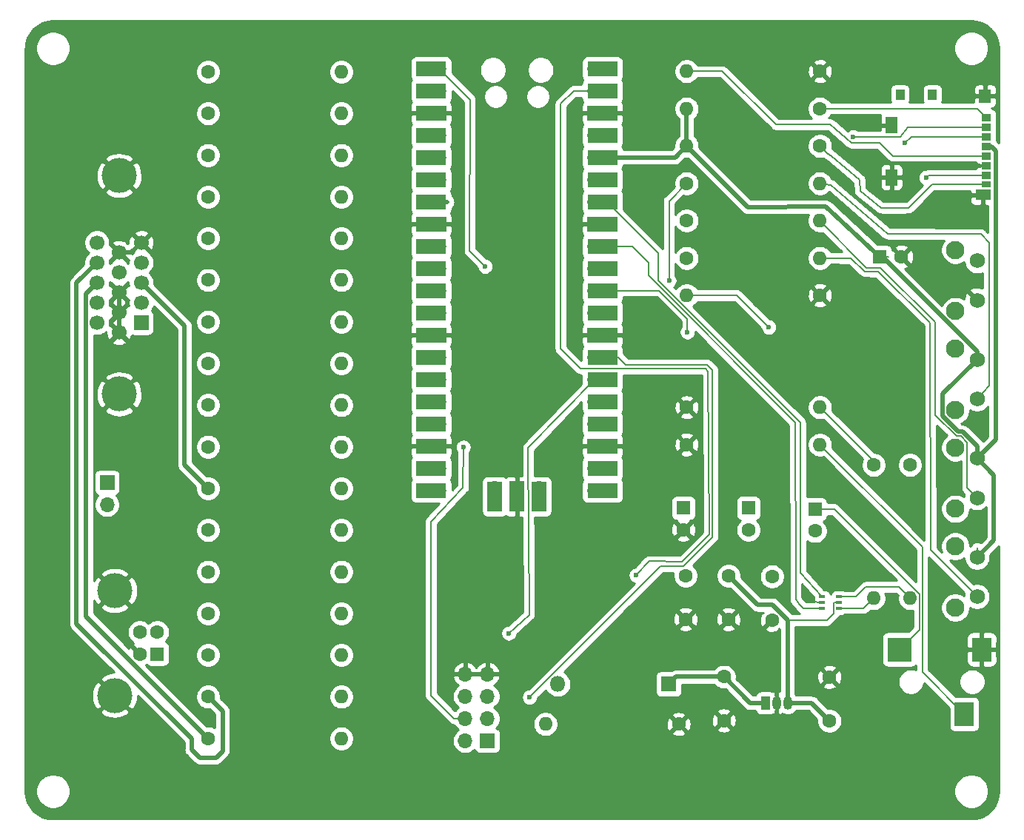
<source format=gbr>
%TF.GenerationSoftware,KiCad,Pcbnew,(5.1.9)-1*%
%TF.CreationDate,2021-02-02T00:48:23+00:00*%
%TF.ProjectId,pico_vga_sd_aud,7069636f-5f76-4676-915f-73645f617564,rev?*%
%TF.SameCoordinates,Original*%
%TF.FileFunction,Copper,L1,Top*%
%TF.FilePolarity,Positive*%
%FSLAX46Y46*%
G04 Gerber Fmt 4.6, Leading zero omitted, Abs format (unit mm)*
G04 Created by KiCad (PCBNEW (5.1.9)-1) date 2021-02-02 00:48:23*
%MOMM*%
%LPD*%
G01*
G04 APERTURE LIST*
%TA.AperFunction,ComponentPad*%
%ADD10O,1.700000X1.700000*%
%TD*%
%TA.AperFunction,SMDPad,CuDef*%
%ADD11R,1.700000X3.500000*%
%TD*%
%TA.AperFunction,ComponentPad*%
%ADD12R,1.700000X1.700000*%
%TD*%
%TA.AperFunction,SMDPad,CuDef*%
%ADD13R,3.500000X1.700000*%
%TD*%
%TA.AperFunction,ComponentPad*%
%ADD14O,1.600000X1.600000*%
%TD*%
%TA.AperFunction,ComponentPad*%
%ADD15C,1.600000*%
%TD*%
%TA.AperFunction,ComponentPad*%
%ADD16R,1.600000X1.600000*%
%TD*%
%TA.AperFunction,ComponentPad*%
%ADD17C,2.100000*%
%TD*%
%TA.AperFunction,ComponentPad*%
%ADD18C,1.750000*%
%TD*%
%TA.AperFunction,ComponentPad*%
%ADD19R,1.050000X1.500000*%
%TD*%
%TA.AperFunction,ComponentPad*%
%ADD20O,1.050000X1.500000*%
%TD*%
%TA.AperFunction,ComponentPad*%
%ADD21C,4.000000*%
%TD*%
%TA.AperFunction,ComponentPad*%
%ADD22O,1.800000X1.800000*%
%TD*%
%TA.AperFunction,ComponentPad*%
%ADD23R,1.800000X1.800000*%
%TD*%
%TA.AperFunction,SMDPad,CuDef*%
%ADD24R,0.650000X0.400000*%
%TD*%
%TA.AperFunction,ComponentPad*%
%ADD25C,1.700000*%
%TD*%
%TA.AperFunction,SMDPad,CuDef*%
%ADD26R,1.350000X1.900000*%
%TD*%
%TA.AperFunction,SMDPad,CuDef*%
%ADD27R,1.000000X1.200000*%
%TD*%
%TA.AperFunction,SMDPad,CuDef*%
%ADD28R,1.350000X1.550000*%
%TD*%
%TA.AperFunction,SMDPad,CuDef*%
%ADD29R,1.800000X1.170000*%
%TD*%
%TA.AperFunction,SMDPad,CuDef*%
%ADD30R,1.100000X0.850000*%
%TD*%
%TA.AperFunction,SMDPad,CuDef*%
%ADD31R,1.100000X0.750000*%
%TD*%
%TA.AperFunction,SMDPad,CuDef*%
%ADD32R,2.200000X2.800000*%
%TD*%
%TA.AperFunction,SMDPad,CuDef*%
%ADD33R,2.800000X2.800000*%
%TD*%
%TA.AperFunction,ViaPad*%
%ADD34C,0.600000*%
%TD*%
%TA.AperFunction,Conductor*%
%ADD35C,0.200000*%
%TD*%
%TA.AperFunction,Conductor*%
%ADD36C,0.500000*%
%TD*%
%TA.AperFunction,Conductor*%
%ADD37C,0.254000*%
%TD*%
%TA.AperFunction,Conductor*%
%ADD38C,0.100000*%
%TD*%
G04 APERTURE END LIST*
D10*
%TO.P,U2,43*%
%TO.N,/SWDIO*%
X145284400Y-89355800D03*
D11*
X145284400Y-90255800D03*
D12*
%TO.P,U2,42*%
%TO.N,GND*%
X142744400Y-89355800D03*
D11*
X142744400Y-90255800D03*
D10*
%TO.P,U2,41*%
%TO.N,/SWCLK*%
X140204400Y-89355800D03*
D11*
X140204400Y-90255800D03*
D13*
%TO.P,U2,21*%
%TO.N,/GPIO16*%
X152534400Y-89585800D03*
%TO.P,U2,22*%
%TO.N,/GPIO17*%
X152534400Y-87045800D03*
%TO.P,U2,23*%
%TO.N,GND*%
X152534400Y-84505800D03*
%TO.P,U2,24*%
%TO.N,/GPIO18*%
X152534400Y-81965800D03*
%TO.P,U2,25*%
%TO.N,/GPIO19*%
X152534400Y-79425800D03*
%TO.P,U2,26*%
%TO.N,/GPIO20*%
X152534400Y-76885800D03*
%TO.P,U2,27*%
%TO.N,/GPIO21*%
X152534400Y-74345800D03*
%TO.P,U2,28*%
%TO.N,GND*%
X152534400Y-71805800D03*
%TO.P,U2,29*%
%TO.N,/GPIO22*%
X152534400Y-69265800D03*
%TO.P,U2,30*%
%TO.N,/RUN*%
X152534400Y-66725800D03*
%TO.P,U2,31*%
%TO.N,/GPIO26*%
X152534400Y-64185800D03*
%TO.P,U2,32*%
%TO.N,/GPIO27*%
X152534400Y-61645800D03*
%TO.P,U2,33*%
%TO.N,GND*%
X152534400Y-59105800D03*
%TO.P,U2,34*%
%TO.N,/GPIO28*%
X152534400Y-56565800D03*
%TO.P,U2,35*%
%TO.N,Net-(U2-Pad35)*%
X152534400Y-54025800D03*
%TO.P,U2,36*%
%TO.N,+3V3*%
X152534400Y-51485800D03*
%TO.P,U2,37*%
%TO.N,Net-(U2-Pad37)*%
X152534400Y-48945800D03*
%TO.P,U2,38*%
%TO.N,GND*%
X152534400Y-46405800D03*
%TO.P,U2,39*%
%TO.N,/VSYS*%
X152534400Y-43865800D03*
%TO.P,U2,40*%
%TO.N,VBUS*%
X152534400Y-41325800D03*
%TO.P,U2,20*%
%TO.N,/GPIO15*%
X132954400Y-89585800D03*
%TO.P,U2,19*%
%TO.N,/GPIO14*%
X132954400Y-87045800D03*
%TO.P,U2,18*%
%TO.N,GND*%
X132954400Y-84505800D03*
%TO.P,U2,17*%
%TO.N,/GPIO13*%
X132954400Y-81965800D03*
%TO.P,U2,16*%
%TO.N,/GPIO12*%
X132954400Y-79425800D03*
%TO.P,U2,15*%
%TO.N,/GPIO11*%
X132954400Y-76885800D03*
%TO.P,U2,14*%
%TO.N,/GPIO10*%
X132954400Y-74345800D03*
%TO.P,U2,13*%
%TO.N,GND*%
X132954400Y-71805800D03*
%TO.P,U2,12*%
%TO.N,/GPIO9*%
X132954400Y-69265800D03*
%TO.P,U2,11*%
%TO.N,/GPIO8*%
X132954400Y-66725800D03*
%TO.P,U2,10*%
%TO.N,/GPIO7*%
X132954400Y-64185800D03*
%TO.P,U2,9*%
%TO.N,/GPIO6*%
X132954400Y-61645800D03*
%TO.P,U2,8*%
%TO.N,GND*%
X132954400Y-59105800D03*
%TO.P,U2,7*%
%TO.N,/GPIO5*%
X132954400Y-56565800D03*
%TO.P,U2,6*%
%TO.N,/GPIO4*%
X132954400Y-54025800D03*
%TO.P,U2,5*%
%TO.N,/GPIO3*%
X132954400Y-51485800D03*
%TO.P,U2,4*%
%TO.N,/GPIO2*%
X132954400Y-48945800D03*
%TO.P,U2,3*%
%TO.N,GND*%
X132954400Y-46405800D03*
%TO.P,U2,2*%
%TO.N,/GPIO1*%
X132954400Y-43865800D03*
%TO.P,U2,1*%
%TO.N,/GPIO0*%
X132954400Y-41325800D03*
D10*
%TO.P,U2,40*%
%TO.N,VBUS*%
X151634400Y-41325800D03*
%TO.P,U2,39*%
%TO.N,/VSYS*%
X151634400Y-43865800D03*
D12*
%TO.P,U2,38*%
%TO.N,GND*%
X151634400Y-46405800D03*
D10*
%TO.P,U2,37*%
%TO.N,Net-(U2-Pad37)*%
X151634400Y-48945800D03*
%TO.P,U2,36*%
%TO.N,+3V3*%
X151634400Y-51485800D03*
%TO.P,U2,35*%
%TO.N,Net-(U2-Pad35)*%
X151634400Y-54025800D03*
%TO.P,U2,34*%
%TO.N,/GPIO28*%
X151634400Y-56565800D03*
D12*
%TO.P,U2,33*%
%TO.N,GND*%
X151634400Y-59105800D03*
D10*
%TO.P,U2,32*%
%TO.N,/GPIO27*%
X151634400Y-61645800D03*
%TO.P,U2,31*%
%TO.N,/GPIO26*%
X151634400Y-64185800D03*
%TO.P,U2,30*%
%TO.N,/RUN*%
X151634400Y-66725800D03*
%TO.P,U2,29*%
%TO.N,/GPIO22*%
X151634400Y-69265800D03*
D12*
%TO.P,U2,28*%
%TO.N,GND*%
X151634400Y-71805800D03*
D10*
%TO.P,U2,27*%
%TO.N,/GPIO21*%
X151634400Y-74345800D03*
%TO.P,U2,26*%
%TO.N,/GPIO20*%
X151634400Y-76885800D03*
%TO.P,U2,25*%
%TO.N,/GPIO19*%
X151634400Y-79425800D03*
%TO.P,U2,24*%
%TO.N,/GPIO18*%
X151634400Y-81965800D03*
D12*
%TO.P,U2,23*%
%TO.N,GND*%
X151634400Y-84505800D03*
D10*
%TO.P,U2,22*%
%TO.N,/GPIO17*%
X151634400Y-87045800D03*
%TO.P,U2,21*%
%TO.N,/GPIO16*%
X151634400Y-89585800D03*
%TO.P,U2,20*%
%TO.N,/GPIO15*%
X133854400Y-89585800D03*
%TO.P,U2,19*%
%TO.N,/GPIO14*%
X133854400Y-87045800D03*
D12*
%TO.P,U2,18*%
%TO.N,GND*%
X133854400Y-84505800D03*
D10*
%TO.P,U2,17*%
%TO.N,/GPIO13*%
X133854400Y-81965800D03*
%TO.P,U2,16*%
%TO.N,/GPIO12*%
X133854400Y-79425800D03*
%TO.P,U2,15*%
%TO.N,/GPIO11*%
X133854400Y-76885800D03*
%TO.P,U2,14*%
%TO.N,/GPIO10*%
X133854400Y-74345800D03*
D12*
%TO.P,U2,13*%
%TO.N,GND*%
X133854400Y-71805800D03*
D10*
%TO.P,U2,12*%
%TO.N,/GPIO9*%
X133854400Y-69265800D03*
%TO.P,U2,11*%
%TO.N,/GPIO8*%
X133854400Y-66725800D03*
%TO.P,U2,10*%
%TO.N,/GPIO7*%
X133854400Y-64185800D03*
%TO.P,U2,9*%
%TO.N,/GPIO6*%
X133854400Y-61645800D03*
D12*
%TO.P,U2,8*%
%TO.N,GND*%
X133854400Y-59105800D03*
D10*
%TO.P,U2,7*%
%TO.N,/GPIO5*%
X133854400Y-56565800D03*
%TO.P,U2,6*%
%TO.N,/GPIO4*%
X133854400Y-54025800D03*
%TO.P,U2,5*%
%TO.N,/GPIO3*%
X133854400Y-51485800D03*
%TO.P,U2,4*%
%TO.N,/GPIO2*%
X133854400Y-48945800D03*
D12*
%TO.P,U2,3*%
%TO.N,GND*%
X133854400Y-46405800D03*
D10*
%TO.P,U2,2*%
%TO.N,/GPIO1*%
X133854400Y-43865800D03*
%TO.P,U2,1*%
%TO.N,/GPIO0*%
X133854400Y-41325800D03*
%TD*%
D14*
%TO.P,R24,2*%
%TO.N,+3V3*%
X162162700Y-50156820D03*
D15*
%TO.P,R24,1*%
%TO.N,/SD_DAT1*%
X177402700Y-50156820D03*
%TD*%
D14*
%TO.P,R23,2*%
%TO.N,+3V3*%
X162162700Y-45885560D03*
D15*
%TO.P,R23,1*%
%TO.N,Net-(J3-Pad1)*%
X177402700Y-45885560D03*
%TD*%
%TO.P,C21,2*%
%TO.N,GND*%
X161794400Y-94067000D03*
D16*
%TO.P,C21,1*%
%TO.N,+5V*%
X161794400Y-91567000D03*
%TD*%
D15*
%TO.P,C19,2*%
%TO.N,GND*%
X186722600Y-62838500D03*
D16*
%TO.P,C19,1*%
%TO.N,+3V3*%
X184222600Y-62838500D03*
%TD*%
D15*
%TO.P,C15,2*%
%TO.N,/PWM_RR*%
X169223900Y-94067000D03*
D16*
%TO.P,C15,1*%
%TO.N,/PWM_AUDIO_R*%
X169223900Y-91567000D03*
%TD*%
D15*
%TO.P,C14,2*%
%TO.N,/PWM_LL*%
X176831200Y-94205600D03*
D16*
%TO.P,C14,1*%
%TO.N,/PWM_AUDIO_L*%
X176831200Y-91705600D03*
%TD*%
D17*
%TO.P,SW4,*%
%TO.N,*%
X192886800Y-73349066D03*
D18*
%TO.P,SW4,1*%
%TO.N,+3V3*%
X195376800Y-74599066D03*
%TO.P,SW4,2*%
%TO.N,Net-(R22-Pad2)*%
X195376800Y-79099066D03*
D17*
%TO.P,SW4,*%
%TO.N,*%
X192886800Y-80359066D03*
%TD*%
%TO.P,SW3,*%
%TO.N,*%
X192886800Y-84652432D03*
D18*
%TO.P,SW3,1*%
%TO.N,+3V3*%
X195376800Y-85902432D03*
%TO.P,SW3,2*%
%TO.N,Net-(R21-Pad2)*%
X195376800Y-90402432D03*
D17*
%TO.P,SW3,*%
%TO.N,*%
X192886800Y-91662432D03*
%TD*%
%TO.P,SW2,*%
%TO.N,*%
X192886800Y-95955800D03*
D18*
%TO.P,SW2,1*%
%TO.N,+3V3*%
X195376800Y-97205800D03*
%TO.P,SW2,2*%
%TO.N,Net-(R20-Pad2)*%
X195376800Y-101705800D03*
D17*
%TO.P,SW2,*%
%TO.N,*%
X192886800Y-102965800D03*
%TD*%
%TO.P,SW1,*%
%TO.N,*%
X192886800Y-62045700D03*
D18*
%TO.P,SW1,1*%
%TO.N,/RUN*%
X195376800Y-63295700D03*
%TO.P,SW1,2*%
%TO.N,GND*%
X195376800Y-67795700D03*
D17*
%TO.P,SW1,*%
%TO.N,*%
X192886800Y-69055700D03*
%TD*%
D14*
%TO.P,R8,2*%
%TO.N,/PWM_AUDIO_R*%
X177402700Y-84326900D03*
D15*
%TO.P,R8,1*%
%TO.N,GND*%
X162162700Y-84326900D03*
%TD*%
D14*
%TO.P,R7,2*%
%TO.N,/PWM_AUDIO_L*%
X162162700Y-67241860D03*
D15*
%TO.P,R7,1*%
%TO.N,GND*%
X177402700Y-67241860D03*
%TD*%
D19*
%TO.P,U1,1*%
%TO.N,/VSYS*%
X171179700Y-113880900D03*
D20*
%TO.P,U1,3*%
%TO.N,+3.3VA*%
X173719700Y-113880900D03*
%TO.P,U1,2*%
%TO.N,GND*%
X172449700Y-113880900D03*
%TD*%
D21*
%TO.P,J5,5*%
%TO.N,GND*%
X96761800Y-113016400D03*
X96761800Y-101016400D03*
D15*
%TO.P,J5,4*%
X99621800Y-108266400D03*
%TO.P,J5,3*%
%TO.N,Net-(J5-Pad3)*%
X99621800Y-105766400D03*
%TO.P,J5,2*%
%TO.N,Net-(J5-Pad2)*%
X101621800Y-105766400D03*
D16*
%TO.P,J5,1*%
%TO.N,+5V*%
X101621800Y-108266400D03*
%TD*%
D22*
%TO.P,D1,2*%
%TO.N,+5V*%
X147418000Y-111709200D03*
D23*
%TO.P,D1,1*%
%TO.N,/VSYS*%
X160118000Y-111709200D03*
%TD*%
D24*
%TO.P,U3,6*%
%TO.N,/PWM_L*%
X179559200Y-101736300D03*
%TO.P,U3,4*%
%TO.N,/PWM_R*%
X179559200Y-103036300D03*
%TO.P,U3,2*%
%TO.N,GND*%
X177659200Y-102386300D03*
%TO.P,U3,5*%
%TO.N,+3.3VA*%
X179559200Y-102386300D03*
%TO.P,U3,3*%
%TO.N,/GPIO27*%
X177659200Y-103036300D03*
%TO.P,U3,1*%
%TO.N,/GPIO28*%
X177659200Y-101736300D03*
%TD*%
D14*
%TO.P,R40,2*%
%TO.N,/GPIO11*%
X122682000Y-89333380D03*
D15*
%TO.P,R40,1*%
%TO.N,/VGA_B*%
X107442000Y-89333380D03*
%TD*%
D14*
%TO.P,R39,2*%
%TO.N,/GPIO12*%
X122682000Y-94099848D03*
D15*
%TO.P,R39,1*%
%TO.N,/VGA_B*%
X107442000Y-94099848D03*
%TD*%
D14*
%TO.P,R38,2*%
%TO.N,/GPIO13*%
X122682000Y-98866316D03*
D15*
%TO.P,R38,1*%
%TO.N,/VGA_B*%
X107442000Y-98866316D03*
%TD*%
D14*
%TO.P,R37,2*%
%TO.N,/GPIO14*%
X122682000Y-103632784D03*
D15*
%TO.P,R37,1*%
%TO.N,/VGA_B*%
X107442000Y-103632784D03*
%TD*%
D14*
%TO.P,R36,2*%
%TO.N,/GPIO15*%
X122682000Y-108399252D03*
D15*
%TO.P,R36,1*%
%TO.N,/VGA_B*%
X107442000Y-108399252D03*
%TD*%
D14*
%TO.P,R35,2*%
%TO.N,/GPIO6*%
X122682000Y-65501040D03*
D15*
%TO.P,R35,1*%
%TO.N,/VGA_G*%
X107442000Y-65501040D03*
%TD*%
D14*
%TO.P,R34,2*%
%TO.N,/GPIO7*%
X122682000Y-70267508D03*
D15*
%TO.P,R34,1*%
%TO.N,/VGA_G*%
X107442000Y-70267508D03*
%TD*%
D14*
%TO.P,R33,2*%
%TO.N,/GPIO8*%
X122682000Y-75033976D03*
D15*
%TO.P,R33,1*%
%TO.N,/VGA_G*%
X107442000Y-75033976D03*
%TD*%
D14*
%TO.P,R32,2*%
%TO.N,/GPIO9*%
X122682000Y-79800444D03*
D15*
%TO.P,R32,1*%
%TO.N,/VGA_G*%
X107442000Y-79800444D03*
%TD*%
D14*
%TO.P,R31,2*%
%TO.N,/GPIO10*%
X122682000Y-84566912D03*
D15*
%TO.P,R31,1*%
%TO.N,/VGA_G*%
X107442000Y-84566912D03*
%TD*%
D14*
%TO.P,R30,2*%
%TO.N,/GPIO0*%
X122682000Y-41668700D03*
D15*
%TO.P,R30,1*%
%TO.N,/VGA_R*%
X107442000Y-41668700D03*
%TD*%
D14*
%TO.P,R29,2*%
%TO.N,/GPIO1*%
X122682000Y-46435168D03*
D15*
%TO.P,R29,1*%
%TO.N,/VGA_R*%
X107442000Y-46435168D03*
%TD*%
D14*
%TO.P,R28,2*%
%TO.N,/GPIO2*%
X122682000Y-51201636D03*
D15*
%TO.P,R28,1*%
%TO.N,/VGA_R*%
X107442000Y-51201636D03*
%TD*%
D14*
%TO.P,R27,2*%
%TO.N,/GPIO3*%
X122682000Y-55968104D03*
D15*
%TO.P,R27,1*%
%TO.N,/VGA_R*%
X107442000Y-55968104D03*
%TD*%
D14*
%TO.P,R26,2*%
%TO.N,/GPIO4*%
X122682000Y-60734572D03*
D15*
%TO.P,R26,1*%
%TO.N,/VGA_R*%
X107442000Y-60734572D03*
%TD*%
D14*
%TO.P,R22,2*%
%TO.N,Net-(R22-Pad2)*%
X177402700Y-54428080D03*
D15*
%TO.P,R22,1*%
%TO.N,/GPIO11*%
X162162700Y-54428080D03*
%TD*%
D14*
%TO.P,R21,2*%
%TO.N,Net-(R21-Pad2)*%
X177402700Y-58699340D03*
D15*
%TO.P,R21,1*%
%TO.N,/GPIO6*%
X162162700Y-58699340D03*
%TD*%
D14*
%TO.P,R20,2*%
%TO.N,Net-(R20-Pad2)*%
X177402700Y-62970600D03*
D15*
%TO.P,R20,1*%
%TO.N,/GPIO0*%
X162162700Y-62970600D03*
%TD*%
D14*
%TO.P,R11,2*%
%TO.N,/GPIO16*%
X122682000Y-117932200D03*
D15*
%TO.P,R11,1*%
%TO.N,/HSYNC*%
X107442000Y-117932200D03*
%TD*%
D14*
%TO.P,R10,2*%
%TO.N,/GPIO17*%
X122682000Y-113165720D03*
D15*
%TO.P,R10,1*%
%TO.N,/VSYNC*%
X107442000Y-113165720D03*
%TD*%
D14*
%TO.P,R9,2*%
%TO.N,/GPIO5*%
X162162700Y-41614300D03*
D15*
%TO.P,R9,1*%
%TO.N,GND*%
X177402700Y-41614300D03*
%TD*%
D14*
%TO.P,R4,2*%
%TO.N,/PWM_RR*%
X177402700Y-80055640D03*
D15*
%TO.P,R4,1*%
%TO.N,GND*%
X162162700Y-80055640D03*
%TD*%
D14*
%TO.P,R3,2*%
%TO.N,/PWM_LL*%
X146008300Y-116293900D03*
D15*
%TO.P,R3,1*%
%TO.N,GND*%
X161248300Y-116293900D03*
%TD*%
D14*
%TO.P,R2,2*%
%TO.N,/PWM_R*%
X183536800Y-101891000D03*
D15*
%TO.P,R2,1*%
%TO.N,/PWM_RR*%
X183536800Y-86651000D03*
%TD*%
D14*
%TO.P,R1,2*%
%TO.N,/PWM_L*%
X187715100Y-101891000D03*
D15*
%TO.P,R1,1*%
%TO.N,/PWM_LL*%
X187715100Y-86651000D03*
%TD*%
D10*
%TO.P,J7,8*%
%TO.N,GND*%
X136838900Y-110577800D03*
%TO.P,J7,7*%
X139378900Y-110577800D03*
%TO.P,J7,6*%
%TO.N,/SWCLK*%
X136838900Y-113117800D03*
%TO.P,J7,5*%
%TO.N,/SWDIO*%
X139378900Y-113117800D03*
%TO.P,J7,4*%
%TO.N,/SD_DAT1*%
X136838900Y-115657800D03*
%TO.P,J7,3*%
%TO.N,/GPIO20*%
X139378900Y-115657800D03*
%TO.P,J7,2*%
%TO.N,/SD_DAT2*%
X136838900Y-118197800D03*
D12*
%TO.P,J7,1*%
%TO.N,/GPIO21*%
X139378900Y-118197800D03*
%TD*%
D10*
%TO.P,J6,2*%
%TO.N,+5V*%
X95881400Y-91184900D03*
D12*
%TO.P,J6,1*%
%TO.N,VBUS*%
X95881400Y-88644900D03*
%TD*%
%TO.P,J4,1*%
%TO.N,/VGA_R*%
X99805700Y-70368900D03*
D25*
%TO.P,J4,2*%
%TO.N,/VGA_G*%
X99805700Y-68078900D03*
%TO.P,J4,3*%
%TO.N,/VGA_B*%
X99805700Y-65788900D03*
%TO.P,J4,4*%
%TO.N,Net-(J4-Pad4)*%
X99805700Y-63498900D03*
%TO.P,J4,5*%
%TO.N,GND*%
X99805700Y-61208900D03*
%TO.P,J4,11*%
%TO.N,Net-(J4-Pad11)*%
X94725700Y-70368900D03*
%TO.P,J4,13*%
%TO.N,/HSYNC*%
X94725700Y-65788900D03*
%TO.P,J4,12*%
%TO.N,Net-(J4-Pad12)*%
X94725700Y-68078900D03*
%TO.P,J4,15*%
%TO.N,Net-(J4-Pad15)*%
X94725700Y-61208900D03*
%TO.P,J4,14*%
%TO.N,/VSYNC*%
X94725700Y-63498900D03*
%TO.P,J4,10*%
%TO.N,GND*%
X97265700Y-62353900D03*
%TO.P,J4,9*%
%TO.N,Net-(J4-Pad9)*%
X97265700Y-64643900D03*
%TO.P,J4,6*%
%TO.N,GND*%
X97265700Y-71513900D03*
%TO.P,J4,7*%
X97265700Y-69223900D03*
%TO.P,J4,8*%
X97265700Y-66933900D03*
D21*
%TO.P,J4,0*%
X97265700Y-78533900D03*
X97265700Y-53543900D03*
%TD*%
D26*
%TO.P,J3,11*%
%TO.N,GND*%
X185591300Y-53741500D03*
X185591300Y-47771500D03*
D27*
%TO.P,J3,9*%
%TO.N,Net-(J3-Pad9)*%
X190266300Y-44271500D03*
%TO.P,J3,10*%
%TO.N,Net-(J3-Pad10)*%
X186566300Y-44271500D03*
D28*
%TO.P,J3,11*%
%TO.N,GND*%
X196291300Y-44446500D03*
D29*
X196066300Y-55766500D03*
D30*
%TO.P,J3,7*%
%TO.N,/GPIO19*%
X196416300Y-53506500D03*
%TO.P,J3,6*%
%TO.N,GND*%
X196416300Y-52406500D03*
%TO.P,J3,5*%
%TO.N,/GPIO5*%
X196416300Y-51306500D03*
%TO.P,J3,4*%
%TO.N,+3V3*%
X196416300Y-50206500D03*
%TO.P,J3,3*%
%TO.N,/GPIO18*%
X196416300Y-49106500D03*
%TO.P,J3,2*%
%TO.N,/GPIO22*%
X196416300Y-48006500D03*
D31*
%TO.P,J3,8*%
%TO.N,/SD_DAT1*%
X196416300Y-54556500D03*
D30*
%TO.P,J3,1*%
%TO.N,Net-(J3-Pad1)*%
X196416300Y-46906500D03*
%TD*%
D32*
%TO.P,J2,3*%
%TO.N,/PWM_AUDIO_R*%
X193912500Y-115154100D03*
%TO.P,J2,1*%
%TO.N,GND*%
X195912500Y-107754100D03*
D33*
%TO.P,J2,2*%
%TO.N,/PWM_AUDIO_L*%
X186512500Y-107754100D03*
%TD*%
D15*
%TO.P,C8,2*%
%TO.N,GND*%
X171916300Y-104389100D03*
%TO.P,C8,1*%
%TO.N,/PWM_RR*%
X171916300Y-99389100D03*
%TD*%
%TO.P,C7,2*%
%TO.N,GND*%
X162048400Y-104312900D03*
%TO.P,C7,1*%
%TO.N,/PWM_LL*%
X162048400Y-99312900D03*
%TD*%
%TO.P,C4,2*%
%TO.N,GND*%
X166950600Y-104312900D03*
%TO.P,C4,1*%
%TO.N,+3.3VA*%
X166950600Y-99312900D03*
%TD*%
%TO.P,C2,2*%
%TO.N,GND*%
X178494900Y-110924500D03*
%TO.P,C2,1*%
%TO.N,+3.3VA*%
X178494900Y-115924500D03*
%TD*%
%TO.P,C1,2*%
%TO.N,GND*%
X166417200Y-115882600D03*
%TO.P,C1,1*%
%TO.N,/VSYS*%
X166417200Y-110882600D03*
%TD*%
D34*
%TO.N,GND*%
X179066400Y-98081000D03*
X183892400Y-93763000D03*
X191918800Y-88098800D03*
X195728800Y-82485400D03*
X192477600Y-58571300D03*
X176259700Y-101916400D03*
X149361100Y-65315000D03*
X178406000Y-88665220D03*
X183826360Y-47618820D03*
%TO.N,/VSYS*%
X156396900Y-99262100D03*
%TO.N,/PWM_AUDIO_L*%
X171560700Y-70877600D03*
%TO.N,/GPIO19*%
X189537550Y-53770700D03*
%TO.N,/GPIO18*%
X187143600Y-49833700D03*
%TO.N,/GPIO22*%
X181205080Y-49130120D03*
%TO.N,/SD_DAT1*%
X136635700Y-84619000D03*
%TO.N,/GPIO20*%
X141830000Y-105904200D03*
%TO.N,/GPIO21*%
X144204900Y-113219400D03*
%TO.N,/GPIO0*%
X139124900Y-63930700D03*
%TO.N,/GPIO11*%
X160143400Y-65569000D03*
%TO.N,/RUN*%
X162251600Y-71436400D03*
%TD*%
D35*
%TO.N,GND*%
X177134200Y-102386300D02*
X177659200Y-102386300D01*
X176259700Y-101916400D02*
X177134200Y-102386300D01*
D36*
X97265700Y-66933900D02*
X97265700Y-69223900D01*
X97265700Y-69223900D02*
X97265700Y-71513900D01*
X98660700Y-62353900D02*
X99805700Y-61208900D01*
X97265700Y-62353900D02*
X98660700Y-62353900D01*
%TO.N,/VSYS*%
X169415500Y-113880900D02*
X166417200Y-110882600D01*
X171179700Y-113880900D02*
X169415500Y-113880900D01*
X160944600Y-110882600D02*
X160118000Y-111709200D01*
X166417200Y-110882600D02*
X160944600Y-110882600D01*
D35*
X156396900Y-99262100D02*
X156396900Y-99262100D01*
X157880260Y-97656820D02*
X156396900Y-99262100D01*
X161634380Y-97715240D02*
X157880260Y-97656820D01*
X164730640Y-94603740D02*
X161634380Y-97715240D01*
X164618880Y-75947440D02*
X164730640Y-94603740D01*
X164301380Y-75642640D02*
X164618880Y-75947440D01*
X147748200Y-73366800D02*
X149996100Y-75614700D01*
X149996100Y-75614700D02*
X164301380Y-75642640D01*
X147748200Y-45350600D02*
X147748200Y-73366800D01*
X149233000Y-43865800D02*
X147748200Y-45350600D01*
X151634400Y-43865800D02*
X149233000Y-43865800D01*
D36*
%TO.N,+3.3VA*%
X176451300Y-113880900D02*
X178494900Y-115924500D01*
X173719700Y-113880900D02*
X176451300Y-113880900D01*
X173719700Y-110882600D02*
X173719700Y-113880900D01*
X173719700Y-104416498D02*
X173719700Y-110882600D01*
D35*
X179034200Y-102386300D02*
X179559200Y-102386300D01*
D36*
X166950600Y-99312900D02*
X170278000Y-102640300D01*
X170278000Y-102640300D02*
X171943502Y-102640300D01*
X171943502Y-102640300D02*
X173719700Y-104416498D01*
D35*
X178984199Y-102436301D02*
X178984199Y-103624201D01*
X179034200Y-102386300D02*
X178984199Y-102436301D01*
X178191902Y-104416498D02*
X173719700Y-104416498D01*
X178984199Y-103624201D02*
X178191902Y-104416498D01*
%TO.N,/PWM_RR*%
X183536800Y-86189740D02*
X183536800Y-86651000D01*
X177402700Y-80055640D02*
X183536800Y-86189740D01*
D36*
%TO.N,+3V3*%
X160833720Y-51485800D02*
X162162700Y-50156820D01*
X151634400Y-51485800D02*
X160833720Y-51485800D01*
X162162700Y-50156820D02*
X162162700Y-45885560D01*
D35*
X195376800Y-73992700D02*
X195376800Y-74599066D01*
X195376800Y-96121600D02*
X195376800Y-97205800D01*
X184222600Y-62838500D02*
X185222600Y-62838500D01*
D36*
X197011302Y-50206500D02*
X197506800Y-50701998D01*
X196416300Y-50206500D02*
X197011302Y-50206500D01*
X197506800Y-83772432D02*
X195376800Y-85902432D01*
X197506800Y-50701998D02*
X197506800Y-83772432D01*
X195376800Y-85902432D02*
X197303600Y-87829232D01*
X197303600Y-95279000D02*
X195376800Y-97205800D01*
X197303600Y-87829232D02*
X197303600Y-95279000D01*
X184222600Y-62838500D02*
X184222600Y-62876600D01*
X195376800Y-73693064D02*
X195376800Y-74599066D01*
X184560336Y-62876600D02*
X195376800Y-73693064D01*
X184222600Y-62876600D02*
X184560336Y-62876600D01*
X195376800Y-84511308D02*
X195376800Y-85902432D01*
X193717913Y-82852421D02*
X195376800Y-84511308D01*
X193234152Y-82852420D02*
X193717913Y-82852421D01*
X195376800Y-74599066D02*
X191436799Y-78539067D01*
X191436799Y-81055067D02*
X193234152Y-82852420D01*
X191436799Y-78539067D02*
X191436799Y-81055067D01*
X169161400Y-57155520D02*
X178042780Y-57110800D01*
X178042780Y-57110800D02*
X184222600Y-62838500D01*
X162162700Y-50156820D02*
X169161400Y-57155520D01*
D35*
%TO.N,/PWM_AUDIO_L*%
X186512500Y-107754100D02*
X188765135Y-105501465D01*
X188765135Y-105501465D02*
X188765135Y-101429425D01*
X188765135Y-101429425D02*
X179041310Y-91705600D01*
X177831200Y-91705600D02*
X176831200Y-91705600D01*
X179041310Y-91705600D02*
X177831200Y-91705600D01*
X167924960Y-67241860D02*
X171560700Y-70877600D01*
X162162700Y-67241860D02*
X167924960Y-67241860D01*
%TO.N,/PWM_AUDIO_R*%
X193912500Y-115154100D02*
X189115146Y-110356746D01*
X189115146Y-110356746D02*
X189115146Y-96039346D01*
X189115146Y-96039346D02*
X177402700Y-84326900D01*
%TO.N,/GPIO19*%
X189801750Y-53506500D02*
X189537550Y-53770700D01*
X196416300Y-53506500D02*
X189801750Y-53506500D01*
D36*
%TO.N,/GPIO5*%
X133854400Y-56565800D02*
X134791402Y-56565800D01*
D35*
X172379200Y-47709640D02*
X166236900Y-41614300D01*
X173526660Y-47712800D02*
X172379200Y-47709640D01*
X178586340Y-47689940D02*
X173526660Y-47712800D01*
X166236900Y-41614300D02*
X162162700Y-41614300D01*
X180973723Y-49790737D02*
X178586340Y-47689940D01*
X182176409Y-49806809D02*
X180973723Y-49790737D01*
X184226601Y-49806809D02*
X182176409Y-49806809D01*
X185726292Y-51306500D02*
X184226601Y-49806809D01*
X196416300Y-51306500D02*
X185726292Y-51306500D01*
%TO.N,/GPIO18*%
X196416300Y-49106500D02*
X187870800Y-49106500D01*
X187870800Y-49106500D02*
X187143600Y-49833700D01*
X187143600Y-49833700D02*
X187143600Y-49833700D01*
%TO.N,/GPIO22*%
X186594960Y-49094560D02*
X181205080Y-49130120D01*
X187431302Y-48006500D02*
X186594960Y-49094560D01*
X196416300Y-48006500D02*
X187431302Y-48006500D01*
%TO.N,/SD_DAT1*%
X178202699Y-50956819D02*
X177402700Y-50156820D01*
X178710800Y-51319600D02*
X178202699Y-50956819D01*
X181941680Y-53991680D02*
X178710800Y-51319600D01*
X184425800Y-57237800D02*
X181987400Y-55307400D01*
X181987400Y-55307400D02*
X181941680Y-53991680D01*
X186876900Y-57237800D02*
X184425800Y-57237800D01*
X190218600Y-54556500D02*
X187543650Y-57231450D01*
X187543650Y-57231450D02*
X186876900Y-57237800D01*
X196416300Y-54556500D02*
X190218600Y-54556500D01*
X135556200Y-115657800D02*
X136838900Y-115657800D01*
X132914600Y-113016200D02*
X135556200Y-115657800D01*
X132914600Y-93115300D02*
X132914600Y-113016200D01*
X136602680Y-89224020D02*
X132914600Y-93115300D01*
X136635700Y-84619000D02*
X136602680Y-89224020D01*
D36*
%TO.N,/VGA_B*%
X99805700Y-65788900D02*
X104746000Y-70729200D01*
X104746000Y-86637380D02*
X107442000Y-89333380D01*
X104746000Y-70729200D02*
X104746000Y-86637380D01*
%TO.N,/HSYNC*%
X93475699Y-67038901D02*
X94725700Y-65788900D01*
X93475699Y-103965899D02*
X93475699Y-67038901D01*
X107442000Y-117932200D02*
X93475699Y-103965899D01*
%TO.N,/VSYNC*%
X94725700Y-63498900D02*
X92388900Y-65835700D01*
X92388900Y-65835700D02*
X92388900Y-104812000D01*
X92388900Y-104812000D02*
X105571500Y-117994600D01*
X105571500Y-117994600D02*
X105571500Y-119188400D01*
X105571500Y-119188400D02*
X106498600Y-120115500D01*
X106498600Y-120115500D02*
X108340100Y-120115500D01*
X108340100Y-120115500D02*
X109102100Y-119353500D01*
X109102100Y-114825820D02*
X107442000Y-113165720D01*
X109102100Y-119353500D02*
X109102100Y-114825820D01*
D35*
%TO.N,/GPIO20*%
X141830000Y-105904200D02*
X141830000Y-105904200D01*
X144141400Y-103808700D02*
X141830000Y-105904200D01*
X144039800Y-84707900D02*
X144141400Y-103808700D01*
X151634400Y-76885800D02*
X144039800Y-84707900D01*
%TO.N,/GPIO21*%
X151634400Y-74345800D02*
X153539392Y-74345800D01*
X165116210Y-94911280D02*
X161764591Y-98262899D01*
X165116211Y-75774521D02*
X165116210Y-94911280D01*
X139378900Y-118046298D02*
X139378900Y-118197800D01*
X159161401Y-98262899D02*
X159351901Y-98262899D01*
X159351901Y-98262899D02*
X159162299Y-98262899D01*
X144204900Y-113219400D02*
X159161401Y-98262899D01*
X161764591Y-98262899D02*
X159351901Y-98262899D01*
X151634400Y-74345800D02*
X154363460Y-74345800D01*
X154363460Y-74345800D02*
X155218340Y-75200680D01*
X164542370Y-75200680D02*
X165116211Y-75774521D01*
X155218340Y-75200680D02*
X164542370Y-75200680D01*
%TO.N,/PWM_L*%
X186432400Y-100608300D02*
X187715100Y-101891000D01*
X182622400Y-100608300D02*
X186432400Y-100608300D01*
X181494400Y-101736300D02*
X182622400Y-100608300D01*
X179559200Y-101736300D02*
X181494400Y-101736300D01*
%TO.N,/PWM_R*%
X182466600Y-102961200D02*
X183536800Y-101891000D01*
X182391500Y-103036300D02*
X182466600Y-102961200D01*
X179559200Y-103036300D02*
X182391500Y-103036300D01*
%TO.N,Net-(R20-Pad2)*%
X180958700Y-63016300D02*
X177402700Y-62970600D01*
X182533500Y-64514900D02*
X180958700Y-63016300D01*
X184044800Y-64527600D02*
X182533500Y-64514900D01*
X190026500Y-70407700D02*
X184044800Y-64527600D01*
X190077300Y-96379200D02*
X190026500Y-70407700D01*
X195376800Y-101705800D02*
X190077300Y-96379200D01*
%TO.N,/GPIO0*%
X137600900Y-62406700D02*
X139124900Y-63930700D01*
X137345017Y-62158437D02*
X137600900Y-62406700D01*
X137390800Y-44862200D02*
X137345017Y-62158437D01*
X133854400Y-41325800D02*
X137390800Y-44862200D01*
%TO.N,Net-(R21-Pad2)*%
X194501801Y-89527433D02*
X195376800Y-90402432D01*
X194251799Y-89277431D02*
X194501801Y-89527433D01*
X194251799Y-84093429D02*
X194251799Y-89277431D01*
X193510801Y-83352431D02*
X194251799Y-84093429D01*
X190610700Y-80936090D02*
X193027041Y-83352431D01*
X193027041Y-83352431D02*
X193510801Y-83352431D01*
X190610700Y-70306100D02*
X190610700Y-80936090D01*
X184286100Y-64133900D02*
X190610700Y-70306100D01*
X182736700Y-64121200D02*
X184286100Y-64133900D01*
X177402700Y-58699340D02*
X182736700Y-64121200D01*
%TO.N,Net-(R22-Pad2)*%
X196795600Y-77549622D02*
X195376800Y-79099066D01*
X196757500Y-67778800D02*
X196795600Y-77549622D01*
X195792300Y-60247700D02*
X196757500Y-61212900D01*
X185134460Y-60201980D02*
X195792300Y-60247700D01*
X196757500Y-61212900D02*
X196757500Y-67778800D01*
X178652380Y-54608900D02*
X185134460Y-60201980D01*
X177402700Y-54428080D02*
X178652380Y-54608900D01*
%TO.N,/GPIO11*%
X160143400Y-56447380D02*
X160143400Y-65569000D01*
X162162700Y-54428080D02*
X160143400Y-56447380D01*
%TO.N,/RUN*%
X162251600Y-71436400D02*
X162251600Y-71436400D01*
X162251600Y-69925100D02*
X162251600Y-71436400D01*
X159025800Y-66699300D02*
X162251600Y-69925100D01*
X151634400Y-66725800D02*
X159025800Y-66699300D01*
%TO.N,/GPIO27*%
X177134200Y-103036300D02*
X177659200Y-103036300D01*
X175472300Y-103059400D02*
X177134200Y-103036300D01*
X174634100Y-102056100D02*
X175104000Y-102627600D01*
X175104000Y-102627600D02*
X175472300Y-103059400D01*
X157819300Y-64947452D02*
X174536985Y-81810355D01*
X157819300Y-63524300D02*
X157819300Y-64947452D01*
X174536985Y-81810355D02*
X174623940Y-99638020D01*
X155940800Y-61645800D02*
X157819300Y-63524300D01*
X174623940Y-99638020D02*
X174634100Y-102056100D01*
X151634400Y-61645800D02*
X155940800Y-61645800D01*
%TO.N,/GPIO28*%
X158924200Y-62445598D02*
X158924200Y-65557362D01*
X153044402Y-56565800D02*
X158924200Y-62445598D01*
X151634400Y-56565800D02*
X153044402Y-56565800D01*
X173776319Y-80409481D02*
X173916558Y-80549720D01*
X158924200Y-65557362D02*
X173776319Y-80409481D01*
X175156809Y-81789971D02*
X173776319Y-80409481D01*
X175203060Y-98992860D02*
X175156809Y-81789971D01*
X177659200Y-101736300D02*
X175203060Y-98992860D01*
%TO.N,Net-(J3-Pad1)*%
X195395360Y-45885560D02*
X196416300Y-46906500D01*
X177402700Y-45885560D02*
X195395360Y-45885560D01*
%TD*%
D37*
%TO.N,GND*%
X195324022Y-35902096D02*
X195911964Y-36079606D01*
X196454236Y-36367937D01*
X196930164Y-36756094D01*
X197321645Y-37229314D01*
X197613751Y-37769552D01*
X197795363Y-38356244D01*
X197862800Y-38997879D01*
X197862800Y-49806420D01*
X197667836Y-49611456D01*
X197640119Y-49577683D01*
X197602837Y-49547086D01*
X197604372Y-49531500D01*
X197604372Y-48681500D01*
X197592112Y-48557018D01*
X197591955Y-48556500D01*
X197592112Y-48555982D01*
X197604372Y-48431500D01*
X197604372Y-47581500D01*
X197592112Y-47457018D01*
X197591955Y-47456500D01*
X197592112Y-47455982D01*
X197604372Y-47331500D01*
X197604372Y-46481500D01*
X197592112Y-46357018D01*
X197555802Y-46237320D01*
X197496837Y-46127006D01*
X197417485Y-46030315D01*
X197320794Y-45950963D01*
X197210480Y-45891998D01*
X197090782Y-45855688D01*
X197048259Y-45851500D01*
X197090782Y-45847312D01*
X197210480Y-45811002D01*
X197320794Y-45752037D01*
X197417485Y-45672685D01*
X197496837Y-45575994D01*
X197555802Y-45465680D01*
X197592112Y-45345982D01*
X197604372Y-45221500D01*
X197601300Y-44732250D01*
X197442550Y-44573500D01*
X196418300Y-44573500D01*
X196418300Y-44593500D01*
X196164300Y-44593500D01*
X196164300Y-44573500D01*
X195140050Y-44573500D01*
X194981300Y-44732250D01*
X194978673Y-45150560D01*
X191337158Y-45150560D01*
X191355802Y-45115680D01*
X191392112Y-44995982D01*
X191404372Y-44871500D01*
X191404372Y-43671500D01*
X194978228Y-43671500D01*
X194981300Y-44160750D01*
X195140050Y-44319500D01*
X196164300Y-44319500D01*
X196164300Y-43195250D01*
X196418300Y-43195250D01*
X196418300Y-44319500D01*
X197442550Y-44319500D01*
X197601300Y-44160750D01*
X197604372Y-43671500D01*
X197592112Y-43547018D01*
X197555802Y-43427320D01*
X197496837Y-43317006D01*
X197417485Y-43220315D01*
X197320794Y-43140963D01*
X197210480Y-43081998D01*
X197090782Y-43045688D01*
X196966300Y-43033428D01*
X196577050Y-43036500D01*
X196418300Y-43195250D01*
X196164300Y-43195250D01*
X196005550Y-43036500D01*
X195616300Y-43033428D01*
X195491818Y-43045688D01*
X195372120Y-43081998D01*
X195261806Y-43140963D01*
X195165115Y-43220315D01*
X195085763Y-43317006D01*
X195026798Y-43427320D01*
X194990488Y-43547018D01*
X194978228Y-43671500D01*
X191404372Y-43671500D01*
X191392112Y-43547018D01*
X191355802Y-43427320D01*
X191296837Y-43317006D01*
X191217485Y-43220315D01*
X191120794Y-43140963D01*
X191010480Y-43081998D01*
X190890782Y-43045688D01*
X190766300Y-43033428D01*
X189766300Y-43033428D01*
X189641818Y-43045688D01*
X189522120Y-43081998D01*
X189411806Y-43140963D01*
X189315115Y-43220315D01*
X189235763Y-43317006D01*
X189176798Y-43427320D01*
X189140488Y-43547018D01*
X189128228Y-43671500D01*
X189128228Y-44871500D01*
X189140488Y-44995982D01*
X189176798Y-45115680D01*
X189195442Y-45150560D01*
X187637158Y-45150560D01*
X187655802Y-45115680D01*
X187692112Y-44995982D01*
X187704372Y-44871500D01*
X187704372Y-43671500D01*
X187692112Y-43547018D01*
X187655802Y-43427320D01*
X187596837Y-43317006D01*
X187517485Y-43220315D01*
X187420794Y-43140963D01*
X187310480Y-43081998D01*
X187190782Y-43045688D01*
X187066300Y-43033428D01*
X186066300Y-43033428D01*
X185941818Y-43045688D01*
X185822120Y-43081998D01*
X185711806Y-43140963D01*
X185615115Y-43220315D01*
X185535763Y-43317006D01*
X185476798Y-43427320D01*
X185440488Y-43547018D01*
X185428228Y-43671500D01*
X185428228Y-44871500D01*
X185440488Y-44995982D01*
X185476798Y-45115680D01*
X185495442Y-45150560D01*
X178637448Y-45150560D01*
X178517337Y-44970801D01*
X178317459Y-44770923D01*
X178082427Y-44613880D01*
X177821274Y-44505707D01*
X177544035Y-44450560D01*
X177261365Y-44450560D01*
X176984126Y-44505707D01*
X176722973Y-44613880D01*
X176487941Y-44770923D01*
X176288063Y-44970801D01*
X176131020Y-45205833D01*
X176022847Y-45466986D01*
X175967700Y-45744225D01*
X175967700Y-46026895D01*
X176022847Y-46304134D01*
X176131020Y-46565287D01*
X176288063Y-46800319D01*
X176452319Y-46964575D01*
X173525956Y-46977796D01*
X172682837Y-46975474D01*
X168280709Y-42607002D01*
X176589603Y-42607002D01*
X176661186Y-42850971D01*
X176916696Y-42971871D01*
X177190884Y-43040600D01*
X177473212Y-43054517D01*
X177752830Y-43013087D01*
X178018992Y-42917903D01*
X178144214Y-42850971D01*
X178215797Y-42607002D01*
X177402700Y-41793905D01*
X176589603Y-42607002D01*
X168280709Y-42607002D01*
X167351413Y-41684812D01*
X175962483Y-41684812D01*
X176003913Y-41964430D01*
X176099097Y-42230592D01*
X176166029Y-42355814D01*
X176409998Y-42427397D01*
X177223095Y-41614300D01*
X177582305Y-41614300D01*
X178395402Y-42427397D01*
X178639371Y-42355814D01*
X178760271Y-42100304D01*
X178829000Y-41826116D01*
X178842917Y-41543788D01*
X178801487Y-41264170D01*
X178706303Y-40998008D01*
X178639371Y-40872786D01*
X178395402Y-40801203D01*
X177582305Y-41614300D01*
X177223095Y-41614300D01*
X176409998Y-40801203D01*
X176166029Y-40872786D01*
X176045129Y-41128296D01*
X175976400Y-41402484D01*
X175962483Y-41684812D01*
X167351413Y-41684812D01*
X166781263Y-41119022D01*
X166759138Y-41092062D01*
X166729992Y-41068143D01*
X166728997Y-41067155D01*
X166702311Y-41045425D01*
X166647220Y-41000213D01*
X166645959Y-40999539D01*
X166644860Y-40998644D01*
X166582349Y-40965539D01*
X166519533Y-40931963D01*
X166518167Y-40931549D01*
X166516912Y-40930884D01*
X166449072Y-40910589D01*
X166380985Y-40889935D01*
X166379565Y-40889795D01*
X166378204Y-40889388D01*
X166307687Y-40882716D01*
X166273005Y-40879300D01*
X166271585Y-40879300D01*
X166234066Y-40875750D01*
X166199387Y-40879300D01*
X163397448Y-40879300D01*
X163277337Y-40699541D01*
X163199394Y-40621598D01*
X176589603Y-40621598D01*
X177402700Y-41434695D01*
X178215797Y-40621598D01*
X178144214Y-40377629D01*
X177888704Y-40256729D01*
X177614516Y-40188000D01*
X177332188Y-40174083D01*
X177052570Y-40215513D01*
X176786408Y-40310697D01*
X176661186Y-40377629D01*
X176589603Y-40621598D01*
X163199394Y-40621598D01*
X163077459Y-40499663D01*
X162842427Y-40342620D01*
X162581274Y-40234447D01*
X162304035Y-40179300D01*
X162021365Y-40179300D01*
X161744126Y-40234447D01*
X161482973Y-40342620D01*
X161247941Y-40499663D01*
X161048063Y-40699541D01*
X160891020Y-40934573D01*
X160782847Y-41195726D01*
X160727700Y-41472965D01*
X160727700Y-41755635D01*
X160782847Y-42032874D01*
X160891020Y-42294027D01*
X161048063Y-42529059D01*
X161247941Y-42728937D01*
X161482973Y-42885980D01*
X161744126Y-42994153D01*
X162021365Y-43049300D01*
X162304035Y-43049300D01*
X162581274Y-42994153D01*
X162842427Y-42885980D01*
X163077459Y-42728937D01*
X163277337Y-42529059D01*
X163397448Y-42349300D01*
X165934104Y-42349300D01*
X171834125Y-48204213D01*
X171855526Y-48230437D01*
X171885376Y-48255072D01*
X171887102Y-48256785D01*
X171913270Y-48278093D01*
X171967191Y-48322594D01*
X171969342Y-48323751D01*
X171971239Y-48325296D01*
X172033072Y-48358042D01*
X172094689Y-48391196D01*
X172097028Y-48391912D01*
X172099187Y-48393056D01*
X172166212Y-48413107D01*
X172233121Y-48433605D01*
X172235553Y-48433851D01*
X172237895Y-48434552D01*
X172307589Y-48441146D01*
X172341072Y-48444537D01*
X172343496Y-48444544D01*
X172382034Y-48448190D01*
X172415711Y-48444743D01*
X173491210Y-48447705D01*
X173493877Y-48447955D01*
X173527312Y-48447804D01*
X173560740Y-48447896D01*
X173563406Y-48447641D01*
X178310425Y-48426194D01*
X180439690Y-50299858D01*
X180444554Y-50305950D01*
X180493942Y-50347598D01*
X180515279Y-50366374D01*
X180521581Y-50370906D01*
X180555235Y-50399286D01*
X180580205Y-50413065D01*
X180603369Y-50429723D01*
X180643452Y-50447965D01*
X180681998Y-50469236D01*
X180709181Y-50477880D01*
X180735145Y-50489697D01*
X180778008Y-50499767D01*
X180819972Y-50513112D01*
X180848321Y-50516287D01*
X180876090Y-50522811D01*
X180920104Y-50524326D01*
X180927800Y-50525188D01*
X180956144Y-50525567D01*
X181020786Y-50527792D01*
X181028489Y-50526534D01*
X182135397Y-50541326D01*
X182140304Y-50541809D01*
X182171559Y-50541809D01*
X182202689Y-50542225D01*
X182207582Y-50541809D01*
X183922155Y-50541809D01*
X185181038Y-51800693D01*
X185204054Y-51828738D01*
X185315972Y-51920587D01*
X185443659Y-51988837D01*
X185582207Y-52030865D01*
X185690187Y-52041500D01*
X185690196Y-52041500D01*
X185726291Y-52045055D01*
X185762386Y-52041500D01*
X195229552Y-52041500D01*
X195231300Y-52120750D01*
X195390050Y-52279500D01*
X195544476Y-52279500D01*
X195622120Y-52321002D01*
X195741818Y-52357312D01*
X195866300Y-52369572D01*
X196563300Y-52369572D01*
X196563300Y-52443428D01*
X195866300Y-52443428D01*
X195741818Y-52455688D01*
X195622120Y-52491998D01*
X195544476Y-52533500D01*
X195390050Y-52533500D01*
X195231300Y-52692250D01*
X195229552Y-52771500D01*
X189837844Y-52771500D01*
X189801749Y-52767945D01*
X189765654Y-52771500D01*
X189765645Y-52771500D01*
X189657665Y-52782135D01*
X189519117Y-52824163D01*
X189497533Y-52835700D01*
X189445461Y-52835700D01*
X189264821Y-52871632D01*
X189094661Y-52942114D01*
X188941522Y-53044438D01*
X188811288Y-53174672D01*
X188708964Y-53327811D01*
X188638482Y-53497971D01*
X188602550Y-53678611D01*
X188602550Y-53862789D01*
X188638482Y-54043429D01*
X188708964Y-54213589D01*
X188811288Y-54366728D01*
X188941522Y-54496962D01*
X189094661Y-54599286D01*
X189124152Y-54611501D01*
X187236310Y-56499344D01*
X186873485Y-56502800D01*
X184681521Y-56502800D01*
X182710150Y-54942133D01*
X182701441Y-54691500D01*
X184278228Y-54691500D01*
X184290488Y-54815982D01*
X184326798Y-54935680D01*
X184385763Y-55045994D01*
X184465115Y-55142685D01*
X184561806Y-55222037D01*
X184672120Y-55281002D01*
X184791818Y-55317312D01*
X184916300Y-55329572D01*
X185305550Y-55326500D01*
X185464300Y-55167750D01*
X185464300Y-53868500D01*
X185718300Y-53868500D01*
X185718300Y-55167750D01*
X185877050Y-55326500D01*
X186266300Y-55329572D01*
X186390782Y-55317312D01*
X186510480Y-55281002D01*
X186620794Y-55222037D01*
X186717485Y-55142685D01*
X186796837Y-55045994D01*
X186855802Y-54935680D01*
X186892112Y-54815982D01*
X186904372Y-54691500D01*
X186901300Y-54027250D01*
X186742550Y-53868500D01*
X185718300Y-53868500D01*
X185464300Y-53868500D01*
X184440050Y-53868500D01*
X184281300Y-54027250D01*
X184278228Y-54691500D01*
X182701441Y-54691500D01*
X182676728Y-53980322D01*
X182676949Y-53922076D01*
X182667290Y-53872534D01*
X182660604Y-53822527D01*
X182653467Y-53801641D01*
X182649242Y-53779970D01*
X182630106Y-53733272D01*
X182613790Y-53685522D01*
X182602714Y-53666426D01*
X182594343Y-53645999D01*
X182566462Y-53603927D01*
X182541146Y-53560282D01*
X182526562Y-53543719D01*
X182514364Y-53525313D01*
X182478806Y-53489484D01*
X182445466Y-53451621D01*
X182399219Y-53416282D01*
X181643779Y-52791500D01*
X184278228Y-52791500D01*
X184281300Y-53455750D01*
X184440050Y-53614500D01*
X185464300Y-53614500D01*
X185464300Y-52315250D01*
X185718300Y-52315250D01*
X185718300Y-53614500D01*
X186742550Y-53614500D01*
X186901300Y-53455750D01*
X186904372Y-52791500D01*
X186892112Y-52667018D01*
X186855802Y-52547320D01*
X186796837Y-52437006D01*
X186717485Y-52340315D01*
X186620794Y-52260963D01*
X186510480Y-52201998D01*
X186390782Y-52165688D01*
X186266300Y-52153428D01*
X185877050Y-52156500D01*
X185718300Y-52315250D01*
X185464300Y-52315250D01*
X185305550Y-52156500D01*
X184916300Y-52153428D01*
X184791818Y-52165688D01*
X184672120Y-52201998D01*
X184561806Y-52260963D01*
X184465115Y-52340315D01*
X184385763Y-52437006D01*
X184326798Y-52547320D01*
X184290488Y-52667018D01*
X184278228Y-52791500D01*
X181643779Y-52791500D01*
X179186917Y-50759568D01*
X179167278Y-50742404D01*
X179159131Y-50736587D01*
X179151407Y-50730199D01*
X179129750Y-50715609D01*
X178801309Y-50481104D01*
X178837700Y-50298155D01*
X178837700Y-50015485D01*
X178782553Y-49738246D01*
X178674380Y-49477093D01*
X178517337Y-49242061D01*
X178317459Y-49042183D01*
X178082427Y-48885140D01*
X177821274Y-48776967D01*
X177544035Y-48721820D01*
X177261365Y-48721820D01*
X176984126Y-48776967D01*
X176722973Y-48885140D01*
X176487941Y-49042183D01*
X176288063Y-49242061D01*
X176131020Y-49477093D01*
X176022847Y-49738246D01*
X175967700Y-50015485D01*
X175967700Y-50298155D01*
X176022847Y-50575394D01*
X176131020Y-50836547D01*
X176288063Y-51071579D01*
X176487941Y-51271457D01*
X176722973Y-51428500D01*
X176984126Y-51536673D01*
X177261365Y-51591820D01*
X177544035Y-51591820D01*
X177764441Y-51547978D01*
X177792378Y-51570905D01*
X177814297Y-51582621D01*
X178262476Y-51902618D01*
X181218600Y-54347464D01*
X181252624Y-55326602D01*
X181253787Y-55392703D01*
X181262832Y-55434334D01*
X181268476Y-55476553D01*
X181278164Y-55504905D01*
X181284525Y-55534185D01*
X181301516Y-55573247D01*
X181315290Y-55613558D01*
X181330324Y-55639478D01*
X181342275Y-55666952D01*
X181366561Y-55701950D01*
X181387934Y-55738798D01*
X181407734Y-55761284D01*
X181424816Y-55785901D01*
X181455463Y-55815489D01*
X181483614Y-55847459D01*
X181536117Y-55887579D01*
X183964493Y-57810043D01*
X184015480Y-57851887D01*
X184053193Y-57872045D01*
X184089153Y-57895169D01*
X184116883Y-57906088D01*
X184143167Y-57920137D01*
X184184087Y-57932550D01*
X184223868Y-57948214D01*
X184253191Y-57953512D01*
X184281715Y-57962165D01*
X184324276Y-57966357D01*
X184366343Y-57973958D01*
X184432184Y-57972800D01*
X186844309Y-57972800D01*
X186847797Y-57973110D01*
X186880345Y-57972800D01*
X186913005Y-57972800D01*
X186916501Y-57972456D01*
X187511030Y-57966793D01*
X187543650Y-57970006D01*
X187583255Y-57966105D01*
X187586752Y-57966072D01*
X187619073Y-57962578D01*
X187687735Y-57955815D01*
X187691120Y-57954788D01*
X187694626Y-57954409D01*
X187760321Y-57933796D01*
X187826283Y-57913786D01*
X187829396Y-57912122D01*
X187832768Y-57911064D01*
X187893258Y-57877987D01*
X187953969Y-57845536D01*
X187956697Y-57843297D01*
X187959799Y-57841601D01*
X188012636Y-57797390D01*
X188037843Y-57776703D01*
X188040326Y-57774220D01*
X188070837Y-57748690D01*
X188091383Y-57723163D01*
X189463046Y-56351500D01*
X194528228Y-56351500D01*
X194540488Y-56475982D01*
X194576798Y-56595680D01*
X194635763Y-56705994D01*
X194715115Y-56802685D01*
X194811806Y-56882037D01*
X194922120Y-56941002D01*
X195041818Y-56977312D01*
X195166300Y-56989572D01*
X195780550Y-56986500D01*
X195939300Y-56827750D01*
X195939300Y-55893500D01*
X194690050Y-55893500D01*
X194531300Y-56052250D01*
X194528228Y-56351500D01*
X189463046Y-56351500D01*
X190523047Y-55291500D01*
X194529357Y-55291500D01*
X194531300Y-55480750D01*
X194690050Y-55639500D01*
X195939300Y-55639500D01*
X195939300Y-55619500D01*
X196193300Y-55619500D01*
X196193300Y-55639500D01*
X196213300Y-55639500D01*
X196213300Y-55893500D01*
X196193300Y-55893500D01*
X196193300Y-56827750D01*
X196352050Y-56986500D01*
X196621800Y-56987849D01*
X196621800Y-60037754D01*
X196338669Y-59754623D01*
X196316773Y-59727708D01*
X196287611Y-59703565D01*
X196286493Y-59702447D01*
X196259843Y-59680576D01*
X196205250Y-59635379D01*
X196203845Y-59634620D01*
X196202619Y-59633614D01*
X196140307Y-59600307D01*
X196077857Y-59566582D01*
X196076334Y-59566113D01*
X196074933Y-59565364D01*
X196007170Y-59544808D01*
X195939490Y-59523960D01*
X195937910Y-59523798D01*
X195936385Y-59523335D01*
X195865819Y-59516385D01*
X195831557Y-59512862D01*
X195829981Y-59512855D01*
X195792300Y-59509144D01*
X195757764Y-59512545D01*
X185409085Y-59468151D01*
X179165691Y-54081024D01*
X179146409Y-54059901D01*
X179111018Y-54033848D01*
X179105205Y-54028833D01*
X179081922Y-54012431D01*
X179029811Y-53974070D01*
X179022821Y-53970795D01*
X179016504Y-53966344D01*
X178957316Y-53940098D01*
X178898710Y-53912634D01*
X178891210Y-53910784D01*
X178884150Y-53907653D01*
X178820981Y-53893459D01*
X178793366Y-53886646D01*
X178785776Y-53885548D01*
X178742890Y-53875911D01*
X178727054Y-53875520D01*
X178674380Y-53748353D01*
X178517337Y-53513321D01*
X178317459Y-53313443D01*
X178082427Y-53156400D01*
X177821274Y-53048227D01*
X177544035Y-52993080D01*
X177261365Y-52993080D01*
X176984126Y-53048227D01*
X176722973Y-53156400D01*
X176487941Y-53313443D01*
X176288063Y-53513321D01*
X176131020Y-53748353D01*
X176022847Y-54009506D01*
X175967700Y-54286745D01*
X175967700Y-54569415D01*
X176022847Y-54846654D01*
X176131020Y-55107807D01*
X176288063Y-55342839D01*
X176487941Y-55542717D01*
X176722973Y-55699760D01*
X176984126Y-55807933D01*
X177261365Y-55863080D01*
X177544035Y-55863080D01*
X177821274Y-55807933D01*
X178082427Y-55699760D01*
X178317459Y-55542717D01*
X178452745Y-55407431D01*
X184605222Y-60716114D01*
X184609987Y-60721972D01*
X184659923Y-60763314D01*
X184681634Y-60782047D01*
X184687785Y-60786380D01*
X184721510Y-60814301D01*
X184746817Y-60827968D01*
X184770335Y-60844536D01*
X184810372Y-60862290D01*
X184848903Y-60883098D01*
X184876394Y-60891566D01*
X184902688Y-60903226D01*
X184945410Y-60912826D01*
X184987269Y-60925720D01*
X185015889Y-60928663D01*
X185043949Y-60934968D01*
X185087723Y-60936049D01*
X185095203Y-60936818D01*
X185123845Y-60936941D01*
X185188687Y-60938542D01*
X185196134Y-60937251D01*
X191584892Y-60964658D01*
X191577975Y-60971575D01*
X191393572Y-61247553D01*
X191266554Y-61554204D01*
X191201800Y-61879742D01*
X191201800Y-62211658D01*
X191266554Y-62537196D01*
X191393572Y-62843847D01*
X191577975Y-63119825D01*
X191812675Y-63354525D01*
X192088653Y-63538928D01*
X192395304Y-63665946D01*
X192720842Y-63730700D01*
X193052758Y-63730700D01*
X193378296Y-63665946D01*
X193684947Y-63538928D01*
X193866800Y-63417417D01*
X193866800Y-63444422D01*
X193924829Y-63736151D01*
X194038656Y-64010953D01*
X194203907Y-64258269D01*
X194414231Y-64468593D01*
X194661547Y-64633844D01*
X194936349Y-64747671D01*
X195228078Y-64805700D01*
X195525522Y-64805700D01*
X195817251Y-64747671D01*
X196022501Y-64662654D01*
X196022501Y-66430703D01*
X195894471Y-66369433D01*
X195606274Y-66295845D01*
X195309257Y-66279896D01*
X195014837Y-66322199D01*
X194734326Y-66421128D01*
X194590825Y-66497832D01*
X194510165Y-66749460D01*
X195376800Y-67616095D01*
X195390943Y-67601953D01*
X195570548Y-67781558D01*
X195556405Y-67795700D01*
X195570548Y-67809843D01*
X195390943Y-67989448D01*
X195376800Y-67975305D01*
X195362658Y-67989448D01*
X195183053Y-67809843D01*
X195197195Y-67795700D01*
X194330560Y-66929065D01*
X194078932Y-67009725D01*
X193950533Y-67278029D01*
X193876945Y-67566226D01*
X193870489Y-67686448D01*
X193684947Y-67562472D01*
X193378296Y-67435454D01*
X193052758Y-67370700D01*
X192720842Y-67370700D01*
X192395304Y-67435454D01*
X192088653Y-67562472D01*
X191812675Y-67746875D01*
X191577975Y-67981575D01*
X191393572Y-68257553D01*
X191334787Y-68399473D01*
X187146294Y-64210979D01*
X187338892Y-64142103D01*
X187464114Y-64075171D01*
X187535697Y-63831202D01*
X186722600Y-63018105D01*
X186708458Y-63032248D01*
X186528853Y-62852643D01*
X186542995Y-62838500D01*
X186902205Y-62838500D01*
X187715302Y-63651597D01*
X187959271Y-63580014D01*
X188080171Y-63324504D01*
X188148900Y-63050316D01*
X188162817Y-62767988D01*
X188121387Y-62488370D01*
X188026203Y-62222208D01*
X187959271Y-62096986D01*
X187715302Y-62025403D01*
X186902205Y-62838500D01*
X186542995Y-62838500D01*
X185729898Y-62025403D01*
X185660672Y-62045715D01*
X185660672Y-62038500D01*
X185648412Y-61914018D01*
X185627718Y-61845798D01*
X185909503Y-61845798D01*
X186722600Y-62658895D01*
X187535697Y-61845798D01*
X187464114Y-61601829D01*
X187208604Y-61480929D01*
X186934416Y-61412200D01*
X186652088Y-61398283D01*
X186372470Y-61439713D01*
X186106308Y-61534897D01*
X185981086Y-61601829D01*
X185909503Y-61845798D01*
X185627718Y-61845798D01*
X185612102Y-61794320D01*
X185553137Y-61684006D01*
X185473785Y-61587315D01*
X185377094Y-61507963D01*
X185266780Y-61448998D01*
X185147082Y-61412688D01*
X185022600Y-61400428D01*
X183972927Y-61400428D01*
X178686981Y-56501207D01*
X178668423Y-56478825D01*
X178623185Y-56442079D01*
X178612488Y-56432164D01*
X178589470Y-56414692D01*
X178533110Y-56368911D01*
X178520123Y-56362053D01*
X178508428Y-56353176D01*
X178443157Y-56321411D01*
X178378952Y-56287508D01*
X178364876Y-56283315D01*
X178351675Y-56276891D01*
X178281465Y-56258471D01*
X178211876Y-56237743D01*
X178197255Y-56236377D01*
X178183052Y-56232651D01*
X178110583Y-56228282D01*
X178081800Y-56225593D01*
X178067211Y-56225666D01*
X178009039Y-56222159D01*
X177980234Y-56226104D01*
X169526132Y-56268673D01*
X163590717Y-50333259D01*
X163597700Y-50298155D01*
X163597700Y-50015485D01*
X163542553Y-49738246D01*
X163434380Y-49477093D01*
X163277337Y-49242061D01*
X163077459Y-49042183D01*
X163047700Y-49022299D01*
X163047700Y-47020081D01*
X163077459Y-47000197D01*
X163277337Y-46800319D01*
X163434380Y-46565287D01*
X163542553Y-46304134D01*
X163597700Y-46026895D01*
X163597700Y-45744225D01*
X163542553Y-45466986D01*
X163434380Y-45205833D01*
X163277337Y-44970801D01*
X163077459Y-44770923D01*
X162842427Y-44613880D01*
X162581274Y-44505707D01*
X162304035Y-44450560D01*
X162021365Y-44450560D01*
X161744126Y-44505707D01*
X161482973Y-44613880D01*
X161247941Y-44770923D01*
X161048063Y-44970801D01*
X160891020Y-45205833D01*
X160782847Y-45466986D01*
X160727700Y-45744225D01*
X160727700Y-46026895D01*
X160782847Y-46304134D01*
X160891020Y-46565287D01*
X161048063Y-46800319D01*
X161247941Y-47000197D01*
X161277701Y-47020082D01*
X161277700Y-49022299D01*
X161247941Y-49042183D01*
X161048063Y-49242061D01*
X160891020Y-49477093D01*
X160782847Y-49738246D01*
X160727700Y-50015485D01*
X160727700Y-50298155D01*
X160734683Y-50333259D01*
X160467142Y-50600800D01*
X154919025Y-50600800D01*
X154910212Y-50511318D01*
X154873902Y-50391620D01*
X154814937Y-50281306D01*
X154761178Y-50215800D01*
X154814937Y-50150294D01*
X154873902Y-50039980D01*
X154910212Y-49920282D01*
X154922472Y-49795800D01*
X154922472Y-48095800D01*
X154910212Y-47971318D01*
X154873902Y-47851620D01*
X154814937Y-47741306D01*
X154761178Y-47675800D01*
X154814937Y-47610294D01*
X154873902Y-47499980D01*
X154910212Y-47380282D01*
X154922472Y-47255800D01*
X154919400Y-46691550D01*
X154760650Y-46532800D01*
X150308150Y-46532800D01*
X150149400Y-46691550D01*
X150146328Y-47255800D01*
X150158588Y-47380282D01*
X150194898Y-47499980D01*
X150253863Y-47610294D01*
X150307622Y-47675800D01*
X150253863Y-47741306D01*
X150194898Y-47851620D01*
X150158588Y-47971318D01*
X150146328Y-48095800D01*
X150146328Y-49795800D01*
X150158588Y-49920282D01*
X150194898Y-50039980D01*
X150253863Y-50150294D01*
X150307622Y-50215800D01*
X150253863Y-50281306D01*
X150194898Y-50391620D01*
X150158588Y-50511318D01*
X150146328Y-50635800D01*
X150146328Y-52335800D01*
X150158588Y-52460282D01*
X150194898Y-52579980D01*
X150253863Y-52690294D01*
X150307622Y-52755800D01*
X150253863Y-52821306D01*
X150194898Y-52931620D01*
X150158588Y-53051318D01*
X150146328Y-53175800D01*
X150146328Y-54875800D01*
X150158588Y-55000282D01*
X150194898Y-55119980D01*
X150253863Y-55230294D01*
X150307622Y-55295800D01*
X150253863Y-55361306D01*
X150194898Y-55471620D01*
X150158588Y-55591318D01*
X150146328Y-55715800D01*
X150146328Y-57415800D01*
X150158588Y-57540282D01*
X150194898Y-57659980D01*
X150253863Y-57770294D01*
X150307622Y-57835800D01*
X150253863Y-57901306D01*
X150194898Y-58011620D01*
X150158588Y-58131318D01*
X150146328Y-58255800D01*
X150149400Y-58820050D01*
X150308150Y-58978800D01*
X152681400Y-58978800D01*
X152681400Y-59232800D01*
X150308150Y-59232800D01*
X150149400Y-59391550D01*
X150146328Y-59955800D01*
X150158588Y-60080282D01*
X150194898Y-60199980D01*
X150253863Y-60310294D01*
X150307622Y-60375800D01*
X150253863Y-60441306D01*
X150194898Y-60551620D01*
X150158588Y-60671318D01*
X150146328Y-60795800D01*
X150146328Y-62495800D01*
X150158588Y-62620282D01*
X150194898Y-62739980D01*
X150253863Y-62850294D01*
X150307622Y-62915800D01*
X150253863Y-62981306D01*
X150194898Y-63091620D01*
X150158588Y-63211318D01*
X150146328Y-63335800D01*
X150146328Y-65035800D01*
X150158588Y-65160282D01*
X150194898Y-65279980D01*
X150253863Y-65390294D01*
X150307622Y-65455800D01*
X150253863Y-65521306D01*
X150194898Y-65631620D01*
X150158588Y-65751318D01*
X150146328Y-65875800D01*
X150146328Y-67575800D01*
X150158588Y-67700282D01*
X150194898Y-67819980D01*
X150253863Y-67930294D01*
X150307622Y-67995800D01*
X150253863Y-68061306D01*
X150194898Y-68171620D01*
X150158588Y-68291318D01*
X150146328Y-68415800D01*
X150146328Y-70115800D01*
X150158588Y-70240282D01*
X150194898Y-70359980D01*
X150253863Y-70470294D01*
X150307622Y-70535800D01*
X150253863Y-70601306D01*
X150194898Y-70711620D01*
X150158588Y-70831318D01*
X150146328Y-70955800D01*
X150149400Y-71520050D01*
X150308150Y-71678800D01*
X154760650Y-71678800D01*
X154919400Y-71520050D01*
X154922472Y-70955800D01*
X154910212Y-70831318D01*
X154873902Y-70711620D01*
X154814937Y-70601306D01*
X154761178Y-70535800D01*
X154814937Y-70470294D01*
X154873902Y-70359980D01*
X154910212Y-70240282D01*
X154922472Y-70115800D01*
X154922472Y-68415800D01*
X154910212Y-68291318D01*
X154873902Y-68171620D01*
X154814937Y-68061306D01*
X154761178Y-67995800D01*
X154814937Y-67930294D01*
X154873902Y-67819980D01*
X154910212Y-67700282D01*
X154922472Y-67575800D01*
X154922472Y-67449015D01*
X158722445Y-67435391D01*
X161516600Y-70229547D01*
X161516601Y-70853448D01*
X161423014Y-70993511D01*
X161352532Y-71163671D01*
X161316600Y-71344311D01*
X161316600Y-71528489D01*
X161352532Y-71709129D01*
X161423014Y-71879289D01*
X161525338Y-72032428D01*
X161655572Y-72162662D01*
X161808711Y-72264986D01*
X161978871Y-72335468D01*
X162159511Y-72371400D01*
X162343689Y-72371400D01*
X162524329Y-72335468D01*
X162694489Y-72264986D01*
X162847628Y-72162662D01*
X162977862Y-72032428D01*
X163080186Y-71879289D01*
X163150668Y-71709129D01*
X163186600Y-71528489D01*
X163186600Y-71405345D01*
X173803460Y-82114429D01*
X173888948Y-99641446D01*
X173899102Y-102057948D01*
X173899168Y-102129168D01*
X173906516Y-102165931D01*
X173910347Y-102203226D01*
X173920670Y-102236748D01*
X173927544Y-102271142D01*
X173941922Y-102305763D01*
X173952957Y-102341597D01*
X173969620Y-102372458D01*
X173983073Y-102404853D01*
X174003933Y-102436010D01*
X174021743Y-102468996D01*
X174067014Y-102523689D01*
X174517560Y-103071649D01*
X174521357Y-103077105D01*
X174540483Y-103099529D01*
X174559198Y-103122290D01*
X174563902Y-103126986D01*
X174911876Y-103534954D01*
X174957371Y-103588845D01*
X174987198Y-103612637D01*
X175014682Y-103639098D01*
X175043652Y-103657670D01*
X175070555Y-103679130D01*
X175075137Y-103681498D01*
X174236279Y-103681498D01*
X172600036Y-102045256D01*
X172572319Y-102011483D01*
X172437561Y-101900889D01*
X172283815Y-101818711D01*
X172116992Y-101768105D01*
X171986979Y-101755300D01*
X171986971Y-101755300D01*
X171943502Y-101751019D01*
X171900033Y-101755300D01*
X170644579Y-101755300D01*
X168378617Y-99489339D01*
X168385600Y-99454235D01*
X168385600Y-99247765D01*
X170481300Y-99247765D01*
X170481300Y-99530435D01*
X170536447Y-99807674D01*
X170644620Y-100068827D01*
X170801663Y-100303859D01*
X171001541Y-100503737D01*
X171236573Y-100660780D01*
X171497726Y-100768953D01*
X171774965Y-100824100D01*
X172057635Y-100824100D01*
X172334874Y-100768953D01*
X172596027Y-100660780D01*
X172831059Y-100503737D01*
X173030937Y-100303859D01*
X173187980Y-100068827D01*
X173296153Y-99807674D01*
X173351300Y-99530435D01*
X173351300Y-99247765D01*
X173296153Y-98970526D01*
X173187980Y-98709373D01*
X173030937Y-98474341D01*
X172831059Y-98274463D01*
X172596027Y-98117420D01*
X172334874Y-98009247D01*
X172057635Y-97954100D01*
X171774965Y-97954100D01*
X171497726Y-98009247D01*
X171236573Y-98117420D01*
X171001541Y-98274463D01*
X170801663Y-98474341D01*
X170644620Y-98709373D01*
X170536447Y-98970526D01*
X170481300Y-99247765D01*
X168385600Y-99247765D01*
X168385600Y-99171565D01*
X168330453Y-98894326D01*
X168222280Y-98633173D01*
X168065237Y-98398141D01*
X167865359Y-98198263D01*
X167630327Y-98041220D01*
X167369174Y-97933047D01*
X167091935Y-97877900D01*
X166809265Y-97877900D01*
X166532026Y-97933047D01*
X166270873Y-98041220D01*
X166035841Y-98198263D01*
X165835963Y-98398141D01*
X165678920Y-98633173D01*
X165570747Y-98894326D01*
X165515600Y-99171565D01*
X165515600Y-99454235D01*
X165570747Y-99731474D01*
X165678920Y-99992627D01*
X165835963Y-100227659D01*
X166035841Y-100427537D01*
X166270873Y-100584580D01*
X166532026Y-100692753D01*
X166809265Y-100747900D01*
X167091935Y-100747900D01*
X167127039Y-100740917D01*
X169621470Y-103235349D01*
X169649183Y-103269117D01*
X169682951Y-103296830D01*
X169682953Y-103296832D01*
X169728914Y-103334551D01*
X169783941Y-103379711D01*
X169937687Y-103461889D01*
X170104510Y-103512495D01*
X170234523Y-103525300D01*
X170234533Y-103525300D01*
X170277999Y-103529581D01*
X170321465Y-103525300D01*
X170872893Y-103525300D01*
X170923596Y-103576003D01*
X170679629Y-103647586D01*
X170558729Y-103903096D01*
X170490000Y-104177284D01*
X170476083Y-104459612D01*
X170517513Y-104739230D01*
X170612697Y-105005392D01*
X170679629Y-105130614D01*
X170923598Y-105202197D01*
X171736695Y-104389100D01*
X171722553Y-104374958D01*
X171902158Y-104195353D01*
X171916300Y-104209495D01*
X171930443Y-104195353D01*
X172110048Y-104374958D01*
X172095905Y-104389100D01*
X172110048Y-104403243D01*
X171930443Y-104582848D01*
X171916300Y-104568705D01*
X171103203Y-105381802D01*
X171174786Y-105625771D01*
X171430296Y-105746671D01*
X171704484Y-105815400D01*
X171986812Y-105829317D01*
X172266430Y-105787887D01*
X172532592Y-105692703D01*
X172657814Y-105625771D01*
X172729397Y-105381804D01*
X172834700Y-105487107D01*
X172834701Y-110839114D01*
X172834700Y-110839124D01*
X172834701Y-112553467D01*
X172817037Y-112545628D01*
X172755510Y-112536936D01*
X172576700Y-112662737D01*
X172576700Y-113427792D01*
X172576485Y-113428501D01*
X172559700Y-113598922D01*
X172559700Y-114162879D01*
X172576485Y-114333300D01*
X172576700Y-114334009D01*
X172576700Y-115099063D01*
X172755510Y-115224864D01*
X172817037Y-115216172D01*
X173026582Y-115123175D01*
X173085031Y-115081971D01*
X173273641Y-115182785D01*
X173492301Y-115249115D01*
X173719700Y-115271512D01*
X173947100Y-115249115D01*
X174165760Y-115182785D01*
X174367279Y-115075071D01*
X174543912Y-114930112D01*
X174678677Y-114765900D01*
X176084722Y-114765900D01*
X177066883Y-115748061D01*
X177059900Y-115783165D01*
X177059900Y-116065835D01*
X177115047Y-116343074D01*
X177223220Y-116604227D01*
X177380263Y-116839259D01*
X177580141Y-117039137D01*
X177815173Y-117196180D01*
X178076326Y-117304353D01*
X178353565Y-117359500D01*
X178636235Y-117359500D01*
X178913474Y-117304353D01*
X179174627Y-117196180D01*
X179409659Y-117039137D01*
X179609537Y-116839259D01*
X179766580Y-116604227D01*
X179874753Y-116343074D01*
X179929900Y-116065835D01*
X179929900Y-115783165D01*
X179874753Y-115505926D01*
X179766580Y-115244773D01*
X179609537Y-115009741D01*
X179409659Y-114809863D01*
X179174627Y-114652820D01*
X178913474Y-114544647D01*
X178636235Y-114489500D01*
X178353565Y-114489500D01*
X178318461Y-114496483D01*
X177107834Y-113285856D01*
X177080117Y-113252083D01*
X176945359Y-113141489D01*
X176791613Y-113059311D01*
X176624790Y-113008705D01*
X176494777Y-112995900D01*
X176494769Y-112995900D01*
X176451300Y-112991619D01*
X176407831Y-112995900D01*
X174678677Y-112995900D01*
X174604700Y-112905758D01*
X174604700Y-111917202D01*
X177681803Y-111917202D01*
X177753386Y-112161171D01*
X178008896Y-112282071D01*
X178283084Y-112350800D01*
X178565412Y-112364717D01*
X178845030Y-112323287D01*
X179111192Y-112228103D01*
X179236414Y-112161171D01*
X179307997Y-111917202D01*
X178494900Y-111104105D01*
X177681803Y-111917202D01*
X174604700Y-111917202D01*
X174604700Y-110995012D01*
X177054683Y-110995012D01*
X177096113Y-111274630D01*
X177191297Y-111540792D01*
X177258229Y-111666014D01*
X177502198Y-111737597D01*
X178315295Y-110924500D01*
X178674505Y-110924500D01*
X179487602Y-111737597D01*
X179731571Y-111666014D01*
X179852471Y-111410504D01*
X179921200Y-111136316D01*
X179935117Y-110853988D01*
X179893687Y-110574370D01*
X179798503Y-110308208D01*
X179731571Y-110182986D01*
X179487602Y-110111403D01*
X178674505Y-110924500D01*
X178315295Y-110924500D01*
X177502198Y-110111403D01*
X177258229Y-110182986D01*
X177137329Y-110438496D01*
X177068600Y-110712684D01*
X177054683Y-110995012D01*
X174604700Y-110995012D01*
X174604700Y-109931798D01*
X177681803Y-109931798D01*
X178494900Y-110744895D01*
X179307997Y-109931798D01*
X179236414Y-109687829D01*
X178980904Y-109566929D01*
X178706716Y-109498200D01*
X178424388Y-109484283D01*
X178144770Y-109525713D01*
X177878608Y-109620897D01*
X177753386Y-109687829D01*
X177681803Y-109931798D01*
X174604700Y-109931798D01*
X174604700Y-105151498D01*
X178155797Y-105151498D01*
X178191902Y-105155054D01*
X178228007Y-105151498D01*
X178335987Y-105140863D01*
X178474535Y-105098835D01*
X178602222Y-105030585D01*
X178714140Y-104938736D01*
X178737160Y-104910686D01*
X179478392Y-104169455D01*
X179506437Y-104146439D01*
X179598286Y-104034521D01*
X179666536Y-103906834D01*
X179676383Y-103874372D01*
X179884200Y-103874372D01*
X180008682Y-103862112D01*
X180128380Y-103825802D01*
X180230344Y-103771300D01*
X182355395Y-103771300D01*
X182391500Y-103774856D01*
X182427605Y-103771300D01*
X182535585Y-103760665D01*
X182674133Y-103718637D01*
X182801820Y-103650387D01*
X182913738Y-103558538D01*
X182936759Y-103530487D01*
X183183424Y-103283822D01*
X183395465Y-103326000D01*
X183678135Y-103326000D01*
X183955374Y-103270853D01*
X184216527Y-103162680D01*
X184451559Y-103005637D01*
X184651437Y-102805759D01*
X184808480Y-102570727D01*
X184916653Y-102309574D01*
X184971800Y-102032335D01*
X184971800Y-101749665D01*
X184916653Y-101472426D01*
X184863167Y-101343300D01*
X186127954Y-101343300D01*
X186322278Y-101537624D01*
X186280100Y-101749665D01*
X186280100Y-102032335D01*
X186335247Y-102309574D01*
X186443420Y-102570727D01*
X186600463Y-102805759D01*
X186800341Y-103005637D01*
X187035373Y-103162680D01*
X187296526Y-103270853D01*
X187573765Y-103326000D01*
X187856435Y-103326000D01*
X188030136Y-103291448D01*
X188030135Y-105197018D01*
X187511125Y-105716028D01*
X185112500Y-105716028D01*
X184988018Y-105728288D01*
X184868320Y-105764598D01*
X184758006Y-105823563D01*
X184661315Y-105902915D01*
X184581963Y-105999606D01*
X184522998Y-106109920D01*
X184486688Y-106229618D01*
X184474428Y-106354100D01*
X184474428Y-109154100D01*
X184486688Y-109278582D01*
X184522998Y-109398280D01*
X184581963Y-109508594D01*
X184661315Y-109605285D01*
X184758006Y-109684637D01*
X184868320Y-109743602D01*
X184988018Y-109779912D01*
X185112500Y-109792172D01*
X187912500Y-109792172D01*
X188036982Y-109779912D01*
X188156680Y-109743602D01*
X188266994Y-109684637D01*
X188363685Y-109605285D01*
X188380146Y-109585227D01*
X188380146Y-110081875D01*
X188245658Y-110026168D01*
X187958760Y-109969100D01*
X187666240Y-109969100D01*
X187379342Y-110026168D01*
X187109089Y-110138110D01*
X186865868Y-110300625D01*
X186659025Y-110507468D01*
X186496510Y-110750689D01*
X186384568Y-111020942D01*
X186327500Y-111307840D01*
X186327500Y-111600360D01*
X186384568Y-111887258D01*
X186496510Y-112157511D01*
X186659025Y-112400732D01*
X186865868Y-112607575D01*
X187109089Y-112770090D01*
X187379342Y-112882032D01*
X187666240Y-112939100D01*
X187958760Y-112939100D01*
X188245658Y-112882032D01*
X188515911Y-112770090D01*
X188759132Y-112607575D01*
X188965975Y-112400732D01*
X189128490Y-112157511D01*
X189240432Y-111887258D01*
X189297500Y-111600360D01*
X189297500Y-111578546D01*
X192174428Y-114455475D01*
X192174428Y-116554100D01*
X192186688Y-116678582D01*
X192222998Y-116798280D01*
X192281963Y-116908594D01*
X192361315Y-117005285D01*
X192458006Y-117084637D01*
X192568320Y-117143602D01*
X192688018Y-117179912D01*
X192812500Y-117192172D01*
X195012500Y-117192172D01*
X195136982Y-117179912D01*
X195256680Y-117143602D01*
X195366994Y-117084637D01*
X195463685Y-117005285D01*
X195543037Y-116908594D01*
X195602002Y-116798280D01*
X195638312Y-116678582D01*
X195650572Y-116554100D01*
X195650572Y-113754100D01*
X195638312Y-113629618D01*
X195602002Y-113509920D01*
X195543037Y-113399606D01*
X195463685Y-113302915D01*
X195366994Y-113223563D01*
X195256680Y-113164598D01*
X195136982Y-113128288D01*
X195012500Y-113116028D01*
X192913875Y-113116028D01*
X191105687Y-111307840D01*
X193327500Y-111307840D01*
X193327500Y-111600360D01*
X193384568Y-111887258D01*
X193496510Y-112157511D01*
X193659025Y-112400732D01*
X193865868Y-112607575D01*
X194109089Y-112770090D01*
X194379342Y-112882032D01*
X194666240Y-112939100D01*
X194958760Y-112939100D01*
X195245658Y-112882032D01*
X195515911Y-112770090D01*
X195759132Y-112607575D01*
X195965975Y-112400732D01*
X196128490Y-112157511D01*
X196240432Y-111887258D01*
X196297500Y-111600360D01*
X196297500Y-111307840D01*
X196240432Y-111020942D01*
X196128490Y-110750689D01*
X195965975Y-110507468D01*
X195759132Y-110300625D01*
X195515911Y-110138110D01*
X195245658Y-110026168D01*
X194958760Y-109969100D01*
X194666240Y-109969100D01*
X194379342Y-110026168D01*
X194109089Y-110138110D01*
X193865868Y-110300625D01*
X193659025Y-110507468D01*
X193496510Y-110750689D01*
X193384568Y-111020942D01*
X193327500Y-111307840D01*
X191105687Y-111307840D01*
X189850146Y-110052300D01*
X189850146Y-109154100D01*
X194174428Y-109154100D01*
X194186688Y-109278582D01*
X194222998Y-109398280D01*
X194281963Y-109508594D01*
X194361315Y-109605285D01*
X194458006Y-109684637D01*
X194568320Y-109743602D01*
X194688018Y-109779912D01*
X194812500Y-109792172D01*
X195626750Y-109789100D01*
X195785500Y-109630350D01*
X195785500Y-107881100D01*
X196039500Y-107881100D01*
X196039500Y-109630350D01*
X196198250Y-109789100D01*
X197012500Y-109792172D01*
X197136982Y-109779912D01*
X197256680Y-109743602D01*
X197366994Y-109684637D01*
X197463685Y-109605285D01*
X197543037Y-109508594D01*
X197602002Y-109398280D01*
X197638312Y-109278582D01*
X197650572Y-109154100D01*
X197647500Y-108039850D01*
X197488750Y-107881100D01*
X196039500Y-107881100D01*
X195785500Y-107881100D01*
X194336250Y-107881100D01*
X194177500Y-108039850D01*
X194174428Y-109154100D01*
X189850146Y-109154100D01*
X189850146Y-106354100D01*
X194174428Y-106354100D01*
X194177500Y-107468350D01*
X194336250Y-107627100D01*
X195785500Y-107627100D01*
X195785500Y-105877850D01*
X196039500Y-105877850D01*
X196039500Y-107627100D01*
X197488750Y-107627100D01*
X197647500Y-107468350D01*
X197650572Y-106354100D01*
X197638312Y-106229618D01*
X197602002Y-106109920D01*
X197543037Y-105999606D01*
X197463685Y-105902915D01*
X197366994Y-105823563D01*
X197256680Y-105764598D01*
X197136982Y-105728288D01*
X197012500Y-105716028D01*
X196198250Y-105719100D01*
X196039500Y-105877850D01*
X195785500Y-105877850D01*
X195626750Y-105719100D01*
X194812500Y-105716028D01*
X194688018Y-105728288D01*
X194568320Y-105764598D01*
X194458006Y-105823563D01*
X194361315Y-105902915D01*
X194281963Y-105999606D01*
X194222998Y-106109920D01*
X194186688Y-106229618D01*
X194174428Y-106354100D01*
X189850146Y-106354100D01*
X189850146Y-97192992D01*
X193920989Y-101284653D01*
X193866800Y-101557078D01*
X193866800Y-101594083D01*
X193684947Y-101472572D01*
X193378296Y-101345554D01*
X193052758Y-101280800D01*
X192720842Y-101280800D01*
X192395304Y-101345554D01*
X192088653Y-101472572D01*
X191812675Y-101656975D01*
X191577975Y-101891675D01*
X191393572Y-102167653D01*
X191266554Y-102474304D01*
X191201800Y-102799842D01*
X191201800Y-103131758D01*
X191266554Y-103457296D01*
X191393572Y-103763947D01*
X191577975Y-104039925D01*
X191812675Y-104274625D01*
X192088653Y-104459028D01*
X192395304Y-104586046D01*
X192720842Y-104650800D01*
X193052758Y-104650800D01*
X193378296Y-104586046D01*
X193684947Y-104459028D01*
X193960925Y-104274625D01*
X194195625Y-104039925D01*
X194380028Y-103763947D01*
X194507046Y-103457296D01*
X194571800Y-103131758D01*
X194571800Y-102983977D01*
X194661547Y-103043944D01*
X194936349Y-103157771D01*
X195228078Y-103215800D01*
X195525522Y-103215800D01*
X195817251Y-103157771D01*
X196092053Y-103043944D01*
X196339369Y-102878693D01*
X196549693Y-102668369D01*
X196714944Y-102421053D01*
X196828771Y-102146251D01*
X196886800Y-101854522D01*
X196886800Y-101557078D01*
X196828771Y-101265349D01*
X196714944Y-100990547D01*
X196549693Y-100743231D01*
X196339369Y-100532907D01*
X196092053Y-100367656D01*
X195817251Y-100253829D01*
X195525522Y-100195800D01*
X195228078Y-100195800D01*
X194963625Y-100248403D01*
X192241465Y-97512324D01*
X192395304Y-97576046D01*
X192720842Y-97640800D01*
X193052758Y-97640800D01*
X193378296Y-97576046D01*
X193684947Y-97449028D01*
X193866800Y-97327517D01*
X193866800Y-97354522D01*
X193924829Y-97646251D01*
X194038656Y-97921053D01*
X194203907Y-98168369D01*
X194414231Y-98378693D01*
X194661547Y-98543944D01*
X194936349Y-98657771D01*
X195228078Y-98715800D01*
X195525522Y-98715800D01*
X195817251Y-98657771D01*
X196092053Y-98543944D01*
X196339369Y-98378693D01*
X196549693Y-98168369D01*
X196714944Y-97921053D01*
X196828771Y-97646251D01*
X196886800Y-97354522D01*
X196886800Y-97057078D01*
X196868600Y-96965579D01*
X197862801Y-95971378D01*
X197862801Y-123956711D01*
X197799704Y-124600221D01*
X197622194Y-125188164D01*
X197333863Y-125730436D01*
X196945706Y-126206364D01*
X196472486Y-126597845D01*
X195932249Y-126889950D01*
X195345556Y-127071563D01*
X194703930Y-127139000D01*
X89745079Y-127139000D01*
X89101579Y-127075904D01*
X88513636Y-126898394D01*
X87971364Y-126610063D01*
X87495436Y-126221906D01*
X87103955Y-125748686D01*
X86811850Y-125208449D01*
X86630237Y-124621756D01*
X86562800Y-123980130D01*
X86562800Y-123793495D01*
X87727800Y-123793495D01*
X87727800Y-124184505D01*
X87804082Y-124568003D01*
X87953715Y-124929250D01*
X88170949Y-125254364D01*
X88447436Y-125530851D01*
X88772550Y-125748085D01*
X89133797Y-125897718D01*
X89517295Y-125974000D01*
X89908305Y-125974000D01*
X90291803Y-125897718D01*
X90653050Y-125748085D01*
X90978164Y-125530851D01*
X91254651Y-125254364D01*
X91471885Y-124929250D01*
X91621518Y-124568003D01*
X91697800Y-124184505D01*
X91697800Y-123793495D01*
X192727800Y-123793495D01*
X192727800Y-124184505D01*
X192804082Y-124568003D01*
X192953715Y-124929250D01*
X193170949Y-125254364D01*
X193447436Y-125530851D01*
X193772550Y-125748085D01*
X194133797Y-125897718D01*
X194517295Y-125974000D01*
X194908305Y-125974000D01*
X195291803Y-125897718D01*
X195653050Y-125748085D01*
X195978164Y-125530851D01*
X196254651Y-125254364D01*
X196471885Y-124929250D01*
X196621518Y-124568003D01*
X196697800Y-124184505D01*
X196697800Y-123793495D01*
X196621518Y-123409997D01*
X196471885Y-123048750D01*
X196254651Y-122723636D01*
X195978164Y-122447149D01*
X195653050Y-122229915D01*
X195291803Y-122080282D01*
X194908305Y-122004000D01*
X194517295Y-122004000D01*
X194133797Y-122080282D01*
X193772550Y-122229915D01*
X193447436Y-122447149D01*
X193170949Y-122723636D01*
X192953715Y-123048750D01*
X192804082Y-123409997D01*
X192727800Y-123793495D01*
X91697800Y-123793495D01*
X91621518Y-123409997D01*
X91471885Y-123048750D01*
X91254651Y-122723636D01*
X90978164Y-122447149D01*
X90653050Y-122229915D01*
X90291803Y-122080282D01*
X89908305Y-122004000D01*
X89517295Y-122004000D01*
X89133797Y-122080282D01*
X88772550Y-122229915D01*
X88447436Y-122447149D01*
X88170949Y-122723636D01*
X87953715Y-123048750D01*
X87804082Y-123409997D01*
X87727800Y-123793495D01*
X86562800Y-123793495D01*
X86562800Y-114863899D01*
X95093906Y-114863899D01*
X95310028Y-115230658D01*
X95769905Y-115471338D01*
X96267898Y-115617675D01*
X96784871Y-115664048D01*
X97300959Y-115608673D01*
X97796326Y-115453679D01*
X98213572Y-115230658D01*
X98429694Y-114863899D01*
X96761800Y-113196005D01*
X95093906Y-114863899D01*
X86562800Y-114863899D01*
X86562800Y-113039471D01*
X94114152Y-113039471D01*
X94169527Y-113555559D01*
X94324521Y-114050926D01*
X94547542Y-114468172D01*
X94914301Y-114684294D01*
X96582195Y-113016400D01*
X94914301Y-111348506D01*
X94547542Y-111564628D01*
X94306862Y-112024505D01*
X94160525Y-112522498D01*
X94114152Y-113039471D01*
X86562800Y-113039471D01*
X86562800Y-65835700D01*
X91499619Y-65835700D01*
X91503900Y-65879169D01*
X91503901Y-104768521D01*
X91499619Y-104812000D01*
X91516705Y-104985490D01*
X91567312Y-105152313D01*
X91649490Y-105306059D01*
X91732368Y-105407046D01*
X91732371Y-105407049D01*
X91760084Y-105440817D01*
X91793852Y-105468530D01*
X96698401Y-110373079D01*
X96222641Y-110424127D01*
X95727274Y-110579121D01*
X95310028Y-110802142D01*
X95093906Y-111168901D01*
X96761800Y-112836795D01*
X96775943Y-112822653D01*
X96955548Y-113002258D01*
X96941405Y-113016400D01*
X98609299Y-114684294D01*
X98976058Y-114468172D01*
X99216738Y-114008295D01*
X99363075Y-113510302D01*
X99401974Y-113076652D01*
X104686500Y-118361179D01*
X104686501Y-119144922D01*
X104682219Y-119188400D01*
X104699305Y-119361890D01*
X104749912Y-119528713D01*
X104832090Y-119682459D01*
X104914968Y-119783446D01*
X104914971Y-119783449D01*
X104942684Y-119817217D01*
X104976451Y-119844929D01*
X105842070Y-120710549D01*
X105869783Y-120744317D01*
X105903551Y-120772030D01*
X105903553Y-120772032D01*
X105975052Y-120830710D01*
X106004541Y-120854911D01*
X106158287Y-120937089D01*
X106325110Y-120987695D01*
X106455123Y-121000500D01*
X106455133Y-121000500D01*
X106498599Y-121004781D01*
X106542065Y-121000500D01*
X108296631Y-121000500D01*
X108340100Y-121004781D01*
X108383569Y-121000500D01*
X108383577Y-121000500D01*
X108513590Y-120987695D01*
X108680413Y-120937089D01*
X108834159Y-120854911D01*
X108968917Y-120744317D01*
X108996634Y-120710544D01*
X109697150Y-120010029D01*
X109730917Y-119982317D01*
X109763997Y-119942010D01*
X109841511Y-119847559D01*
X109923688Y-119693814D01*
X109923689Y-119693813D01*
X109974295Y-119526990D01*
X109987100Y-119396977D01*
X109987100Y-119396969D01*
X109991381Y-119353500D01*
X109987100Y-119310031D01*
X109987100Y-117790865D01*
X121247000Y-117790865D01*
X121247000Y-118073535D01*
X121302147Y-118350774D01*
X121410320Y-118611927D01*
X121567363Y-118846959D01*
X121767241Y-119046837D01*
X122002273Y-119203880D01*
X122263426Y-119312053D01*
X122540665Y-119367200D01*
X122823335Y-119367200D01*
X123100574Y-119312053D01*
X123361727Y-119203880D01*
X123596759Y-119046837D01*
X123796637Y-118846959D01*
X123953680Y-118611927D01*
X124061853Y-118350774D01*
X124117000Y-118073535D01*
X124117000Y-117790865D01*
X124061853Y-117513626D01*
X123953680Y-117252473D01*
X123796637Y-117017441D01*
X123596759Y-116817563D01*
X123361727Y-116660520D01*
X123100574Y-116552347D01*
X122823335Y-116497200D01*
X122540665Y-116497200D01*
X122263426Y-116552347D01*
X122002273Y-116660520D01*
X121767241Y-116817563D01*
X121567363Y-117017441D01*
X121410320Y-117252473D01*
X121302147Y-117513626D01*
X121247000Y-117790865D01*
X109987100Y-117790865D01*
X109987100Y-114869289D01*
X109991381Y-114825820D01*
X109987100Y-114782351D01*
X109987100Y-114782343D01*
X109974295Y-114652330D01*
X109972354Y-114645929D01*
X109952049Y-114578997D01*
X109923689Y-114485507D01*
X109841511Y-114331761D01*
X109758632Y-114230773D01*
X109758630Y-114230771D01*
X109730917Y-114197003D01*
X109697149Y-114169290D01*
X108870017Y-113342159D01*
X108877000Y-113307055D01*
X108877000Y-113024385D01*
X121247000Y-113024385D01*
X121247000Y-113307055D01*
X121302147Y-113584294D01*
X121410320Y-113845447D01*
X121567363Y-114080479D01*
X121767241Y-114280357D01*
X122002273Y-114437400D01*
X122263426Y-114545573D01*
X122540665Y-114600720D01*
X122823335Y-114600720D01*
X123100574Y-114545573D01*
X123361727Y-114437400D01*
X123596759Y-114280357D01*
X123796637Y-114080479D01*
X123953680Y-113845447D01*
X124061853Y-113584294D01*
X124117000Y-113307055D01*
X124117000Y-113024385D01*
X124061853Y-112747146D01*
X123953680Y-112485993D01*
X123796637Y-112250961D01*
X123596759Y-112051083D01*
X123361727Y-111894040D01*
X123100574Y-111785867D01*
X122823335Y-111730720D01*
X122540665Y-111730720D01*
X122263426Y-111785867D01*
X122002273Y-111894040D01*
X121767241Y-112051083D01*
X121567363Y-112250961D01*
X121410320Y-112485993D01*
X121302147Y-112747146D01*
X121247000Y-113024385D01*
X108877000Y-113024385D01*
X108821853Y-112747146D01*
X108713680Y-112485993D01*
X108556637Y-112250961D01*
X108356759Y-112051083D01*
X108121727Y-111894040D01*
X107860574Y-111785867D01*
X107583335Y-111730720D01*
X107300665Y-111730720D01*
X107023426Y-111785867D01*
X106762273Y-111894040D01*
X106527241Y-112051083D01*
X106327363Y-112250961D01*
X106170320Y-112485993D01*
X106062147Y-112747146D01*
X106007000Y-113024385D01*
X106007000Y-113307055D01*
X106062147Y-113584294D01*
X106170320Y-113845447D01*
X106327363Y-114080479D01*
X106527241Y-114280357D01*
X106762273Y-114437400D01*
X107023426Y-114545573D01*
X107300665Y-114600720D01*
X107583335Y-114600720D01*
X107618439Y-114593737D01*
X108217101Y-115192400D01*
X108217101Y-116724246D01*
X108121727Y-116660520D01*
X107860574Y-116552347D01*
X107583335Y-116497200D01*
X107300665Y-116497200D01*
X107265562Y-116504183D01*
X100298886Y-109537508D01*
X100360109Y-109504784D01*
X100370615Y-109517585D01*
X100467306Y-109596937D01*
X100577620Y-109655902D01*
X100697318Y-109692212D01*
X100821800Y-109704472D01*
X102421800Y-109704472D01*
X102546282Y-109692212D01*
X102665980Y-109655902D01*
X102776294Y-109596937D01*
X102872985Y-109517585D01*
X102952337Y-109420894D01*
X103011302Y-109310580D01*
X103047612Y-109190882D01*
X103059872Y-109066400D01*
X103059872Y-108257917D01*
X106007000Y-108257917D01*
X106007000Y-108540587D01*
X106062147Y-108817826D01*
X106170320Y-109078979D01*
X106327363Y-109314011D01*
X106527241Y-109513889D01*
X106762273Y-109670932D01*
X107023426Y-109779105D01*
X107300665Y-109834252D01*
X107583335Y-109834252D01*
X107860574Y-109779105D01*
X108121727Y-109670932D01*
X108356759Y-109513889D01*
X108556637Y-109314011D01*
X108713680Y-109078979D01*
X108821853Y-108817826D01*
X108877000Y-108540587D01*
X108877000Y-108257917D01*
X121247000Y-108257917D01*
X121247000Y-108540587D01*
X121302147Y-108817826D01*
X121410320Y-109078979D01*
X121567363Y-109314011D01*
X121767241Y-109513889D01*
X122002273Y-109670932D01*
X122263426Y-109779105D01*
X122540665Y-109834252D01*
X122823335Y-109834252D01*
X123100574Y-109779105D01*
X123361727Y-109670932D01*
X123596759Y-109513889D01*
X123796637Y-109314011D01*
X123953680Y-109078979D01*
X124061853Y-108817826D01*
X124117000Y-108540587D01*
X124117000Y-108257917D01*
X124061853Y-107980678D01*
X123953680Y-107719525D01*
X123796637Y-107484493D01*
X123596759Y-107284615D01*
X123361727Y-107127572D01*
X123100574Y-107019399D01*
X122823335Y-106964252D01*
X122540665Y-106964252D01*
X122263426Y-107019399D01*
X122002273Y-107127572D01*
X121767241Y-107284615D01*
X121567363Y-107484493D01*
X121410320Y-107719525D01*
X121302147Y-107980678D01*
X121247000Y-108257917D01*
X108877000Y-108257917D01*
X108821853Y-107980678D01*
X108713680Y-107719525D01*
X108556637Y-107484493D01*
X108356759Y-107284615D01*
X108121727Y-107127572D01*
X107860574Y-107019399D01*
X107583335Y-106964252D01*
X107300665Y-106964252D01*
X107023426Y-107019399D01*
X106762273Y-107127572D01*
X106527241Y-107284615D01*
X106327363Y-107484493D01*
X106170320Y-107719525D01*
X106062147Y-107980678D01*
X106007000Y-108257917D01*
X103059872Y-108257917D01*
X103059872Y-107466400D01*
X103047612Y-107341918D01*
X103011302Y-107222220D01*
X102952337Y-107111906D01*
X102872985Y-107015215D01*
X102776294Y-106935863D01*
X102665980Y-106876898D01*
X102569857Y-106847739D01*
X102736437Y-106681159D01*
X102893480Y-106446127D01*
X103001653Y-106184974D01*
X103056800Y-105907735D01*
X103056800Y-105625065D01*
X103001653Y-105347826D01*
X102893480Y-105086673D01*
X102736437Y-104851641D01*
X102536559Y-104651763D01*
X102301527Y-104494720D01*
X102040374Y-104386547D01*
X101763135Y-104331400D01*
X101480465Y-104331400D01*
X101203226Y-104386547D01*
X100942073Y-104494720D01*
X100707041Y-104651763D01*
X100621800Y-104737004D01*
X100536559Y-104651763D01*
X100301527Y-104494720D01*
X100040374Y-104386547D01*
X99763135Y-104331400D01*
X99480465Y-104331400D01*
X99203226Y-104386547D01*
X98942073Y-104494720D01*
X98707041Y-104651763D01*
X98507163Y-104851641D01*
X98350120Y-105086673D01*
X98241947Y-105347826D01*
X98186800Y-105625065D01*
X98186800Y-105907735D01*
X98241947Y-106184974D01*
X98350120Y-106446127D01*
X98507163Y-106681159D01*
X98707041Y-106881037D01*
X98907669Y-107015092D01*
X98880286Y-107029729D01*
X98808703Y-107273698D01*
X99621800Y-108086795D01*
X99635943Y-108072653D01*
X99815548Y-108252258D01*
X99801405Y-108266400D01*
X99815548Y-108280543D01*
X99635943Y-108460148D01*
X99621800Y-108446005D01*
X99607658Y-108460148D01*
X99428053Y-108280543D01*
X99442195Y-108266400D01*
X98629098Y-107453303D01*
X98385129Y-107524886D01*
X98353374Y-107591996D01*
X94360699Y-103599321D01*
X94360699Y-102863899D01*
X95093906Y-102863899D01*
X95310028Y-103230658D01*
X95769905Y-103471338D01*
X96267898Y-103617675D01*
X96784871Y-103664048D01*
X97300959Y-103608673D01*
X97675611Y-103491449D01*
X106007000Y-103491449D01*
X106007000Y-103774119D01*
X106062147Y-104051358D01*
X106170320Y-104312511D01*
X106327363Y-104547543D01*
X106527241Y-104747421D01*
X106762273Y-104904464D01*
X107023426Y-105012637D01*
X107300665Y-105067784D01*
X107583335Y-105067784D01*
X107860574Y-105012637D01*
X108121727Y-104904464D01*
X108356759Y-104747421D01*
X108556637Y-104547543D01*
X108713680Y-104312511D01*
X108821853Y-104051358D01*
X108877000Y-103774119D01*
X108877000Y-103491449D01*
X121247000Y-103491449D01*
X121247000Y-103774119D01*
X121302147Y-104051358D01*
X121410320Y-104312511D01*
X121567363Y-104547543D01*
X121767241Y-104747421D01*
X122002273Y-104904464D01*
X122263426Y-105012637D01*
X122540665Y-105067784D01*
X122823335Y-105067784D01*
X123100574Y-105012637D01*
X123361727Y-104904464D01*
X123596759Y-104747421D01*
X123796637Y-104547543D01*
X123953680Y-104312511D01*
X124061853Y-104051358D01*
X124117000Y-103774119D01*
X124117000Y-103491449D01*
X124061853Y-103214210D01*
X123953680Y-102953057D01*
X123796637Y-102718025D01*
X123596759Y-102518147D01*
X123361727Y-102361104D01*
X123100574Y-102252931D01*
X122823335Y-102197784D01*
X122540665Y-102197784D01*
X122263426Y-102252931D01*
X122002273Y-102361104D01*
X121767241Y-102518147D01*
X121567363Y-102718025D01*
X121410320Y-102953057D01*
X121302147Y-103214210D01*
X121247000Y-103491449D01*
X108877000Y-103491449D01*
X108821853Y-103214210D01*
X108713680Y-102953057D01*
X108556637Y-102718025D01*
X108356759Y-102518147D01*
X108121727Y-102361104D01*
X107860574Y-102252931D01*
X107583335Y-102197784D01*
X107300665Y-102197784D01*
X107023426Y-102252931D01*
X106762273Y-102361104D01*
X106527241Y-102518147D01*
X106327363Y-102718025D01*
X106170320Y-102953057D01*
X106062147Y-103214210D01*
X106007000Y-103491449D01*
X97675611Y-103491449D01*
X97796326Y-103453679D01*
X98213572Y-103230658D01*
X98429694Y-102863899D01*
X96761800Y-101196005D01*
X95093906Y-102863899D01*
X94360699Y-102863899D01*
X94360699Y-102118611D01*
X94547542Y-102468172D01*
X94914301Y-102684294D01*
X96582195Y-101016400D01*
X96941405Y-101016400D01*
X98609299Y-102684294D01*
X98976058Y-102468172D01*
X99216738Y-102008295D01*
X99363075Y-101510302D01*
X99409448Y-100993329D01*
X99354073Y-100477241D01*
X99199079Y-99981874D01*
X98976058Y-99564628D01*
X98609299Y-99348506D01*
X96941405Y-101016400D01*
X96582195Y-101016400D01*
X94914301Y-99348506D01*
X94547542Y-99564628D01*
X94360699Y-99921636D01*
X94360699Y-99168901D01*
X95093906Y-99168901D01*
X96761800Y-100836795D01*
X98429694Y-99168901D01*
X98213572Y-98802142D01*
X98066138Y-98724981D01*
X106007000Y-98724981D01*
X106007000Y-99007651D01*
X106062147Y-99284890D01*
X106170320Y-99546043D01*
X106327363Y-99781075D01*
X106527241Y-99980953D01*
X106762273Y-100137996D01*
X107023426Y-100246169D01*
X107300665Y-100301316D01*
X107583335Y-100301316D01*
X107860574Y-100246169D01*
X108121727Y-100137996D01*
X108356759Y-99980953D01*
X108556637Y-99781075D01*
X108713680Y-99546043D01*
X108821853Y-99284890D01*
X108877000Y-99007651D01*
X108877000Y-98724981D01*
X121247000Y-98724981D01*
X121247000Y-99007651D01*
X121302147Y-99284890D01*
X121410320Y-99546043D01*
X121567363Y-99781075D01*
X121767241Y-99980953D01*
X122002273Y-100137996D01*
X122263426Y-100246169D01*
X122540665Y-100301316D01*
X122823335Y-100301316D01*
X123100574Y-100246169D01*
X123361727Y-100137996D01*
X123596759Y-99980953D01*
X123796637Y-99781075D01*
X123953680Y-99546043D01*
X124061853Y-99284890D01*
X124117000Y-99007651D01*
X124117000Y-98724981D01*
X124061853Y-98447742D01*
X123953680Y-98186589D01*
X123796637Y-97951557D01*
X123596759Y-97751679D01*
X123361727Y-97594636D01*
X123100574Y-97486463D01*
X122823335Y-97431316D01*
X122540665Y-97431316D01*
X122263426Y-97486463D01*
X122002273Y-97594636D01*
X121767241Y-97751679D01*
X121567363Y-97951557D01*
X121410320Y-98186589D01*
X121302147Y-98447742D01*
X121247000Y-98724981D01*
X108877000Y-98724981D01*
X108821853Y-98447742D01*
X108713680Y-98186589D01*
X108556637Y-97951557D01*
X108356759Y-97751679D01*
X108121727Y-97594636D01*
X107860574Y-97486463D01*
X107583335Y-97431316D01*
X107300665Y-97431316D01*
X107023426Y-97486463D01*
X106762273Y-97594636D01*
X106527241Y-97751679D01*
X106327363Y-97951557D01*
X106170320Y-98186589D01*
X106062147Y-98447742D01*
X106007000Y-98724981D01*
X98066138Y-98724981D01*
X97753695Y-98561462D01*
X97255702Y-98415125D01*
X96738729Y-98368752D01*
X96222641Y-98424127D01*
X95727274Y-98579121D01*
X95310028Y-98802142D01*
X95093906Y-99168901D01*
X94360699Y-99168901D01*
X94360699Y-93958513D01*
X106007000Y-93958513D01*
X106007000Y-94241183D01*
X106062147Y-94518422D01*
X106170320Y-94779575D01*
X106327363Y-95014607D01*
X106527241Y-95214485D01*
X106762273Y-95371528D01*
X107023426Y-95479701D01*
X107300665Y-95534848D01*
X107583335Y-95534848D01*
X107860574Y-95479701D01*
X108121727Y-95371528D01*
X108356759Y-95214485D01*
X108556637Y-95014607D01*
X108713680Y-94779575D01*
X108821853Y-94518422D01*
X108877000Y-94241183D01*
X108877000Y-93958513D01*
X121247000Y-93958513D01*
X121247000Y-94241183D01*
X121302147Y-94518422D01*
X121410320Y-94779575D01*
X121567363Y-95014607D01*
X121767241Y-95214485D01*
X122002273Y-95371528D01*
X122263426Y-95479701D01*
X122540665Y-95534848D01*
X122823335Y-95534848D01*
X123100574Y-95479701D01*
X123361727Y-95371528D01*
X123596759Y-95214485D01*
X123796637Y-95014607D01*
X123953680Y-94779575D01*
X124061853Y-94518422D01*
X124117000Y-94241183D01*
X124117000Y-93958513D01*
X124061853Y-93681274D01*
X123953680Y-93420121D01*
X123796637Y-93185089D01*
X123596759Y-92985211D01*
X123361727Y-92828168D01*
X123100574Y-92719995D01*
X122823335Y-92664848D01*
X122540665Y-92664848D01*
X122263426Y-92719995D01*
X122002273Y-92828168D01*
X121767241Y-92985211D01*
X121567363Y-93185089D01*
X121410320Y-93420121D01*
X121302147Y-93681274D01*
X121247000Y-93958513D01*
X108877000Y-93958513D01*
X108821853Y-93681274D01*
X108713680Y-93420121D01*
X108556637Y-93185089D01*
X108356759Y-92985211D01*
X108121727Y-92828168D01*
X107860574Y-92719995D01*
X107583335Y-92664848D01*
X107300665Y-92664848D01*
X107023426Y-92719995D01*
X106762273Y-92828168D01*
X106527241Y-92985211D01*
X106327363Y-93185089D01*
X106170320Y-93420121D01*
X106062147Y-93681274D01*
X106007000Y-93958513D01*
X94360699Y-93958513D01*
X94360699Y-87794900D01*
X94393328Y-87794900D01*
X94393328Y-89494900D01*
X94405588Y-89619382D01*
X94441898Y-89739080D01*
X94500863Y-89849394D01*
X94580215Y-89946085D01*
X94676906Y-90025437D01*
X94787220Y-90084402D01*
X94859780Y-90106413D01*
X94727925Y-90238268D01*
X94565410Y-90481489D01*
X94453468Y-90751742D01*
X94396400Y-91038640D01*
X94396400Y-91331160D01*
X94453468Y-91618058D01*
X94565410Y-91888311D01*
X94727925Y-92131532D01*
X94934768Y-92338375D01*
X95177989Y-92500890D01*
X95448242Y-92612832D01*
X95735140Y-92669900D01*
X96027660Y-92669900D01*
X96314558Y-92612832D01*
X96584811Y-92500890D01*
X96828032Y-92338375D01*
X97034875Y-92131532D01*
X97197390Y-91888311D01*
X97309332Y-91618058D01*
X97366400Y-91331160D01*
X97366400Y-91038640D01*
X97309332Y-90751742D01*
X97197390Y-90481489D01*
X97034875Y-90238268D01*
X96903020Y-90106413D01*
X96975580Y-90084402D01*
X97085894Y-90025437D01*
X97182585Y-89946085D01*
X97261937Y-89849394D01*
X97320902Y-89739080D01*
X97357212Y-89619382D01*
X97369472Y-89494900D01*
X97369472Y-87794900D01*
X97357212Y-87670418D01*
X97320902Y-87550720D01*
X97261937Y-87440406D01*
X97182585Y-87343715D01*
X97085894Y-87264363D01*
X96975580Y-87205398D01*
X96855882Y-87169088D01*
X96731400Y-87156828D01*
X95031400Y-87156828D01*
X94906918Y-87169088D01*
X94787220Y-87205398D01*
X94676906Y-87264363D01*
X94580215Y-87343715D01*
X94500863Y-87440406D01*
X94441898Y-87550720D01*
X94405588Y-87670418D01*
X94393328Y-87794900D01*
X94360699Y-87794900D01*
X94360699Y-80381399D01*
X95597806Y-80381399D01*
X95813928Y-80748158D01*
X96273805Y-80988838D01*
X96771798Y-81135175D01*
X97288771Y-81181548D01*
X97804859Y-81126173D01*
X98300226Y-80971179D01*
X98717472Y-80748158D01*
X98933594Y-80381399D01*
X97265700Y-78713505D01*
X95597806Y-80381399D01*
X94360699Y-80381399D01*
X94360699Y-78556971D01*
X94618052Y-78556971D01*
X94673427Y-79073059D01*
X94828421Y-79568426D01*
X95051442Y-79985672D01*
X95418201Y-80201794D01*
X97086095Y-78533900D01*
X97445305Y-78533900D01*
X99113199Y-80201794D01*
X99479958Y-79985672D01*
X99720638Y-79525795D01*
X99866975Y-79027802D01*
X99913348Y-78510829D01*
X99857973Y-77994741D01*
X99702979Y-77499374D01*
X99479958Y-77082128D01*
X99113199Y-76866006D01*
X97445305Y-78533900D01*
X97086095Y-78533900D01*
X95418201Y-76866006D01*
X95051442Y-77082128D01*
X94810762Y-77542005D01*
X94664425Y-78039998D01*
X94618052Y-78556971D01*
X94360699Y-78556971D01*
X94360699Y-76686401D01*
X95597806Y-76686401D01*
X97265700Y-78354295D01*
X98933594Y-76686401D01*
X98717472Y-76319642D01*
X98257595Y-76078962D01*
X97759602Y-75932625D01*
X97242629Y-75886252D01*
X96726541Y-75941627D01*
X96231174Y-76096621D01*
X95813928Y-76319642D01*
X95597806Y-76686401D01*
X94360699Y-76686401D01*
X94360699Y-72542297D01*
X96416908Y-72542297D01*
X96494543Y-72791372D01*
X96758583Y-72917271D01*
X97042111Y-72989239D01*
X97334231Y-73004511D01*
X97623719Y-72962499D01*
X97899447Y-72864819D01*
X98036857Y-72791372D01*
X98114492Y-72542297D01*
X97265700Y-71693505D01*
X96416908Y-72542297D01*
X94360699Y-72542297D01*
X94360699Y-71810389D01*
X94579440Y-71853900D01*
X94871960Y-71853900D01*
X95158858Y-71796832D01*
X95429111Y-71684890D01*
X95672332Y-71522375D01*
X95784070Y-71410637D01*
X95775089Y-71582431D01*
X95817101Y-71871919D01*
X95914781Y-72147647D01*
X95988228Y-72285057D01*
X96237303Y-72362692D01*
X97086095Y-71513900D01*
X96237303Y-70665108D01*
X96177143Y-70683859D01*
X96210700Y-70515160D01*
X96210700Y-70222640D01*
X96177143Y-70053941D01*
X96237303Y-70072692D01*
X97086095Y-69223900D01*
X96237303Y-68375108D01*
X96177143Y-68393859D01*
X96210700Y-68225160D01*
X96210700Y-67962297D01*
X96416908Y-67962297D01*
X96453252Y-68078900D01*
X96416908Y-68195503D01*
X97265700Y-69044295D01*
X98114492Y-68195503D01*
X98078148Y-68078900D01*
X98114492Y-67962297D01*
X97265700Y-67113505D01*
X96416908Y-67962297D01*
X96210700Y-67962297D01*
X96210700Y-67932640D01*
X96177143Y-67763941D01*
X96237303Y-67782692D01*
X97086095Y-66933900D01*
X96237303Y-66085108D01*
X96177143Y-66103859D01*
X96210700Y-65935160D01*
X96210700Y-65689007D01*
X96319068Y-65797375D01*
X96427937Y-65870119D01*
X96416908Y-65905503D01*
X97265700Y-66754295D01*
X98114492Y-65905503D01*
X98103463Y-65870119D01*
X98212332Y-65797375D01*
X98320700Y-65689007D01*
X98320700Y-65935160D01*
X98354257Y-66103859D01*
X98294097Y-66085108D01*
X97445305Y-66933900D01*
X98294097Y-67782692D01*
X98354257Y-67763941D01*
X98320700Y-67932640D01*
X98320700Y-68225160D01*
X98354257Y-68393859D01*
X98294097Y-68375108D01*
X97445305Y-69223900D01*
X97459448Y-69238043D01*
X97279843Y-69417648D01*
X97265700Y-69403505D01*
X96416908Y-70252297D01*
X96453252Y-70368900D01*
X96416908Y-70485503D01*
X97265700Y-71334295D01*
X97279843Y-71320153D01*
X97459448Y-71499758D01*
X97445305Y-71513900D01*
X98294097Y-72362692D01*
X98543172Y-72285057D01*
X98669071Y-72021017D01*
X98722216Y-71811646D01*
X98831218Y-71844712D01*
X98955700Y-71856972D01*
X100655700Y-71856972D01*
X100780182Y-71844712D01*
X100899880Y-71808402D01*
X101010194Y-71749437D01*
X101106885Y-71670085D01*
X101186237Y-71573394D01*
X101245202Y-71463080D01*
X101281512Y-71343382D01*
X101293772Y-71218900D01*
X101293772Y-69518900D01*
X101281512Y-69394418D01*
X101245202Y-69274720D01*
X101186237Y-69164406D01*
X101106885Y-69067715D01*
X101010194Y-68988363D01*
X100990901Y-68978051D01*
X101121690Y-68782311D01*
X101233632Y-68512058D01*
X101240874Y-68475652D01*
X103861000Y-71095779D01*
X103861001Y-86593901D01*
X103856719Y-86637380D01*
X103873805Y-86810870D01*
X103924412Y-86977693D01*
X104006590Y-87131439D01*
X104089468Y-87232426D01*
X104089471Y-87232429D01*
X104117184Y-87266197D01*
X104150951Y-87293909D01*
X106013983Y-89156941D01*
X106007000Y-89192045D01*
X106007000Y-89474715D01*
X106062147Y-89751954D01*
X106170320Y-90013107D01*
X106327363Y-90248139D01*
X106527241Y-90448017D01*
X106762273Y-90605060D01*
X107023426Y-90713233D01*
X107300665Y-90768380D01*
X107583335Y-90768380D01*
X107860574Y-90713233D01*
X108121727Y-90605060D01*
X108356759Y-90448017D01*
X108556637Y-90248139D01*
X108713680Y-90013107D01*
X108821853Y-89751954D01*
X108877000Y-89474715D01*
X108877000Y-89192045D01*
X121247000Y-89192045D01*
X121247000Y-89474715D01*
X121302147Y-89751954D01*
X121410320Y-90013107D01*
X121567363Y-90248139D01*
X121767241Y-90448017D01*
X122002273Y-90605060D01*
X122263426Y-90713233D01*
X122540665Y-90768380D01*
X122823335Y-90768380D01*
X123100574Y-90713233D01*
X123361727Y-90605060D01*
X123596759Y-90448017D01*
X123796637Y-90248139D01*
X123953680Y-90013107D01*
X124061853Y-89751954D01*
X124117000Y-89474715D01*
X124117000Y-89192045D01*
X124061853Y-88914806D01*
X123953680Y-88653653D01*
X123796637Y-88418621D01*
X123596759Y-88218743D01*
X123361727Y-88061700D01*
X123100574Y-87953527D01*
X122823335Y-87898380D01*
X122540665Y-87898380D01*
X122263426Y-87953527D01*
X122002273Y-88061700D01*
X121767241Y-88218743D01*
X121567363Y-88418621D01*
X121410320Y-88653653D01*
X121302147Y-88914806D01*
X121247000Y-89192045D01*
X108877000Y-89192045D01*
X108821853Y-88914806D01*
X108713680Y-88653653D01*
X108556637Y-88418621D01*
X108356759Y-88218743D01*
X108121727Y-88061700D01*
X107860574Y-87953527D01*
X107583335Y-87898380D01*
X107300665Y-87898380D01*
X107265561Y-87905363D01*
X105631000Y-86270802D01*
X105631000Y-84425577D01*
X106007000Y-84425577D01*
X106007000Y-84708247D01*
X106062147Y-84985486D01*
X106170320Y-85246639D01*
X106327363Y-85481671D01*
X106527241Y-85681549D01*
X106762273Y-85838592D01*
X107023426Y-85946765D01*
X107300665Y-86001912D01*
X107583335Y-86001912D01*
X107860574Y-85946765D01*
X108121727Y-85838592D01*
X108356759Y-85681549D01*
X108556637Y-85481671D01*
X108713680Y-85246639D01*
X108821853Y-84985486D01*
X108877000Y-84708247D01*
X108877000Y-84425577D01*
X121247000Y-84425577D01*
X121247000Y-84708247D01*
X121302147Y-84985486D01*
X121410320Y-85246639D01*
X121567363Y-85481671D01*
X121767241Y-85681549D01*
X122002273Y-85838592D01*
X122263426Y-85946765D01*
X122540665Y-86001912D01*
X122823335Y-86001912D01*
X123100574Y-85946765D01*
X123361727Y-85838592D01*
X123596759Y-85681549D01*
X123796637Y-85481671D01*
X123880741Y-85355800D01*
X130566328Y-85355800D01*
X130578588Y-85480282D01*
X130614898Y-85599980D01*
X130673863Y-85710294D01*
X130727622Y-85775800D01*
X130673863Y-85841306D01*
X130614898Y-85951620D01*
X130578588Y-86071318D01*
X130566328Y-86195800D01*
X130566328Y-87895800D01*
X130578588Y-88020282D01*
X130614898Y-88139980D01*
X130673863Y-88250294D01*
X130727622Y-88315800D01*
X130673863Y-88381306D01*
X130614898Y-88491620D01*
X130578588Y-88611318D01*
X130566328Y-88735800D01*
X130566328Y-90435800D01*
X130578588Y-90560282D01*
X130614898Y-90679980D01*
X130673863Y-90790294D01*
X130753215Y-90886985D01*
X130849906Y-90966337D01*
X130960220Y-91025302D01*
X131079918Y-91061612D01*
X131204400Y-91073872D01*
X133836755Y-91073872D01*
X132412767Y-92576317D01*
X132392362Y-92593063D01*
X132363091Y-92628730D01*
X132356298Y-92635897D01*
X132340183Y-92656643D01*
X132300513Y-92704981D01*
X132295830Y-92713742D01*
X132289738Y-92721585D01*
X132261748Y-92777505D01*
X132232263Y-92832668D01*
X132229380Y-92842173D01*
X132224934Y-92851055D01*
X132208391Y-92911364D01*
X132190235Y-92971216D01*
X132189261Y-92981102D01*
X132186634Y-92990680D01*
X132182175Y-93053047D01*
X132179600Y-93079196D01*
X132179600Y-93089072D01*
X132176310Y-93135093D01*
X132179600Y-93161281D01*
X132179601Y-112980085D01*
X132176044Y-113016200D01*
X132190235Y-113160285D01*
X132232264Y-113298833D01*
X132300514Y-113426520D01*
X132392363Y-113538438D01*
X132420408Y-113561454D01*
X135010946Y-116151993D01*
X135033962Y-116180038D01*
X135062006Y-116203053D01*
X135145880Y-116271887D01*
X135273566Y-116340137D01*
X135412115Y-116382165D01*
X135545702Y-116395322D01*
X135685425Y-116604432D01*
X135892268Y-116811275D01*
X136066660Y-116927800D01*
X135892268Y-117044325D01*
X135685425Y-117251168D01*
X135522910Y-117494389D01*
X135410968Y-117764642D01*
X135353900Y-118051540D01*
X135353900Y-118344060D01*
X135410968Y-118630958D01*
X135522910Y-118901211D01*
X135685425Y-119144432D01*
X135892268Y-119351275D01*
X136135489Y-119513790D01*
X136405742Y-119625732D01*
X136692640Y-119682800D01*
X136985160Y-119682800D01*
X137272058Y-119625732D01*
X137542311Y-119513790D01*
X137785532Y-119351275D01*
X137917387Y-119219420D01*
X137939398Y-119291980D01*
X137998363Y-119402294D01*
X138077715Y-119498985D01*
X138174406Y-119578337D01*
X138284720Y-119637302D01*
X138404418Y-119673612D01*
X138528900Y-119685872D01*
X140228900Y-119685872D01*
X140353382Y-119673612D01*
X140473080Y-119637302D01*
X140583394Y-119578337D01*
X140680085Y-119498985D01*
X140759437Y-119402294D01*
X140818402Y-119291980D01*
X140854712Y-119172282D01*
X140866972Y-119047800D01*
X140866972Y-117347800D01*
X140854712Y-117223318D01*
X140818402Y-117103620D01*
X140759437Y-116993306D01*
X140680085Y-116896615D01*
X140583394Y-116817263D01*
X140473080Y-116758298D01*
X140400520Y-116736287D01*
X140532375Y-116604432D01*
X140694890Y-116361211D01*
X140781313Y-116152565D01*
X144573300Y-116152565D01*
X144573300Y-116435235D01*
X144628447Y-116712474D01*
X144736620Y-116973627D01*
X144893663Y-117208659D01*
X145093541Y-117408537D01*
X145328573Y-117565580D01*
X145589726Y-117673753D01*
X145866965Y-117728900D01*
X146149635Y-117728900D01*
X146426874Y-117673753D01*
X146688027Y-117565580D01*
X146923059Y-117408537D01*
X147044994Y-117286602D01*
X160435203Y-117286602D01*
X160506786Y-117530571D01*
X160762296Y-117651471D01*
X161036484Y-117720200D01*
X161318812Y-117734117D01*
X161598430Y-117692687D01*
X161864592Y-117597503D01*
X161989814Y-117530571D01*
X162061397Y-117286602D01*
X161248300Y-116473505D01*
X160435203Y-117286602D01*
X147044994Y-117286602D01*
X147122937Y-117208659D01*
X147279980Y-116973627D01*
X147388153Y-116712474D01*
X147443300Y-116435235D01*
X147443300Y-116364412D01*
X159808083Y-116364412D01*
X159849513Y-116644030D01*
X159944697Y-116910192D01*
X160011629Y-117035414D01*
X160255598Y-117106997D01*
X161068695Y-116293900D01*
X161427905Y-116293900D01*
X162241002Y-117106997D01*
X162484971Y-117035414D01*
X162560731Y-116875302D01*
X165604103Y-116875302D01*
X165675686Y-117119271D01*
X165931196Y-117240171D01*
X166205384Y-117308900D01*
X166487712Y-117322817D01*
X166767330Y-117281387D01*
X167033492Y-117186203D01*
X167158714Y-117119271D01*
X167230297Y-116875302D01*
X166417200Y-116062205D01*
X165604103Y-116875302D01*
X162560731Y-116875302D01*
X162605871Y-116779904D01*
X162674600Y-116505716D01*
X162688517Y-116223388D01*
X162648472Y-115953112D01*
X164976983Y-115953112D01*
X165018413Y-116232730D01*
X165113597Y-116498892D01*
X165180529Y-116624114D01*
X165424498Y-116695697D01*
X166237595Y-115882600D01*
X166596805Y-115882600D01*
X167409902Y-116695697D01*
X167653871Y-116624114D01*
X167774771Y-116368604D01*
X167843500Y-116094416D01*
X167857417Y-115812088D01*
X167815987Y-115532470D01*
X167720803Y-115266308D01*
X167653871Y-115141086D01*
X167409902Y-115069503D01*
X166596805Y-115882600D01*
X166237595Y-115882600D01*
X165424498Y-115069503D01*
X165180529Y-115141086D01*
X165059629Y-115396596D01*
X164990900Y-115670784D01*
X164976983Y-115953112D01*
X162648472Y-115953112D01*
X162647087Y-115943770D01*
X162551903Y-115677608D01*
X162484971Y-115552386D01*
X162241002Y-115480803D01*
X161427905Y-116293900D01*
X161068695Y-116293900D01*
X160255598Y-115480803D01*
X160011629Y-115552386D01*
X159890729Y-115807896D01*
X159822000Y-116082084D01*
X159808083Y-116364412D01*
X147443300Y-116364412D01*
X147443300Y-116152565D01*
X147388153Y-115875326D01*
X147279980Y-115614173D01*
X147122937Y-115379141D01*
X147044994Y-115301198D01*
X160435203Y-115301198D01*
X161248300Y-116114295D01*
X162061397Y-115301198D01*
X161989814Y-115057229D01*
X161734304Y-114936329D01*
X161549072Y-114889898D01*
X165604103Y-114889898D01*
X166417200Y-115702995D01*
X167230297Y-114889898D01*
X167158714Y-114645929D01*
X166903204Y-114525029D01*
X166629016Y-114456300D01*
X166346688Y-114442383D01*
X166067070Y-114483813D01*
X165800908Y-114578997D01*
X165675686Y-114645929D01*
X165604103Y-114889898D01*
X161549072Y-114889898D01*
X161460116Y-114867600D01*
X161177788Y-114853683D01*
X160898170Y-114895113D01*
X160632008Y-114990297D01*
X160506786Y-115057229D01*
X160435203Y-115301198D01*
X147044994Y-115301198D01*
X146923059Y-115179263D01*
X146688027Y-115022220D01*
X146426874Y-114914047D01*
X146149635Y-114858900D01*
X145866965Y-114858900D01*
X145589726Y-114914047D01*
X145328573Y-115022220D01*
X145093541Y-115179263D01*
X144893663Y-115379141D01*
X144736620Y-115614173D01*
X144628447Y-115875326D01*
X144573300Y-116152565D01*
X140781313Y-116152565D01*
X140806832Y-116090958D01*
X140863900Y-115804060D01*
X140863900Y-115511540D01*
X140806832Y-115224642D01*
X140694890Y-114954389D01*
X140532375Y-114711168D01*
X140325532Y-114504325D01*
X140151140Y-114387800D01*
X140325532Y-114271275D01*
X140532375Y-114064432D01*
X140694890Y-113821211D01*
X140806832Y-113550958D01*
X140863900Y-113264060D01*
X140863900Y-112971540D01*
X140806832Y-112684642D01*
X140694890Y-112414389D01*
X140532375Y-112171168D01*
X140325532Y-111964325D01*
X140143366Y-111842605D01*
X140260255Y-111772978D01*
X140476488Y-111578069D01*
X140650541Y-111344720D01*
X140775725Y-111081899D01*
X140820376Y-110934690D01*
X140699055Y-110704800D01*
X139505900Y-110704800D01*
X139505900Y-110724800D01*
X139251900Y-110724800D01*
X139251900Y-110704800D01*
X136965900Y-110704800D01*
X136965900Y-110724800D01*
X136711900Y-110724800D01*
X136711900Y-110704800D01*
X135518745Y-110704800D01*
X135397424Y-110934690D01*
X135442075Y-111081899D01*
X135567259Y-111344720D01*
X135741312Y-111578069D01*
X135957545Y-111772978D01*
X136074434Y-111842605D01*
X135892268Y-111964325D01*
X135685425Y-112171168D01*
X135522910Y-112414389D01*
X135410968Y-112684642D01*
X135353900Y-112971540D01*
X135353900Y-113264060D01*
X135410968Y-113550958D01*
X135522910Y-113821211D01*
X135685425Y-114064432D01*
X135892268Y-114271275D01*
X136066660Y-114387800D01*
X135892268Y-114504325D01*
X135685425Y-114711168D01*
X135670841Y-114732994D01*
X133649600Y-112711754D01*
X133649600Y-110220910D01*
X135397424Y-110220910D01*
X135518745Y-110450800D01*
X136711900Y-110450800D01*
X136711900Y-109256986D01*
X136965900Y-109256986D01*
X136965900Y-110450800D01*
X139251900Y-110450800D01*
X139251900Y-109256986D01*
X139505900Y-109256986D01*
X139505900Y-110450800D01*
X140699055Y-110450800D01*
X140820376Y-110220910D01*
X140775725Y-110073701D01*
X140650541Y-109810880D01*
X140476488Y-109577531D01*
X140260255Y-109382622D01*
X140010152Y-109233643D01*
X139735791Y-109136319D01*
X139505900Y-109256986D01*
X139251900Y-109256986D01*
X139022009Y-109136319D01*
X138747648Y-109233643D01*
X138497545Y-109382622D01*
X138281312Y-109577531D01*
X138108900Y-109808680D01*
X137936488Y-109577531D01*
X137720255Y-109382622D01*
X137470152Y-109233643D01*
X137195791Y-109136319D01*
X136965900Y-109256986D01*
X136711900Y-109256986D01*
X136482009Y-109136319D01*
X136207648Y-109233643D01*
X135957545Y-109382622D01*
X135741312Y-109577531D01*
X135567259Y-109810880D01*
X135442075Y-110073701D01*
X135397424Y-110220910D01*
X133649600Y-110220910D01*
X133649600Y-105812111D01*
X140895000Y-105812111D01*
X140895000Y-105996289D01*
X140930932Y-106176929D01*
X141001414Y-106347089D01*
X141103738Y-106500228D01*
X141233972Y-106630462D01*
X141387111Y-106732786D01*
X141557271Y-106803268D01*
X141737911Y-106839200D01*
X141922089Y-106839200D01*
X142102729Y-106803268D01*
X142272889Y-106732786D01*
X142426028Y-106630462D01*
X142556262Y-106500228D01*
X142658586Y-106347089D01*
X142729068Y-106176929D01*
X142752299Y-106060138D01*
X144623142Y-104364046D01*
X144666408Y-104328152D01*
X144699445Y-104287456D01*
X144734673Y-104248578D01*
X144745003Y-104231338D01*
X144757660Y-104215747D01*
X144782126Y-104169383D01*
X144809089Y-104124384D01*
X144815856Y-104105463D01*
X144825230Y-104087699D01*
X144840185Y-104037439D01*
X144857846Y-103988058D01*
X144860791Y-103968186D01*
X144866521Y-103948929D01*
X144871383Y-103896716D01*
X144879071Y-103844840D01*
X144876303Y-103788656D01*
X144829873Y-95059702D01*
X160981303Y-95059702D01*
X161052886Y-95303671D01*
X161308396Y-95424571D01*
X161582584Y-95493300D01*
X161864912Y-95507217D01*
X162144530Y-95465787D01*
X162410692Y-95370603D01*
X162535914Y-95303671D01*
X162607497Y-95059702D01*
X161794400Y-94246605D01*
X160981303Y-95059702D01*
X144829873Y-95059702D01*
X144824967Y-94137512D01*
X160354183Y-94137512D01*
X160395613Y-94417130D01*
X160490797Y-94683292D01*
X160557729Y-94808514D01*
X160801698Y-94880097D01*
X161614795Y-94067000D01*
X161974005Y-94067000D01*
X162787102Y-94880097D01*
X163031071Y-94808514D01*
X163151971Y-94553004D01*
X163220700Y-94278816D01*
X163234617Y-93996488D01*
X163193187Y-93716870D01*
X163098003Y-93450708D01*
X163031071Y-93325486D01*
X162787102Y-93253903D01*
X161974005Y-94067000D01*
X161614795Y-94067000D01*
X160801698Y-93253903D01*
X160557729Y-93325486D01*
X160436829Y-93580996D01*
X160368100Y-93855184D01*
X160354183Y-94137512D01*
X144824967Y-94137512D01*
X144817022Y-92643872D01*
X146134400Y-92643872D01*
X146258882Y-92631612D01*
X146378580Y-92595302D01*
X146488894Y-92536337D01*
X146585585Y-92456985D01*
X146664937Y-92360294D01*
X146723902Y-92249980D01*
X146760212Y-92130282D01*
X146772472Y-92005800D01*
X146772472Y-88505800D01*
X146760212Y-88381318D01*
X146723902Y-88261620D01*
X146664937Y-88151306D01*
X146585585Y-88054615D01*
X146488894Y-87975263D01*
X146378580Y-87916298D01*
X146258882Y-87879988D01*
X146134400Y-87867728D01*
X144791617Y-87867728D01*
X144778257Y-85355800D01*
X150146328Y-85355800D01*
X150158588Y-85480282D01*
X150194898Y-85599980D01*
X150253863Y-85710294D01*
X150307622Y-85775800D01*
X150253863Y-85841306D01*
X150194898Y-85951620D01*
X150158588Y-86071318D01*
X150146328Y-86195800D01*
X150146328Y-87895800D01*
X150158588Y-88020282D01*
X150194898Y-88139980D01*
X150253863Y-88250294D01*
X150307622Y-88315800D01*
X150253863Y-88381306D01*
X150194898Y-88491620D01*
X150158588Y-88611318D01*
X150146328Y-88735800D01*
X150146328Y-90435800D01*
X150158588Y-90560282D01*
X150194898Y-90679980D01*
X150253863Y-90790294D01*
X150333215Y-90886985D01*
X150429906Y-90966337D01*
X150540220Y-91025302D01*
X150659918Y-91061612D01*
X150784400Y-91073872D01*
X154284400Y-91073872D01*
X154408882Y-91061612D01*
X154528580Y-91025302D01*
X154638894Y-90966337D01*
X154735585Y-90886985D01*
X154814937Y-90790294D01*
X154827388Y-90767000D01*
X160356328Y-90767000D01*
X160356328Y-92367000D01*
X160368588Y-92491482D01*
X160404898Y-92611180D01*
X160463863Y-92721494D01*
X160543215Y-92818185D01*
X160639906Y-92897537D01*
X160750220Y-92956502D01*
X160869918Y-92992812D01*
X160994400Y-93005072D01*
X161001615Y-93005072D01*
X160981303Y-93074298D01*
X161794400Y-93887395D01*
X162607497Y-93074298D01*
X162587185Y-93005072D01*
X162594400Y-93005072D01*
X162718882Y-92992812D01*
X162838580Y-92956502D01*
X162948894Y-92897537D01*
X163045585Y-92818185D01*
X163124937Y-92721494D01*
X163183902Y-92611180D01*
X163220212Y-92491482D01*
X163232472Y-92367000D01*
X163232472Y-90767000D01*
X163220212Y-90642518D01*
X163183902Y-90522820D01*
X163124937Y-90412506D01*
X163045585Y-90315815D01*
X162948894Y-90236463D01*
X162838580Y-90177498D01*
X162718882Y-90141188D01*
X162594400Y-90128928D01*
X160994400Y-90128928D01*
X160869918Y-90141188D01*
X160750220Y-90177498D01*
X160639906Y-90236463D01*
X160543215Y-90315815D01*
X160463863Y-90412506D01*
X160404898Y-90522820D01*
X160368588Y-90642518D01*
X160356328Y-90767000D01*
X154827388Y-90767000D01*
X154873902Y-90679980D01*
X154910212Y-90560282D01*
X154922472Y-90435800D01*
X154922472Y-88735800D01*
X154910212Y-88611318D01*
X154873902Y-88491620D01*
X154814937Y-88381306D01*
X154761178Y-88315800D01*
X154814937Y-88250294D01*
X154873902Y-88139980D01*
X154910212Y-88020282D01*
X154922472Y-87895800D01*
X154922472Y-86195800D01*
X154910212Y-86071318D01*
X154873902Y-85951620D01*
X154814937Y-85841306D01*
X154761178Y-85775800D01*
X154814937Y-85710294D01*
X154873902Y-85599980D01*
X154910212Y-85480282D01*
X154922472Y-85355800D01*
X154922275Y-85319602D01*
X161349603Y-85319602D01*
X161421186Y-85563571D01*
X161676696Y-85684471D01*
X161950884Y-85753200D01*
X162233212Y-85767117D01*
X162512830Y-85725687D01*
X162778992Y-85630503D01*
X162904214Y-85563571D01*
X162975797Y-85319602D01*
X162162700Y-84506505D01*
X161349603Y-85319602D01*
X154922275Y-85319602D01*
X154919400Y-84791550D01*
X154760650Y-84632800D01*
X150308150Y-84632800D01*
X150149400Y-84791550D01*
X150146328Y-85355800D01*
X144778257Y-85355800D01*
X144776387Y-85004378D01*
X145365699Y-84397412D01*
X160722483Y-84397412D01*
X160763913Y-84677030D01*
X160859097Y-84943192D01*
X160926029Y-85068414D01*
X161169998Y-85139997D01*
X161983095Y-84326900D01*
X162342305Y-84326900D01*
X163155402Y-85139997D01*
X163399371Y-85068414D01*
X163520271Y-84812904D01*
X163589000Y-84538716D01*
X163602917Y-84256388D01*
X163561487Y-83976770D01*
X163466303Y-83710608D01*
X163399371Y-83585386D01*
X163155402Y-83513803D01*
X162342305Y-84326900D01*
X161983095Y-84326900D01*
X161169998Y-83513803D01*
X160926029Y-83585386D01*
X160805129Y-83840896D01*
X160736400Y-84115084D01*
X160722483Y-84397412D01*
X145365699Y-84397412D01*
X150146328Y-79473578D01*
X150146328Y-80275800D01*
X150158588Y-80400282D01*
X150194898Y-80519980D01*
X150253863Y-80630294D01*
X150307622Y-80695800D01*
X150253863Y-80761306D01*
X150194898Y-80871620D01*
X150158588Y-80991318D01*
X150146328Y-81115800D01*
X150146328Y-82815800D01*
X150158588Y-82940282D01*
X150194898Y-83059980D01*
X150253863Y-83170294D01*
X150307622Y-83235800D01*
X150253863Y-83301306D01*
X150194898Y-83411620D01*
X150158588Y-83531318D01*
X150146328Y-83655800D01*
X150149400Y-84220050D01*
X150308150Y-84378800D01*
X154760650Y-84378800D01*
X154919400Y-84220050D01*
X154922472Y-83655800D01*
X154910212Y-83531318D01*
X154873902Y-83411620D01*
X154832519Y-83334198D01*
X161349603Y-83334198D01*
X162162700Y-84147295D01*
X162975797Y-83334198D01*
X162904214Y-83090229D01*
X162648704Y-82969329D01*
X162374516Y-82900600D01*
X162092188Y-82886683D01*
X161812570Y-82928113D01*
X161546408Y-83023297D01*
X161421186Y-83090229D01*
X161349603Y-83334198D01*
X154832519Y-83334198D01*
X154814937Y-83301306D01*
X154761178Y-83235800D01*
X154814937Y-83170294D01*
X154873902Y-83059980D01*
X154910212Y-82940282D01*
X154922472Y-82815800D01*
X154922472Y-81115800D01*
X154915829Y-81048342D01*
X161349603Y-81048342D01*
X161421186Y-81292311D01*
X161676696Y-81413211D01*
X161950884Y-81481940D01*
X162233212Y-81495857D01*
X162512830Y-81454427D01*
X162778992Y-81359243D01*
X162904214Y-81292311D01*
X162975797Y-81048342D01*
X162162700Y-80235245D01*
X161349603Y-81048342D01*
X154915829Y-81048342D01*
X154910212Y-80991318D01*
X154873902Y-80871620D01*
X154814937Y-80761306D01*
X154761178Y-80695800D01*
X154814937Y-80630294D01*
X154873902Y-80519980D01*
X154910212Y-80400282D01*
X154922472Y-80275800D01*
X154922472Y-80126152D01*
X160722483Y-80126152D01*
X160763913Y-80405770D01*
X160859097Y-80671932D01*
X160926029Y-80797154D01*
X161169998Y-80868737D01*
X161983095Y-80055640D01*
X162342305Y-80055640D01*
X163155402Y-80868737D01*
X163399371Y-80797154D01*
X163520271Y-80541644D01*
X163589000Y-80267456D01*
X163602917Y-79985128D01*
X163561487Y-79705510D01*
X163466303Y-79439348D01*
X163399371Y-79314126D01*
X163155402Y-79242543D01*
X162342305Y-80055640D01*
X161983095Y-80055640D01*
X161169998Y-79242543D01*
X160926029Y-79314126D01*
X160805129Y-79569636D01*
X160736400Y-79843824D01*
X160722483Y-80126152D01*
X154922472Y-80126152D01*
X154922472Y-79062938D01*
X161349603Y-79062938D01*
X162162700Y-79876035D01*
X162975797Y-79062938D01*
X162904214Y-78818969D01*
X162648704Y-78698069D01*
X162374516Y-78629340D01*
X162092188Y-78615423D01*
X161812570Y-78656853D01*
X161546408Y-78752037D01*
X161421186Y-78818969D01*
X161349603Y-79062938D01*
X154922472Y-79062938D01*
X154922472Y-78575800D01*
X154910212Y-78451318D01*
X154873902Y-78331620D01*
X154814937Y-78221306D01*
X154761178Y-78155800D01*
X154814937Y-78090294D01*
X154873902Y-77979980D01*
X154910212Y-77860282D01*
X154922472Y-77735800D01*
X154922472Y-76359323D01*
X163886439Y-76376831D01*
X163993821Y-94302178D01*
X161333622Y-96975471D01*
X157907562Y-96922157D01*
X157851129Y-96918839D01*
X157799448Y-96925997D01*
X157747464Y-96930301D01*
X157727889Y-96935908D01*
X157707715Y-96938702D01*
X157658428Y-96955804D01*
X157608279Y-96970168D01*
X157590170Y-96979488D01*
X157570933Y-96986163D01*
X157525935Y-97012548D01*
X157479545Y-97036423D01*
X157463605Y-97049095D01*
X157446037Y-97059396D01*
X157407038Y-97094064D01*
X157366212Y-97126520D01*
X157329691Y-97169635D01*
X156250074Y-98337988D01*
X156124171Y-98363032D01*
X155954011Y-98433514D01*
X155800872Y-98535838D01*
X155670638Y-98666072D01*
X155568314Y-98819211D01*
X155497832Y-98989371D01*
X155461900Y-99170011D01*
X155461900Y-99354189D01*
X155497832Y-99534829D01*
X155568314Y-99704989D01*
X155670638Y-99858128D01*
X155800872Y-99988362D01*
X155954011Y-100090686D01*
X156124171Y-100161168D01*
X156207175Y-100177679D01*
X144097386Y-112287468D01*
X143932171Y-112320332D01*
X143762011Y-112390814D01*
X143608872Y-112493138D01*
X143478638Y-112623372D01*
X143376314Y-112776511D01*
X143305832Y-112946671D01*
X143269900Y-113127311D01*
X143269900Y-113311489D01*
X143305832Y-113492129D01*
X143376314Y-113662289D01*
X143478638Y-113815428D01*
X143608872Y-113945662D01*
X143762011Y-114047986D01*
X143932171Y-114118468D01*
X144112811Y-114154400D01*
X144296989Y-114154400D01*
X144477629Y-114118468D01*
X144647789Y-114047986D01*
X144800928Y-113945662D01*
X144931162Y-113815428D01*
X145033486Y-113662289D01*
X145103968Y-113492129D01*
X145136832Y-113326914D01*
X146048841Y-112414905D01*
X146057701Y-112436295D01*
X146225688Y-112687705D01*
X146439495Y-112901512D01*
X146690905Y-113069499D01*
X146970257Y-113185211D01*
X147266816Y-113244200D01*
X147569184Y-113244200D01*
X147865743Y-113185211D01*
X148145095Y-113069499D01*
X148396505Y-112901512D01*
X148610312Y-112687705D01*
X148778299Y-112436295D01*
X148894011Y-112156943D01*
X148953000Y-111860384D01*
X148953000Y-111558016D01*
X148894011Y-111261457D01*
X148778299Y-110982105D01*
X148662768Y-110809200D01*
X158579928Y-110809200D01*
X158579928Y-112609200D01*
X158592188Y-112733682D01*
X158628498Y-112853380D01*
X158687463Y-112963694D01*
X158766815Y-113060385D01*
X158863506Y-113139737D01*
X158973820Y-113198702D01*
X159093518Y-113235012D01*
X159218000Y-113247272D01*
X161018000Y-113247272D01*
X161142482Y-113235012D01*
X161262180Y-113198702D01*
X161372494Y-113139737D01*
X161469185Y-113060385D01*
X161548537Y-112963694D01*
X161607502Y-112853380D01*
X161643812Y-112733682D01*
X161656072Y-112609200D01*
X161656072Y-111767600D01*
X165282679Y-111767600D01*
X165302563Y-111797359D01*
X165502441Y-111997237D01*
X165737473Y-112154280D01*
X165998626Y-112262453D01*
X166275865Y-112317600D01*
X166558535Y-112317600D01*
X166593639Y-112310617D01*
X168758970Y-114475949D01*
X168786683Y-114509717D01*
X168820451Y-114537430D01*
X168820453Y-114537432D01*
X168921441Y-114620311D01*
X169075186Y-114702489D01*
X169103797Y-114711168D01*
X169242010Y-114753095D01*
X169372023Y-114765900D01*
X169372031Y-114765900D01*
X169415500Y-114770181D01*
X169458969Y-114765900D01*
X170032079Y-114765900D01*
X170065198Y-114875080D01*
X170124163Y-114985394D01*
X170203515Y-115082085D01*
X170300206Y-115161437D01*
X170410520Y-115220402D01*
X170530218Y-115256712D01*
X170654700Y-115268972D01*
X171704700Y-115268972D01*
X171829182Y-115256712D01*
X171948880Y-115220402D01*
X172013757Y-115185724D01*
X172082363Y-115216172D01*
X172143890Y-115224864D01*
X172322700Y-115099063D01*
X172322700Y-114781135D01*
X172330512Y-114755382D01*
X172342772Y-114630900D01*
X172342772Y-113130900D01*
X172330512Y-113006418D01*
X172322700Y-112980665D01*
X172322700Y-112662737D01*
X172143890Y-112536936D01*
X172082363Y-112545628D01*
X172013757Y-112576076D01*
X171948880Y-112541398D01*
X171829182Y-112505088D01*
X171704700Y-112492828D01*
X170654700Y-112492828D01*
X170530218Y-112505088D01*
X170410520Y-112541398D01*
X170300206Y-112600363D01*
X170203515Y-112679715D01*
X170124163Y-112776406D01*
X170065198Y-112886720D01*
X170032079Y-112995900D01*
X169782079Y-112995900D01*
X167845217Y-111059039D01*
X167852200Y-111023935D01*
X167852200Y-110741265D01*
X167797053Y-110464026D01*
X167688880Y-110202873D01*
X167531837Y-109967841D01*
X167331959Y-109767963D01*
X167096927Y-109610920D01*
X166835774Y-109502747D01*
X166558535Y-109447600D01*
X166275865Y-109447600D01*
X165998626Y-109502747D01*
X165737473Y-109610920D01*
X165502441Y-109767963D01*
X165302563Y-109967841D01*
X165282679Y-109997600D01*
X160988069Y-109997600D01*
X160944600Y-109993319D01*
X160901131Y-109997600D01*
X160901123Y-109997600D01*
X160785906Y-110008948D01*
X160771109Y-110010405D01*
X160720503Y-110025757D01*
X160604287Y-110061011D01*
X160579775Y-110074113D01*
X160450541Y-110143189D01*
X160416497Y-110171128D01*
X159218000Y-110171128D01*
X159093518Y-110183388D01*
X158973820Y-110219698D01*
X158863506Y-110278663D01*
X158766815Y-110358015D01*
X158687463Y-110454706D01*
X158628498Y-110565020D01*
X158592188Y-110684718D01*
X158579928Y-110809200D01*
X148662768Y-110809200D01*
X148610312Y-110730695D01*
X148396505Y-110516888D01*
X148145095Y-110348901D01*
X148123705Y-110340041D01*
X153158144Y-105305602D01*
X161235303Y-105305602D01*
X161306886Y-105549571D01*
X161562396Y-105670471D01*
X161836584Y-105739200D01*
X162118912Y-105753117D01*
X162398530Y-105711687D01*
X162664692Y-105616503D01*
X162789914Y-105549571D01*
X162861497Y-105305602D01*
X166137503Y-105305602D01*
X166209086Y-105549571D01*
X166464596Y-105670471D01*
X166738784Y-105739200D01*
X167021112Y-105753117D01*
X167300730Y-105711687D01*
X167566892Y-105616503D01*
X167692114Y-105549571D01*
X167763697Y-105305602D01*
X166950600Y-104492505D01*
X166137503Y-105305602D01*
X162861497Y-105305602D01*
X162048400Y-104492505D01*
X161235303Y-105305602D01*
X153158144Y-105305602D01*
X154080334Y-104383412D01*
X160608183Y-104383412D01*
X160649613Y-104663030D01*
X160744797Y-104929192D01*
X160811729Y-105054414D01*
X161055698Y-105125997D01*
X161868795Y-104312900D01*
X162228005Y-104312900D01*
X163041102Y-105125997D01*
X163285071Y-105054414D01*
X163405971Y-104798904D01*
X163474700Y-104524716D01*
X163481665Y-104383412D01*
X165510383Y-104383412D01*
X165551813Y-104663030D01*
X165646997Y-104929192D01*
X165713929Y-105054414D01*
X165957898Y-105125997D01*
X166770995Y-104312900D01*
X167130205Y-104312900D01*
X167943302Y-105125997D01*
X168187271Y-105054414D01*
X168308171Y-104798904D01*
X168376900Y-104524716D01*
X168390817Y-104242388D01*
X168349387Y-103962770D01*
X168254203Y-103696608D01*
X168187271Y-103571386D01*
X167943302Y-103499803D01*
X167130205Y-104312900D01*
X166770995Y-104312900D01*
X165957898Y-103499803D01*
X165713929Y-103571386D01*
X165593029Y-103826896D01*
X165524300Y-104101084D01*
X165510383Y-104383412D01*
X163481665Y-104383412D01*
X163488617Y-104242388D01*
X163447187Y-103962770D01*
X163352003Y-103696608D01*
X163285071Y-103571386D01*
X163041102Y-103499803D01*
X162228005Y-104312900D01*
X161868795Y-104312900D01*
X161055698Y-103499803D01*
X160811729Y-103571386D01*
X160690829Y-103826896D01*
X160622100Y-104101084D01*
X160608183Y-104383412D01*
X154080334Y-104383412D01*
X155143548Y-103320198D01*
X161235303Y-103320198D01*
X162048400Y-104133295D01*
X162861497Y-103320198D01*
X166137503Y-103320198D01*
X166950600Y-104133295D01*
X167763697Y-103320198D01*
X167692114Y-103076229D01*
X167436604Y-102955329D01*
X167162416Y-102886600D01*
X166880088Y-102872683D01*
X166600470Y-102914113D01*
X166334308Y-103009297D01*
X166209086Y-103076229D01*
X166137503Y-103320198D01*
X162861497Y-103320198D01*
X162789914Y-103076229D01*
X162534404Y-102955329D01*
X162260216Y-102886600D01*
X161977888Y-102872683D01*
X161698270Y-102914113D01*
X161432108Y-103009297D01*
X161306886Y-103076229D01*
X161235303Y-103320198D01*
X155143548Y-103320198D01*
X159465848Y-98997899D01*
X160647945Y-98997899D01*
X160613400Y-99171565D01*
X160613400Y-99454235D01*
X160668547Y-99731474D01*
X160776720Y-99992627D01*
X160933763Y-100227659D01*
X161133641Y-100427537D01*
X161368673Y-100584580D01*
X161629826Y-100692753D01*
X161907065Y-100747900D01*
X162189735Y-100747900D01*
X162466974Y-100692753D01*
X162728127Y-100584580D01*
X162963159Y-100427537D01*
X163163037Y-100227659D01*
X163320080Y-99992627D01*
X163428253Y-99731474D01*
X163483400Y-99454235D01*
X163483400Y-99171565D01*
X163428253Y-98894326D01*
X163320080Y-98633173D01*
X163163037Y-98398141D01*
X162963159Y-98198263D01*
X162906519Y-98160417D01*
X165610407Y-95456530D01*
X165638447Y-95433518D01*
X165661458Y-95405479D01*
X165661463Y-95405474D01*
X165730296Y-95321600D01*
X165798546Y-95193914D01*
X165840575Y-95055366D01*
X165854766Y-94911281D01*
X165851209Y-94875166D01*
X165851209Y-90767000D01*
X167785828Y-90767000D01*
X167785828Y-92367000D01*
X167798088Y-92491482D01*
X167834398Y-92611180D01*
X167893363Y-92721494D01*
X167972715Y-92818185D01*
X168069406Y-92897537D01*
X168179720Y-92956502D01*
X168275843Y-92985661D01*
X168109263Y-93152241D01*
X167952220Y-93387273D01*
X167844047Y-93648426D01*
X167788900Y-93925665D01*
X167788900Y-94208335D01*
X167844047Y-94485574D01*
X167952220Y-94746727D01*
X168109263Y-94981759D01*
X168309141Y-95181637D01*
X168544173Y-95338680D01*
X168805326Y-95446853D01*
X169082565Y-95502000D01*
X169365235Y-95502000D01*
X169642474Y-95446853D01*
X169903627Y-95338680D01*
X170138659Y-95181637D01*
X170338537Y-94981759D01*
X170495580Y-94746727D01*
X170603753Y-94485574D01*
X170658900Y-94208335D01*
X170658900Y-93925665D01*
X170603753Y-93648426D01*
X170495580Y-93387273D01*
X170338537Y-93152241D01*
X170171957Y-92985661D01*
X170268080Y-92956502D01*
X170378394Y-92897537D01*
X170475085Y-92818185D01*
X170554437Y-92721494D01*
X170613402Y-92611180D01*
X170649712Y-92491482D01*
X170661972Y-92367000D01*
X170661972Y-90767000D01*
X170649712Y-90642518D01*
X170613402Y-90522820D01*
X170554437Y-90412506D01*
X170475085Y-90315815D01*
X170378394Y-90236463D01*
X170268080Y-90177498D01*
X170148382Y-90141188D01*
X170023900Y-90128928D01*
X168423900Y-90128928D01*
X168299418Y-90141188D01*
X168179720Y-90177498D01*
X168069406Y-90236463D01*
X167972715Y-90315815D01*
X167893363Y-90412506D01*
X167834398Y-90522820D01*
X167798088Y-90642518D01*
X167785828Y-90767000D01*
X165851209Y-90767000D01*
X165851211Y-75810626D01*
X165854767Y-75774521D01*
X165840576Y-75630436D01*
X165798548Y-75491887D01*
X165730298Y-75364201D01*
X165661464Y-75280327D01*
X165661460Y-75280323D01*
X165638449Y-75252284D01*
X165610409Y-75229272D01*
X165087628Y-74706492D01*
X165064608Y-74678442D01*
X164952690Y-74586593D01*
X164825003Y-74518343D01*
X164686455Y-74476315D01*
X164578475Y-74465680D01*
X164542370Y-74462124D01*
X164506265Y-74465680D01*
X155522787Y-74465680D01*
X154922472Y-73865366D01*
X154922472Y-73495800D01*
X154910212Y-73371318D01*
X154873902Y-73251620D01*
X154814937Y-73141306D01*
X154761178Y-73075800D01*
X154814937Y-73010294D01*
X154873902Y-72899980D01*
X154910212Y-72780282D01*
X154922472Y-72655800D01*
X154919400Y-72091550D01*
X154760650Y-71932800D01*
X150308150Y-71932800D01*
X150149400Y-72091550D01*
X150146328Y-72655800D01*
X150158588Y-72780282D01*
X150194898Y-72899980D01*
X150253863Y-73010294D01*
X150307622Y-73075800D01*
X150253863Y-73141306D01*
X150194898Y-73251620D01*
X150158588Y-73371318D01*
X150146328Y-73495800D01*
X150146328Y-74725481D01*
X148483200Y-73062354D01*
X148483200Y-45655046D01*
X149537447Y-44600800D01*
X150146328Y-44600800D01*
X150146328Y-44715800D01*
X150158588Y-44840282D01*
X150194898Y-44959980D01*
X150253863Y-45070294D01*
X150307622Y-45135800D01*
X150253863Y-45201306D01*
X150194898Y-45311620D01*
X150158588Y-45431318D01*
X150146328Y-45555800D01*
X150149400Y-46120050D01*
X150308150Y-46278800D01*
X154760650Y-46278800D01*
X154919400Y-46120050D01*
X154922472Y-45555800D01*
X154910212Y-45431318D01*
X154873902Y-45311620D01*
X154814937Y-45201306D01*
X154761178Y-45135800D01*
X154814937Y-45070294D01*
X154873902Y-44959980D01*
X154910212Y-44840282D01*
X154922472Y-44715800D01*
X154922472Y-43015800D01*
X154910212Y-42891318D01*
X154873902Y-42771620D01*
X154814937Y-42661306D01*
X154761178Y-42595800D01*
X154814937Y-42530294D01*
X154873902Y-42419980D01*
X154910212Y-42300282D01*
X154922472Y-42175800D01*
X154922472Y-40475800D01*
X154910212Y-40351318D01*
X154873902Y-40231620D01*
X154814937Y-40121306D01*
X154735585Y-40024615D01*
X154638894Y-39945263D01*
X154528580Y-39886298D01*
X154408882Y-39849988D01*
X154284400Y-39837728D01*
X150784400Y-39837728D01*
X150659918Y-39849988D01*
X150540220Y-39886298D01*
X150429906Y-39945263D01*
X150333215Y-40024615D01*
X150253863Y-40121306D01*
X150194898Y-40231620D01*
X150158588Y-40351318D01*
X150146328Y-40475800D01*
X150146328Y-42175800D01*
X150158588Y-42300282D01*
X150194898Y-42419980D01*
X150253863Y-42530294D01*
X150307622Y-42595800D01*
X150253863Y-42661306D01*
X150194898Y-42771620D01*
X150158588Y-42891318D01*
X150146328Y-43015800D01*
X150146328Y-43130800D01*
X149269094Y-43130800D01*
X149232999Y-43127245D01*
X149196904Y-43130800D01*
X149196895Y-43130800D01*
X149088915Y-43141435D01*
X148950367Y-43183463D01*
X148822680Y-43251713D01*
X148710762Y-43343562D01*
X148687746Y-43371607D01*
X147254008Y-44805346D01*
X147225962Y-44828363D01*
X147134113Y-44940281D01*
X147065863Y-45067968D01*
X147051390Y-45115680D01*
X147023835Y-45206515D01*
X147009644Y-45350600D01*
X147013200Y-45386705D01*
X147013201Y-73330685D01*
X147009644Y-73366800D01*
X147023835Y-73510885D01*
X147045524Y-73582381D01*
X147065864Y-73649433D01*
X147134114Y-73777120D01*
X147225963Y-73889038D01*
X147254008Y-73912054D01*
X149450342Y-76108389D01*
X149472844Y-76135917D01*
X149501393Y-76159440D01*
X149501906Y-76159953D01*
X149529496Y-76182595D01*
X149584582Y-76227984D01*
X149585217Y-76228325D01*
X149585780Y-76228787D01*
X149649397Y-76262791D01*
X149712135Y-76296483D01*
X149712822Y-76296693D01*
X149713466Y-76297037D01*
X149782378Y-76317941D01*
X149850601Y-76338782D01*
X149851320Y-76338854D01*
X149852015Y-76339065D01*
X149923430Y-76346099D01*
X149958560Y-76349628D01*
X149959278Y-76349629D01*
X149996100Y-76353256D01*
X150031490Y-76349770D01*
X150146328Y-76349995D01*
X150146328Y-77363318D01*
X143540034Y-84167507D01*
X143514792Y-84188448D01*
X143489740Y-84219308D01*
X143487314Y-84221806D01*
X143466943Y-84247389D01*
X143423540Y-84300853D01*
X143421908Y-84303946D01*
X143419726Y-84306686D01*
X143388126Y-84367963D01*
X143355970Y-84428901D01*
X143354972Y-84432256D01*
X143353368Y-84435366D01*
X143334340Y-84501593D01*
X143314679Y-84567670D01*
X143314354Y-84571155D01*
X143313388Y-84574519D01*
X143307643Y-84643226D01*
X143304619Y-84675706D01*
X143304637Y-84679179D01*
X143301325Y-84718797D01*
X143305022Y-84751392D01*
X143321606Y-87869213D01*
X143030150Y-87870800D01*
X142871400Y-88029550D01*
X142871400Y-92482050D01*
X143030150Y-92640800D01*
X143346996Y-92642525D01*
X143404666Y-103484529D01*
X141767029Y-104969200D01*
X141737911Y-104969200D01*
X141557271Y-105005132D01*
X141387111Y-105075614D01*
X141233972Y-105177938D01*
X141103738Y-105308172D01*
X141001414Y-105461311D01*
X140930932Y-105631471D01*
X140895000Y-105812111D01*
X133649600Y-105812111D01*
X133649600Y-93408269D01*
X137102693Y-89764923D01*
X137121159Y-89749989D01*
X137152373Y-89712507D01*
X137160982Y-89703423D01*
X137175482Y-89684756D01*
X137213809Y-89638732D01*
X137219820Y-89627677D01*
X137227543Y-89617735D01*
X137254363Y-89564151D01*
X137282972Y-89511538D01*
X137286711Y-89499523D01*
X137292346Y-89488265D01*
X137308194Y-89430489D01*
X137325993Y-89373295D01*
X137327317Y-89360778D01*
X137330646Y-89348640D01*
X137334918Y-89288882D01*
X137337402Y-89265394D01*
X137337492Y-89252892D01*
X137340971Y-89204227D01*
X137338010Y-89180656D01*
X137342848Y-88505800D01*
X138716328Y-88505800D01*
X138716328Y-92005800D01*
X138728588Y-92130282D01*
X138764898Y-92249980D01*
X138823863Y-92360294D01*
X138903215Y-92456985D01*
X138999906Y-92536337D01*
X139110220Y-92595302D01*
X139229918Y-92631612D01*
X139354400Y-92643872D01*
X141054400Y-92643872D01*
X141178882Y-92631612D01*
X141298580Y-92595302D01*
X141408894Y-92536337D01*
X141474400Y-92482578D01*
X141539906Y-92536337D01*
X141650220Y-92595302D01*
X141769918Y-92631612D01*
X141894400Y-92643872D01*
X142458650Y-92640800D01*
X142617400Y-92482050D01*
X142617400Y-88029550D01*
X142458650Y-87870800D01*
X141894400Y-87867728D01*
X141769918Y-87879988D01*
X141650220Y-87916298D01*
X141539906Y-87975263D01*
X141474400Y-88029022D01*
X141408894Y-87975263D01*
X141298580Y-87916298D01*
X141178882Y-87879988D01*
X141054400Y-87867728D01*
X139354400Y-87867728D01*
X139229918Y-87879988D01*
X139110220Y-87916298D01*
X138999906Y-87975263D01*
X138903215Y-88054615D01*
X138823863Y-88151306D01*
X138764898Y-88261620D01*
X138728588Y-88381318D01*
X138716328Y-88505800D01*
X137342848Y-88505800D01*
X137366493Y-85208247D01*
X137464286Y-85061889D01*
X137534768Y-84891729D01*
X137570700Y-84711089D01*
X137570700Y-84526911D01*
X137534768Y-84346271D01*
X137464286Y-84176111D01*
X137361962Y-84022972D01*
X137231728Y-83892738D01*
X137078589Y-83790414D01*
X136908429Y-83719932D01*
X136727789Y-83684000D01*
X136543611Y-83684000D01*
X136362971Y-83719932D01*
X136192811Y-83790414D01*
X136039672Y-83892738D01*
X135909438Y-84022972D01*
X135807114Y-84176111D01*
X135736632Y-84346271D01*
X135700700Y-84526911D01*
X135700700Y-84711089D01*
X135736632Y-84891729D01*
X135807114Y-85061889D01*
X135896546Y-85195734D01*
X135869779Y-88928836D01*
X135342472Y-89485195D01*
X135342472Y-88735800D01*
X135330212Y-88611318D01*
X135293902Y-88491620D01*
X135234937Y-88381306D01*
X135181178Y-88315800D01*
X135234937Y-88250294D01*
X135293902Y-88139980D01*
X135330212Y-88020282D01*
X135342472Y-87895800D01*
X135342472Y-86195800D01*
X135330212Y-86071318D01*
X135293902Y-85951620D01*
X135234937Y-85841306D01*
X135181178Y-85775800D01*
X135234937Y-85710294D01*
X135293902Y-85599980D01*
X135330212Y-85480282D01*
X135342472Y-85355800D01*
X135339400Y-84791550D01*
X135180650Y-84632800D01*
X130728150Y-84632800D01*
X130569400Y-84791550D01*
X130566328Y-85355800D01*
X123880741Y-85355800D01*
X123953680Y-85246639D01*
X124061853Y-84985486D01*
X124117000Y-84708247D01*
X124117000Y-84425577D01*
X124061853Y-84148338D01*
X123953680Y-83887185D01*
X123796637Y-83652153D01*
X123596759Y-83452275D01*
X123361727Y-83295232D01*
X123100574Y-83187059D01*
X122823335Y-83131912D01*
X122540665Y-83131912D01*
X122263426Y-83187059D01*
X122002273Y-83295232D01*
X121767241Y-83452275D01*
X121567363Y-83652153D01*
X121410320Y-83887185D01*
X121302147Y-84148338D01*
X121247000Y-84425577D01*
X108877000Y-84425577D01*
X108821853Y-84148338D01*
X108713680Y-83887185D01*
X108556637Y-83652153D01*
X108356759Y-83452275D01*
X108121727Y-83295232D01*
X107860574Y-83187059D01*
X107583335Y-83131912D01*
X107300665Y-83131912D01*
X107023426Y-83187059D01*
X106762273Y-83295232D01*
X106527241Y-83452275D01*
X106327363Y-83652153D01*
X106170320Y-83887185D01*
X106062147Y-84148338D01*
X106007000Y-84425577D01*
X105631000Y-84425577D01*
X105631000Y-79659109D01*
X106007000Y-79659109D01*
X106007000Y-79941779D01*
X106062147Y-80219018D01*
X106170320Y-80480171D01*
X106327363Y-80715203D01*
X106527241Y-80915081D01*
X106762273Y-81072124D01*
X107023426Y-81180297D01*
X107300665Y-81235444D01*
X107583335Y-81235444D01*
X107860574Y-81180297D01*
X108121727Y-81072124D01*
X108356759Y-80915081D01*
X108556637Y-80715203D01*
X108713680Y-80480171D01*
X108821853Y-80219018D01*
X108877000Y-79941779D01*
X108877000Y-79659109D01*
X121247000Y-79659109D01*
X121247000Y-79941779D01*
X121302147Y-80219018D01*
X121410320Y-80480171D01*
X121567363Y-80715203D01*
X121767241Y-80915081D01*
X122002273Y-81072124D01*
X122263426Y-81180297D01*
X122540665Y-81235444D01*
X122823335Y-81235444D01*
X123100574Y-81180297D01*
X123361727Y-81072124D01*
X123596759Y-80915081D01*
X123796637Y-80715203D01*
X123953680Y-80480171D01*
X124061853Y-80219018D01*
X124117000Y-79941779D01*
X124117000Y-79659109D01*
X124061853Y-79381870D01*
X123953680Y-79120717D01*
X123796637Y-78885685D01*
X123596759Y-78685807D01*
X123361727Y-78528764D01*
X123100574Y-78420591D01*
X122823335Y-78365444D01*
X122540665Y-78365444D01*
X122263426Y-78420591D01*
X122002273Y-78528764D01*
X121767241Y-78685807D01*
X121567363Y-78885685D01*
X121410320Y-79120717D01*
X121302147Y-79381870D01*
X121247000Y-79659109D01*
X108877000Y-79659109D01*
X108821853Y-79381870D01*
X108713680Y-79120717D01*
X108556637Y-78885685D01*
X108356759Y-78685807D01*
X108121727Y-78528764D01*
X107860574Y-78420591D01*
X107583335Y-78365444D01*
X107300665Y-78365444D01*
X107023426Y-78420591D01*
X106762273Y-78528764D01*
X106527241Y-78685807D01*
X106327363Y-78885685D01*
X106170320Y-79120717D01*
X106062147Y-79381870D01*
X106007000Y-79659109D01*
X105631000Y-79659109D01*
X105631000Y-74892641D01*
X106007000Y-74892641D01*
X106007000Y-75175311D01*
X106062147Y-75452550D01*
X106170320Y-75713703D01*
X106327363Y-75948735D01*
X106527241Y-76148613D01*
X106762273Y-76305656D01*
X107023426Y-76413829D01*
X107300665Y-76468976D01*
X107583335Y-76468976D01*
X107860574Y-76413829D01*
X108121727Y-76305656D01*
X108356759Y-76148613D01*
X108556637Y-75948735D01*
X108713680Y-75713703D01*
X108821853Y-75452550D01*
X108877000Y-75175311D01*
X108877000Y-74892641D01*
X121247000Y-74892641D01*
X121247000Y-75175311D01*
X121302147Y-75452550D01*
X121410320Y-75713703D01*
X121567363Y-75948735D01*
X121767241Y-76148613D01*
X122002273Y-76305656D01*
X122263426Y-76413829D01*
X122540665Y-76468976D01*
X122823335Y-76468976D01*
X123100574Y-76413829D01*
X123361727Y-76305656D01*
X123596759Y-76148613D01*
X123796637Y-75948735D01*
X123953680Y-75713703D01*
X124061853Y-75452550D01*
X124117000Y-75175311D01*
X124117000Y-74892641D01*
X124061853Y-74615402D01*
X123953680Y-74354249D01*
X123796637Y-74119217D01*
X123596759Y-73919339D01*
X123361727Y-73762296D01*
X123100574Y-73654123D01*
X122823335Y-73598976D01*
X122540665Y-73598976D01*
X122263426Y-73654123D01*
X122002273Y-73762296D01*
X121767241Y-73919339D01*
X121567363Y-74119217D01*
X121410320Y-74354249D01*
X121302147Y-74615402D01*
X121247000Y-74892641D01*
X108877000Y-74892641D01*
X108821853Y-74615402D01*
X108713680Y-74354249D01*
X108556637Y-74119217D01*
X108356759Y-73919339D01*
X108121727Y-73762296D01*
X107860574Y-73654123D01*
X107583335Y-73598976D01*
X107300665Y-73598976D01*
X107023426Y-73654123D01*
X106762273Y-73762296D01*
X106527241Y-73919339D01*
X106327363Y-74119217D01*
X106170320Y-74354249D01*
X106062147Y-74615402D01*
X106007000Y-74892641D01*
X105631000Y-74892641D01*
X105631000Y-72655800D01*
X130566328Y-72655800D01*
X130578588Y-72780282D01*
X130614898Y-72899980D01*
X130673863Y-73010294D01*
X130727622Y-73075800D01*
X130673863Y-73141306D01*
X130614898Y-73251620D01*
X130578588Y-73371318D01*
X130566328Y-73495800D01*
X130566328Y-75195800D01*
X130578588Y-75320282D01*
X130614898Y-75439980D01*
X130673863Y-75550294D01*
X130727622Y-75615800D01*
X130673863Y-75681306D01*
X130614898Y-75791620D01*
X130578588Y-75911318D01*
X130566328Y-76035800D01*
X130566328Y-77735800D01*
X130578588Y-77860282D01*
X130614898Y-77979980D01*
X130673863Y-78090294D01*
X130727622Y-78155800D01*
X130673863Y-78221306D01*
X130614898Y-78331620D01*
X130578588Y-78451318D01*
X130566328Y-78575800D01*
X130566328Y-80275800D01*
X130578588Y-80400282D01*
X130614898Y-80519980D01*
X130673863Y-80630294D01*
X130727622Y-80695800D01*
X130673863Y-80761306D01*
X130614898Y-80871620D01*
X130578588Y-80991318D01*
X130566328Y-81115800D01*
X130566328Y-82815800D01*
X130578588Y-82940282D01*
X130614898Y-83059980D01*
X130673863Y-83170294D01*
X130727622Y-83235800D01*
X130673863Y-83301306D01*
X130614898Y-83411620D01*
X130578588Y-83531318D01*
X130566328Y-83655800D01*
X130569400Y-84220050D01*
X130728150Y-84378800D01*
X135180650Y-84378800D01*
X135339400Y-84220050D01*
X135342472Y-83655800D01*
X135330212Y-83531318D01*
X135293902Y-83411620D01*
X135234937Y-83301306D01*
X135181178Y-83235800D01*
X135234937Y-83170294D01*
X135293902Y-83059980D01*
X135330212Y-82940282D01*
X135342472Y-82815800D01*
X135342472Y-81115800D01*
X135330212Y-80991318D01*
X135293902Y-80871620D01*
X135234937Y-80761306D01*
X135181178Y-80695800D01*
X135234937Y-80630294D01*
X135293902Y-80519980D01*
X135330212Y-80400282D01*
X135342472Y-80275800D01*
X135342472Y-78575800D01*
X135330212Y-78451318D01*
X135293902Y-78331620D01*
X135234937Y-78221306D01*
X135181178Y-78155800D01*
X135234937Y-78090294D01*
X135293902Y-77979980D01*
X135330212Y-77860282D01*
X135342472Y-77735800D01*
X135342472Y-76035800D01*
X135330212Y-75911318D01*
X135293902Y-75791620D01*
X135234937Y-75681306D01*
X135181178Y-75615800D01*
X135234937Y-75550294D01*
X135293902Y-75439980D01*
X135330212Y-75320282D01*
X135342472Y-75195800D01*
X135342472Y-73495800D01*
X135330212Y-73371318D01*
X135293902Y-73251620D01*
X135234937Y-73141306D01*
X135181178Y-73075800D01*
X135234937Y-73010294D01*
X135293902Y-72899980D01*
X135330212Y-72780282D01*
X135342472Y-72655800D01*
X135339400Y-72091550D01*
X135180650Y-71932800D01*
X130728150Y-71932800D01*
X130569400Y-72091550D01*
X130566328Y-72655800D01*
X105631000Y-72655800D01*
X105631000Y-70772665D01*
X105635281Y-70729199D01*
X105631000Y-70685733D01*
X105631000Y-70685723D01*
X105618195Y-70555710D01*
X105567589Y-70388887D01*
X105485411Y-70235141D01*
X105461210Y-70205652D01*
X105402532Y-70134153D01*
X105402530Y-70134151D01*
X105395983Y-70126173D01*
X106007000Y-70126173D01*
X106007000Y-70408843D01*
X106062147Y-70686082D01*
X106170320Y-70947235D01*
X106327363Y-71182267D01*
X106527241Y-71382145D01*
X106762273Y-71539188D01*
X107023426Y-71647361D01*
X107300665Y-71702508D01*
X107583335Y-71702508D01*
X107860574Y-71647361D01*
X108121727Y-71539188D01*
X108356759Y-71382145D01*
X108556637Y-71182267D01*
X108713680Y-70947235D01*
X108821853Y-70686082D01*
X108877000Y-70408843D01*
X108877000Y-70126173D01*
X121247000Y-70126173D01*
X121247000Y-70408843D01*
X121302147Y-70686082D01*
X121410320Y-70947235D01*
X121567363Y-71182267D01*
X121767241Y-71382145D01*
X122002273Y-71539188D01*
X122263426Y-71647361D01*
X122540665Y-71702508D01*
X122823335Y-71702508D01*
X123100574Y-71647361D01*
X123361727Y-71539188D01*
X123596759Y-71382145D01*
X123796637Y-71182267D01*
X123953680Y-70947235D01*
X124061853Y-70686082D01*
X124117000Y-70408843D01*
X124117000Y-70126173D01*
X124061853Y-69848934D01*
X123953680Y-69587781D01*
X123796637Y-69352749D01*
X123596759Y-69152871D01*
X123361727Y-68995828D01*
X123100574Y-68887655D01*
X122823335Y-68832508D01*
X122540665Y-68832508D01*
X122263426Y-68887655D01*
X122002273Y-68995828D01*
X121767241Y-69152871D01*
X121567363Y-69352749D01*
X121410320Y-69587781D01*
X121302147Y-69848934D01*
X121247000Y-70126173D01*
X108877000Y-70126173D01*
X108821853Y-69848934D01*
X108713680Y-69587781D01*
X108556637Y-69352749D01*
X108356759Y-69152871D01*
X108121727Y-68995828D01*
X107860574Y-68887655D01*
X107583335Y-68832508D01*
X107300665Y-68832508D01*
X107023426Y-68887655D01*
X106762273Y-68995828D01*
X106527241Y-69152871D01*
X106327363Y-69352749D01*
X106170320Y-69587781D01*
X106062147Y-69848934D01*
X106007000Y-70126173D01*
X105395983Y-70126173D01*
X105374817Y-70100383D01*
X105341051Y-70072672D01*
X101276239Y-66007861D01*
X101290700Y-65935160D01*
X101290700Y-65642640D01*
X101234421Y-65359705D01*
X106007000Y-65359705D01*
X106007000Y-65642375D01*
X106062147Y-65919614D01*
X106170320Y-66180767D01*
X106327363Y-66415799D01*
X106527241Y-66615677D01*
X106762273Y-66772720D01*
X107023426Y-66880893D01*
X107300665Y-66936040D01*
X107583335Y-66936040D01*
X107860574Y-66880893D01*
X108121727Y-66772720D01*
X108356759Y-66615677D01*
X108556637Y-66415799D01*
X108713680Y-66180767D01*
X108821853Y-65919614D01*
X108877000Y-65642375D01*
X108877000Y-65359705D01*
X121247000Y-65359705D01*
X121247000Y-65642375D01*
X121302147Y-65919614D01*
X121410320Y-66180767D01*
X121567363Y-66415799D01*
X121767241Y-66615677D01*
X122002273Y-66772720D01*
X122263426Y-66880893D01*
X122540665Y-66936040D01*
X122823335Y-66936040D01*
X123100574Y-66880893D01*
X123361727Y-66772720D01*
X123596759Y-66615677D01*
X123796637Y-66415799D01*
X123953680Y-66180767D01*
X124061853Y-65919614D01*
X124117000Y-65642375D01*
X124117000Y-65359705D01*
X124061853Y-65082466D01*
X123953680Y-64821313D01*
X123796637Y-64586281D01*
X123596759Y-64386403D01*
X123361727Y-64229360D01*
X123100574Y-64121187D01*
X122823335Y-64066040D01*
X122540665Y-64066040D01*
X122263426Y-64121187D01*
X122002273Y-64229360D01*
X121767241Y-64386403D01*
X121567363Y-64586281D01*
X121410320Y-64821313D01*
X121302147Y-65082466D01*
X121247000Y-65359705D01*
X108877000Y-65359705D01*
X108821853Y-65082466D01*
X108713680Y-64821313D01*
X108556637Y-64586281D01*
X108356759Y-64386403D01*
X108121727Y-64229360D01*
X107860574Y-64121187D01*
X107583335Y-64066040D01*
X107300665Y-64066040D01*
X107023426Y-64121187D01*
X106762273Y-64229360D01*
X106527241Y-64386403D01*
X106327363Y-64586281D01*
X106170320Y-64821313D01*
X106062147Y-65082466D01*
X106007000Y-65359705D01*
X101234421Y-65359705D01*
X101233632Y-65355742D01*
X101121690Y-65085489D01*
X100959175Y-64842268D01*
X100760807Y-64643900D01*
X100959175Y-64445532D01*
X101121690Y-64202311D01*
X101233632Y-63932058D01*
X101290700Y-63645160D01*
X101290700Y-63352640D01*
X101233632Y-63065742D01*
X101121690Y-62795489D01*
X100959175Y-62552268D01*
X100752332Y-62345425D01*
X100643463Y-62272681D01*
X100654492Y-62237297D01*
X99805700Y-61388505D01*
X99791558Y-61402648D01*
X99611953Y-61223043D01*
X99626095Y-61208900D01*
X99985305Y-61208900D01*
X100834097Y-62057692D01*
X101083172Y-61980057D01*
X101209071Y-61716017D01*
X101281039Y-61432489D01*
X101296311Y-61140369D01*
X101254299Y-60850881D01*
X101163026Y-60593237D01*
X106007000Y-60593237D01*
X106007000Y-60875907D01*
X106062147Y-61153146D01*
X106170320Y-61414299D01*
X106327363Y-61649331D01*
X106527241Y-61849209D01*
X106762273Y-62006252D01*
X107023426Y-62114425D01*
X107300665Y-62169572D01*
X107583335Y-62169572D01*
X107860574Y-62114425D01*
X108121727Y-62006252D01*
X108356759Y-61849209D01*
X108556637Y-61649331D01*
X108713680Y-61414299D01*
X108821853Y-61153146D01*
X108877000Y-60875907D01*
X108877000Y-60593237D01*
X121247000Y-60593237D01*
X121247000Y-60875907D01*
X121302147Y-61153146D01*
X121410320Y-61414299D01*
X121567363Y-61649331D01*
X121767241Y-61849209D01*
X122002273Y-62006252D01*
X122263426Y-62114425D01*
X122540665Y-62169572D01*
X122823335Y-62169572D01*
X123100574Y-62114425D01*
X123361727Y-62006252D01*
X123596759Y-61849209D01*
X123796637Y-61649331D01*
X123953680Y-61414299D01*
X124061853Y-61153146D01*
X124117000Y-60875907D01*
X124117000Y-60593237D01*
X124061853Y-60315998D01*
X123953680Y-60054845D01*
X123887501Y-59955800D01*
X130566328Y-59955800D01*
X130578588Y-60080282D01*
X130614898Y-60199980D01*
X130673863Y-60310294D01*
X130727622Y-60375800D01*
X130673863Y-60441306D01*
X130614898Y-60551620D01*
X130578588Y-60671318D01*
X130566328Y-60795800D01*
X130566328Y-62495800D01*
X130578588Y-62620282D01*
X130614898Y-62739980D01*
X130673863Y-62850294D01*
X130727622Y-62915800D01*
X130673863Y-62981306D01*
X130614898Y-63091620D01*
X130578588Y-63211318D01*
X130566328Y-63335800D01*
X130566328Y-65035800D01*
X130578588Y-65160282D01*
X130614898Y-65279980D01*
X130673863Y-65390294D01*
X130727622Y-65455800D01*
X130673863Y-65521306D01*
X130614898Y-65631620D01*
X130578588Y-65751318D01*
X130566328Y-65875800D01*
X130566328Y-67575800D01*
X130578588Y-67700282D01*
X130614898Y-67819980D01*
X130673863Y-67930294D01*
X130727622Y-67995800D01*
X130673863Y-68061306D01*
X130614898Y-68171620D01*
X130578588Y-68291318D01*
X130566328Y-68415800D01*
X130566328Y-70115800D01*
X130578588Y-70240282D01*
X130614898Y-70359980D01*
X130673863Y-70470294D01*
X130727622Y-70535800D01*
X130673863Y-70601306D01*
X130614898Y-70711620D01*
X130578588Y-70831318D01*
X130566328Y-70955800D01*
X130569400Y-71520050D01*
X130728150Y-71678800D01*
X135180650Y-71678800D01*
X135339400Y-71520050D01*
X135342472Y-70955800D01*
X135330212Y-70831318D01*
X135293902Y-70711620D01*
X135234937Y-70601306D01*
X135181178Y-70535800D01*
X135234937Y-70470294D01*
X135293902Y-70359980D01*
X135330212Y-70240282D01*
X135342472Y-70115800D01*
X135342472Y-68415800D01*
X135330212Y-68291318D01*
X135293902Y-68171620D01*
X135234937Y-68061306D01*
X135181178Y-67995800D01*
X135234937Y-67930294D01*
X135293902Y-67819980D01*
X135330212Y-67700282D01*
X135342472Y-67575800D01*
X135342472Y-65875800D01*
X135330212Y-65751318D01*
X135293902Y-65631620D01*
X135234937Y-65521306D01*
X135181178Y-65455800D01*
X135234937Y-65390294D01*
X135293902Y-65279980D01*
X135330212Y-65160282D01*
X135342472Y-65035800D01*
X135342472Y-63335800D01*
X135330212Y-63211318D01*
X135293902Y-63091620D01*
X135234937Y-62981306D01*
X135181178Y-62915800D01*
X135234937Y-62850294D01*
X135293902Y-62739980D01*
X135330212Y-62620282D01*
X135342472Y-62495800D01*
X135342472Y-60795800D01*
X135330212Y-60671318D01*
X135293902Y-60551620D01*
X135234937Y-60441306D01*
X135181178Y-60375800D01*
X135234937Y-60310294D01*
X135293902Y-60199980D01*
X135330212Y-60080282D01*
X135342472Y-59955800D01*
X135339400Y-59391550D01*
X135180650Y-59232800D01*
X130728150Y-59232800D01*
X130569400Y-59391550D01*
X130566328Y-59955800D01*
X123887501Y-59955800D01*
X123796637Y-59819813D01*
X123596759Y-59619935D01*
X123361727Y-59462892D01*
X123100574Y-59354719D01*
X122823335Y-59299572D01*
X122540665Y-59299572D01*
X122263426Y-59354719D01*
X122002273Y-59462892D01*
X121767241Y-59619935D01*
X121567363Y-59819813D01*
X121410320Y-60054845D01*
X121302147Y-60315998D01*
X121247000Y-60593237D01*
X108877000Y-60593237D01*
X108821853Y-60315998D01*
X108713680Y-60054845D01*
X108556637Y-59819813D01*
X108356759Y-59619935D01*
X108121727Y-59462892D01*
X107860574Y-59354719D01*
X107583335Y-59299572D01*
X107300665Y-59299572D01*
X107023426Y-59354719D01*
X106762273Y-59462892D01*
X106527241Y-59619935D01*
X106327363Y-59819813D01*
X106170320Y-60054845D01*
X106062147Y-60315998D01*
X106007000Y-60593237D01*
X101163026Y-60593237D01*
X101156619Y-60575153D01*
X101083172Y-60437743D01*
X100834097Y-60360108D01*
X99985305Y-61208900D01*
X99626095Y-61208900D01*
X98777303Y-60360108D01*
X98528228Y-60437743D01*
X98402329Y-60701783D01*
X98330361Y-60985311D01*
X98315089Y-61277431D01*
X98317883Y-61296683D01*
X98230596Y-61209396D01*
X98114491Y-61325501D01*
X98036857Y-61076428D01*
X97772817Y-60950529D01*
X97489289Y-60878561D01*
X97197169Y-60863289D01*
X96907681Y-60905301D01*
X96631953Y-61002981D01*
X96494543Y-61076428D01*
X96416908Y-61325503D01*
X97265700Y-62174295D01*
X97279843Y-62160153D01*
X97459448Y-62339758D01*
X97445305Y-62353900D01*
X98294097Y-63202692D01*
X98354257Y-63183941D01*
X98320700Y-63352640D01*
X98320700Y-63598793D01*
X98212332Y-63490425D01*
X98103463Y-63417681D01*
X98114492Y-63382297D01*
X97265700Y-62533505D01*
X96416908Y-63382297D01*
X96427937Y-63417681D01*
X96319068Y-63490425D01*
X96210700Y-63598793D01*
X96210700Y-63352640D01*
X96177143Y-63183941D01*
X96237303Y-63202692D01*
X97086095Y-62353900D01*
X96237303Y-61505108D01*
X96177143Y-61523859D01*
X96210700Y-61355160D01*
X96210700Y-61062640D01*
X96153632Y-60775742D01*
X96041690Y-60505489D01*
X95879175Y-60262268D01*
X95797410Y-60180503D01*
X98956908Y-60180503D01*
X99805700Y-61029295D01*
X100654492Y-60180503D01*
X100576857Y-59931428D01*
X100312817Y-59805529D01*
X100029289Y-59733561D01*
X99737169Y-59718289D01*
X99447681Y-59760301D01*
X99171953Y-59857981D01*
X99034543Y-59931428D01*
X98956908Y-60180503D01*
X95797410Y-60180503D01*
X95672332Y-60055425D01*
X95429111Y-59892910D01*
X95158858Y-59780968D01*
X94871960Y-59723900D01*
X94579440Y-59723900D01*
X94292542Y-59780968D01*
X94022289Y-59892910D01*
X93779068Y-60055425D01*
X93572225Y-60262268D01*
X93409710Y-60505489D01*
X93297768Y-60775742D01*
X93240700Y-61062640D01*
X93240700Y-61355160D01*
X93297768Y-61642058D01*
X93409710Y-61912311D01*
X93572225Y-62155532D01*
X93770593Y-62353900D01*
X93572225Y-62552268D01*
X93409710Y-62795489D01*
X93297768Y-63065742D01*
X93240700Y-63352640D01*
X93240700Y-63645160D01*
X93255161Y-63717860D01*
X91793856Y-65179166D01*
X91760083Y-65206883D01*
X91649489Y-65341642D01*
X91567311Y-65495388D01*
X91559449Y-65521306D01*
X91516705Y-65662210D01*
X91515112Y-65678386D01*
X91503900Y-65792224D01*
X91503900Y-65792231D01*
X91499619Y-65835700D01*
X86562800Y-65835700D01*
X86562800Y-55391399D01*
X95597806Y-55391399D01*
X95813928Y-55758158D01*
X96273805Y-55998838D01*
X96771798Y-56145175D01*
X97288771Y-56191548D01*
X97804859Y-56136173D01*
X98300226Y-55981179D01*
X98589108Y-55826769D01*
X106007000Y-55826769D01*
X106007000Y-56109439D01*
X106062147Y-56386678D01*
X106170320Y-56647831D01*
X106327363Y-56882863D01*
X106527241Y-57082741D01*
X106762273Y-57239784D01*
X107023426Y-57347957D01*
X107300665Y-57403104D01*
X107583335Y-57403104D01*
X107860574Y-57347957D01*
X108121727Y-57239784D01*
X108356759Y-57082741D01*
X108556637Y-56882863D01*
X108713680Y-56647831D01*
X108821853Y-56386678D01*
X108877000Y-56109439D01*
X108877000Y-55826769D01*
X121247000Y-55826769D01*
X121247000Y-56109439D01*
X121302147Y-56386678D01*
X121410320Y-56647831D01*
X121567363Y-56882863D01*
X121767241Y-57082741D01*
X122002273Y-57239784D01*
X122263426Y-57347957D01*
X122540665Y-57403104D01*
X122823335Y-57403104D01*
X123100574Y-57347957D01*
X123361727Y-57239784D01*
X123596759Y-57082741D01*
X123796637Y-56882863D01*
X123953680Y-56647831D01*
X124061853Y-56386678D01*
X124117000Y-56109439D01*
X124117000Y-55826769D01*
X124061853Y-55549530D01*
X123953680Y-55288377D01*
X123796637Y-55053345D01*
X123596759Y-54853467D01*
X123361727Y-54696424D01*
X123100574Y-54588251D01*
X122823335Y-54533104D01*
X122540665Y-54533104D01*
X122263426Y-54588251D01*
X122002273Y-54696424D01*
X121767241Y-54853467D01*
X121567363Y-55053345D01*
X121410320Y-55288377D01*
X121302147Y-55549530D01*
X121247000Y-55826769D01*
X108877000Y-55826769D01*
X108821853Y-55549530D01*
X108713680Y-55288377D01*
X108556637Y-55053345D01*
X108356759Y-54853467D01*
X108121727Y-54696424D01*
X107860574Y-54588251D01*
X107583335Y-54533104D01*
X107300665Y-54533104D01*
X107023426Y-54588251D01*
X106762273Y-54696424D01*
X106527241Y-54853467D01*
X106327363Y-55053345D01*
X106170320Y-55288377D01*
X106062147Y-55549530D01*
X106007000Y-55826769D01*
X98589108Y-55826769D01*
X98717472Y-55758158D01*
X98933594Y-55391399D01*
X97265700Y-53723505D01*
X95597806Y-55391399D01*
X86562800Y-55391399D01*
X86562800Y-53566971D01*
X94618052Y-53566971D01*
X94673427Y-54083059D01*
X94828421Y-54578426D01*
X95051442Y-54995672D01*
X95418201Y-55211794D01*
X97086095Y-53543900D01*
X97445305Y-53543900D01*
X99113199Y-55211794D01*
X99479958Y-54995672D01*
X99720638Y-54535795D01*
X99866975Y-54037802D01*
X99913348Y-53520829D01*
X99857973Y-53004741D01*
X99702979Y-52509374D01*
X99479958Y-52092128D01*
X99113199Y-51876006D01*
X97445305Y-53543900D01*
X97086095Y-53543900D01*
X95418201Y-51876006D01*
X95051442Y-52092128D01*
X94810762Y-52552005D01*
X94664425Y-53049998D01*
X94618052Y-53566971D01*
X86562800Y-53566971D01*
X86562800Y-51696401D01*
X95597806Y-51696401D01*
X97265700Y-53364295D01*
X98933594Y-51696401D01*
X98717472Y-51329642D01*
X98257595Y-51088962D01*
X98160061Y-51060301D01*
X106007000Y-51060301D01*
X106007000Y-51342971D01*
X106062147Y-51620210D01*
X106170320Y-51881363D01*
X106327363Y-52116395D01*
X106527241Y-52316273D01*
X106762273Y-52473316D01*
X107023426Y-52581489D01*
X107300665Y-52636636D01*
X107583335Y-52636636D01*
X107860574Y-52581489D01*
X108121727Y-52473316D01*
X108356759Y-52316273D01*
X108556637Y-52116395D01*
X108713680Y-51881363D01*
X108821853Y-51620210D01*
X108877000Y-51342971D01*
X108877000Y-51060301D01*
X121247000Y-51060301D01*
X121247000Y-51342971D01*
X121302147Y-51620210D01*
X121410320Y-51881363D01*
X121567363Y-52116395D01*
X121767241Y-52316273D01*
X122002273Y-52473316D01*
X122263426Y-52581489D01*
X122540665Y-52636636D01*
X122823335Y-52636636D01*
X123100574Y-52581489D01*
X123361727Y-52473316D01*
X123596759Y-52316273D01*
X123796637Y-52116395D01*
X123953680Y-51881363D01*
X124061853Y-51620210D01*
X124117000Y-51342971D01*
X124117000Y-51060301D01*
X124061853Y-50783062D01*
X123953680Y-50521909D01*
X123796637Y-50286877D01*
X123596759Y-50086999D01*
X123361727Y-49929956D01*
X123100574Y-49821783D01*
X122823335Y-49766636D01*
X122540665Y-49766636D01*
X122263426Y-49821783D01*
X122002273Y-49929956D01*
X121767241Y-50086999D01*
X121567363Y-50286877D01*
X121410320Y-50521909D01*
X121302147Y-50783062D01*
X121247000Y-51060301D01*
X108877000Y-51060301D01*
X108821853Y-50783062D01*
X108713680Y-50521909D01*
X108556637Y-50286877D01*
X108356759Y-50086999D01*
X108121727Y-49929956D01*
X107860574Y-49821783D01*
X107583335Y-49766636D01*
X107300665Y-49766636D01*
X107023426Y-49821783D01*
X106762273Y-49929956D01*
X106527241Y-50086999D01*
X106327363Y-50286877D01*
X106170320Y-50521909D01*
X106062147Y-50783062D01*
X106007000Y-51060301D01*
X98160061Y-51060301D01*
X97759602Y-50942625D01*
X97242629Y-50896252D01*
X96726541Y-50951627D01*
X96231174Y-51106621D01*
X95813928Y-51329642D01*
X95597806Y-51696401D01*
X86562800Y-51696401D01*
X86562800Y-46293833D01*
X106007000Y-46293833D01*
X106007000Y-46576503D01*
X106062147Y-46853742D01*
X106170320Y-47114895D01*
X106327363Y-47349927D01*
X106527241Y-47549805D01*
X106762273Y-47706848D01*
X107023426Y-47815021D01*
X107300665Y-47870168D01*
X107583335Y-47870168D01*
X107860574Y-47815021D01*
X108121727Y-47706848D01*
X108356759Y-47549805D01*
X108556637Y-47349927D01*
X108713680Y-47114895D01*
X108821853Y-46853742D01*
X108877000Y-46576503D01*
X108877000Y-46293833D01*
X121247000Y-46293833D01*
X121247000Y-46576503D01*
X121302147Y-46853742D01*
X121410320Y-47114895D01*
X121567363Y-47349927D01*
X121767241Y-47549805D01*
X122002273Y-47706848D01*
X122263426Y-47815021D01*
X122540665Y-47870168D01*
X122823335Y-47870168D01*
X123100574Y-47815021D01*
X123361727Y-47706848D01*
X123596759Y-47549805D01*
X123796637Y-47349927D01*
X123859530Y-47255800D01*
X130566328Y-47255800D01*
X130578588Y-47380282D01*
X130614898Y-47499980D01*
X130673863Y-47610294D01*
X130727622Y-47675800D01*
X130673863Y-47741306D01*
X130614898Y-47851620D01*
X130578588Y-47971318D01*
X130566328Y-48095800D01*
X130566328Y-49795800D01*
X130578588Y-49920282D01*
X130614898Y-50039980D01*
X130673863Y-50150294D01*
X130727622Y-50215800D01*
X130673863Y-50281306D01*
X130614898Y-50391620D01*
X130578588Y-50511318D01*
X130566328Y-50635800D01*
X130566328Y-52335800D01*
X130578588Y-52460282D01*
X130614898Y-52579980D01*
X130673863Y-52690294D01*
X130727622Y-52755800D01*
X130673863Y-52821306D01*
X130614898Y-52931620D01*
X130578588Y-53051318D01*
X130566328Y-53175800D01*
X130566328Y-54875800D01*
X130578588Y-55000282D01*
X130614898Y-55119980D01*
X130673863Y-55230294D01*
X130727622Y-55295800D01*
X130673863Y-55361306D01*
X130614898Y-55471620D01*
X130578588Y-55591318D01*
X130566328Y-55715800D01*
X130566328Y-57415800D01*
X130578588Y-57540282D01*
X130614898Y-57659980D01*
X130673863Y-57770294D01*
X130727622Y-57835800D01*
X130673863Y-57901306D01*
X130614898Y-58011620D01*
X130578588Y-58131318D01*
X130566328Y-58255800D01*
X130569400Y-58820050D01*
X130728150Y-58978800D01*
X135180650Y-58978800D01*
X135339400Y-58820050D01*
X135342472Y-58255800D01*
X135330212Y-58131318D01*
X135293902Y-58011620D01*
X135234937Y-57901306D01*
X135181178Y-57835800D01*
X135234937Y-57770294D01*
X135293902Y-57659980D01*
X135330212Y-57540282D01*
X135342472Y-57415800D01*
X135342472Y-57258423D01*
X135420219Y-57194617D01*
X135530813Y-57059859D01*
X135612991Y-56906113D01*
X135663597Y-56739290D01*
X135680684Y-56565800D01*
X135663597Y-56392310D01*
X135612991Y-56225487D01*
X135530813Y-56071741D01*
X135420219Y-55936983D01*
X135342472Y-55873177D01*
X135342472Y-55715800D01*
X135330212Y-55591318D01*
X135293902Y-55471620D01*
X135234937Y-55361306D01*
X135181178Y-55295800D01*
X135234937Y-55230294D01*
X135293902Y-55119980D01*
X135330212Y-55000282D01*
X135342472Y-54875800D01*
X135342472Y-53175800D01*
X135330212Y-53051318D01*
X135293902Y-52931620D01*
X135234937Y-52821306D01*
X135181178Y-52755800D01*
X135234937Y-52690294D01*
X135293902Y-52579980D01*
X135330212Y-52460282D01*
X135342472Y-52335800D01*
X135342472Y-50635800D01*
X135330212Y-50511318D01*
X135293902Y-50391620D01*
X135234937Y-50281306D01*
X135181178Y-50215800D01*
X135234937Y-50150294D01*
X135293902Y-50039980D01*
X135330212Y-49920282D01*
X135342472Y-49795800D01*
X135342472Y-48095800D01*
X135330212Y-47971318D01*
X135293902Y-47851620D01*
X135234937Y-47741306D01*
X135181178Y-47675800D01*
X135234937Y-47610294D01*
X135293902Y-47499980D01*
X135330212Y-47380282D01*
X135342472Y-47255800D01*
X135339400Y-46691550D01*
X135180650Y-46532800D01*
X130728150Y-46532800D01*
X130569400Y-46691550D01*
X130566328Y-47255800D01*
X123859530Y-47255800D01*
X123953680Y-47114895D01*
X124061853Y-46853742D01*
X124117000Y-46576503D01*
X124117000Y-46293833D01*
X124061853Y-46016594D01*
X123953680Y-45755441D01*
X123796637Y-45520409D01*
X123596759Y-45320531D01*
X123361727Y-45163488D01*
X123100574Y-45055315D01*
X122823335Y-45000168D01*
X122540665Y-45000168D01*
X122263426Y-45055315D01*
X122002273Y-45163488D01*
X121767241Y-45320531D01*
X121567363Y-45520409D01*
X121410320Y-45755441D01*
X121302147Y-46016594D01*
X121247000Y-46293833D01*
X108877000Y-46293833D01*
X108821853Y-46016594D01*
X108713680Y-45755441D01*
X108556637Y-45520409D01*
X108356759Y-45320531D01*
X108121727Y-45163488D01*
X107860574Y-45055315D01*
X107583335Y-45000168D01*
X107300665Y-45000168D01*
X107023426Y-45055315D01*
X106762273Y-45163488D01*
X106527241Y-45320531D01*
X106327363Y-45520409D01*
X106170320Y-45755441D01*
X106062147Y-46016594D01*
X106007000Y-46293833D01*
X86562800Y-46293833D01*
X86562800Y-41527365D01*
X106007000Y-41527365D01*
X106007000Y-41810035D01*
X106062147Y-42087274D01*
X106170320Y-42348427D01*
X106327363Y-42583459D01*
X106527241Y-42783337D01*
X106762273Y-42940380D01*
X107023426Y-43048553D01*
X107300665Y-43103700D01*
X107583335Y-43103700D01*
X107860574Y-43048553D01*
X108121727Y-42940380D01*
X108356759Y-42783337D01*
X108556637Y-42583459D01*
X108713680Y-42348427D01*
X108821853Y-42087274D01*
X108877000Y-41810035D01*
X108877000Y-41527365D01*
X121247000Y-41527365D01*
X121247000Y-41810035D01*
X121302147Y-42087274D01*
X121410320Y-42348427D01*
X121567363Y-42583459D01*
X121767241Y-42783337D01*
X122002273Y-42940380D01*
X122263426Y-43048553D01*
X122540665Y-43103700D01*
X122823335Y-43103700D01*
X123100574Y-43048553D01*
X123361727Y-42940380D01*
X123596759Y-42783337D01*
X123796637Y-42583459D01*
X123953680Y-42348427D01*
X124061853Y-42087274D01*
X124117000Y-41810035D01*
X124117000Y-41527365D01*
X124061853Y-41250126D01*
X123953680Y-40988973D01*
X123796637Y-40753941D01*
X123596759Y-40554063D01*
X123479630Y-40475800D01*
X130566328Y-40475800D01*
X130566328Y-42175800D01*
X130578588Y-42300282D01*
X130614898Y-42419980D01*
X130673863Y-42530294D01*
X130727622Y-42595800D01*
X130673863Y-42661306D01*
X130614898Y-42771620D01*
X130578588Y-42891318D01*
X130566328Y-43015800D01*
X130566328Y-44715800D01*
X130578588Y-44840282D01*
X130614898Y-44959980D01*
X130673863Y-45070294D01*
X130727622Y-45135800D01*
X130673863Y-45201306D01*
X130614898Y-45311620D01*
X130578588Y-45431318D01*
X130566328Y-45555800D01*
X130569400Y-46120050D01*
X130728150Y-46278800D01*
X135180650Y-46278800D01*
X135339400Y-46120050D01*
X135342472Y-45555800D01*
X135330212Y-45431318D01*
X135293902Y-45311620D01*
X135234937Y-45201306D01*
X135181178Y-45135800D01*
X135234937Y-45070294D01*
X135293902Y-44959980D01*
X135330212Y-44840282D01*
X135342472Y-44715800D01*
X135342472Y-43853319D01*
X136654995Y-45165841D01*
X136610099Y-62126923D01*
X136606546Y-62169598D01*
X136613993Y-62235050D01*
X136620274Y-62300604D01*
X136622169Y-62306910D01*
X136622913Y-62313452D01*
X136642985Y-62376191D01*
X136661935Y-62439262D01*
X136665023Y-62445076D01*
X136667030Y-62451350D01*
X136698958Y-62508972D01*
X136729847Y-62567130D01*
X136734011Y-62572232D01*
X136737202Y-62577990D01*
X136779751Y-62628267D01*
X136821399Y-62679290D01*
X136854425Y-62706541D01*
X137085116Y-62930362D01*
X138192969Y-64038215D01*
X138225832Y-64203429D01*
X138296314Y-64373589D01*
X138398638Y-64526728D01*
X138528872Y-64656962D01*
X138682011Y-64759286D01*
X138852171Y-64829768D01*
X139032811Y-64865700D01*
X139216989Y-64865700D01*
X139397629Y-64829768D01*
X139567789Y-64759286D01*
X139720928Y-64656962D01*
X139851162Y-64526728D01*
X139953486Y-64373589D01*
X140023968Y-64203429D01*
X140059900Y-64022789D01*
X140059900Y-63838611D01*
X140023968Y-63657971D01*
X139953486Y-63487811D01*
X139851162Y-63334672D01*
X139720928Y-63204438D01*
X139567789Y-63102114D01*
X139397629Y-63031632D01*
X139232415Y-62998769D01*
X138142217Y-61908571D01*
X138138622Y-61904323D01*
X138116694Y-61883048D01*
X138095093Y-61861447D01*
X138090792Y-61857917D01*
X138080840Y-61848261D01*
X138125703Y-44899286D01*
X138129356Y-44862200D01*
X138122320Y-44790763D01*
X138115543Y-44720033D01*
X138115262Y-44719097D01*
X138115165Y-44718115D01*
X138094386Y-44649618D01*
X138073882Y-44581374D01*
X138073421Y-44580507D01*
X138073136Y-44579566D01*
X138039453Y-44516550D01*
X138005970Y-44453507D01*
X138005349Y-44452746D01*
X138004886Y-44451880D01*
X137959535Y-44396619D01*
X137920984Y-44349389D01*
X138934400Y-44349389D01*
X138934400Y-44622211D01*
X138987625Y-44889789D01*
X139092029Y-45141843D01*
X139243601Y-45368686D01*
X139436514Y-45561599D01*
X139663357Y-45713171D01*
X139915411Y-45817575D01*
X140182989Y-45870800D01*
X140455811Y-45870800D01*
X140723389Y-45817575D01*
X140975443Y-45713171D01*
X141202286Y-45561599D01*
X141395199Y-45368686D01*
X141546771Y-45141843D01*
X141651175Y-44889789D01*
X141704400Y-44622211D01*
X141704400Y-44349389D01*
X143784400Y-44349389D01*
X143784400Y-44622211D01*
X143837625Y-44889789D01*
X143942029Y-45141843D01*
X144093601Y-45368686D01*
X144286514Y-45561599D01*
X144513357Y-45713171D01*
X144765411Y-45817575D01*
X145032989Y-45870800D01*
X145305811Y-45870800D01*
X145573389Y-45817575D01*
X145825443Y-45713171D01*
X146052286Y-45561599D01*
X146245199Y-45368686D01*
X146396771Y-45141843D01*
X146501175Y-44889789D01*
X146554400Y-44622211D01*
X146554400Y-44349389D01*
X146501175Y-44081811D01*
X146396771Y-43829757D01*
X146245199Y-43602914D01*
X146052286Y-43410001D01*
X145825443Y-43258429D01*
X145573389Y-43154025D01*
X145305811Y-43100800D01*
X145032989Y-43100800D01*
X144765411Y-43154025D01*
X144513357Y-43258429D01*
X144286514Y-43410001D01*
X144093601Y-43602914D01*
X143942029Y-43829757D01*
X143837625Y-44081811D01*
X143784400Y-44349389D01*
X141704400Y-44349389D01*
X141651175Y-44081811D01*
X141546771Y-43829757D01*
X141395199Y-43602914D01*
X141202286Y-43410001D01*
X140975443Y-43258429D01*
X140723389Y-43154025D01*
X140455811Y-43100800D01*
X140182989Y-43100800D01*
X139915411Y-43154025D01*
X139663357Y-43258429D01*
X139436514Y-43410001D01*
X139243601Y-43602914D01*
X139092029Y-43829757D01*
X138987625Y-44081811D01*
X138934400Y-44349389D01*
X137920984Y-44349389D01*
X137914418Y-44341346D01*
X137885683Y-44317636D01*
X135342472Y-41774426D01*
X135342472Y-41304616D01*
X138484400Y-41304616D01*
X138484400Y-41606984D01*
X138543389Y-41903543D01*
X138659101Y-42182895D01*
X138827088Y-42434305D01*
X139040895Y-42648112D01*
X139292305Y-42816099D01*
X139571657Y-42931811D01*
X139868216Y-42990800D01*
X140170584Y-42990800D01*
X140467143Y-42931811D01*
X140746495Y-42816099D01*
X140997905Y-42648112D01*
X141211712Y-42434305D01*
X141379699Y-42182895D01*
X141495411Y-41903543D01*
X141554400Y-41606984D01*
X141554400Y-41304616D01*
X143934400Y-41304616D01*
X143934400Y-41606984D01*
X143993389Y-41903543D01*
X144109101Y-42182895D01*
X144277088Y-42434305D01*
X144490895Y-42648112D01*
X144742305Y-42816099D01*
X145021657Y-42931811D01*
X145318216Y-42990800D01*
X145620584Y-42990800D01*
X145917143Y-42931811D01*
X146196495Y-42816099D01*
X146447905Y-42648112D01*
X146661712Y-42434305D01*
X146829699Y-42182895D01*
X146945411Y-41903543D01*
X147004400Y-41606984D01*
X147004400Y-41304616D01*
X146945411Y-41008057D01*
X146829699Y-40728705D01*
X146661712Y-40477295D01*
X146447905Y-40263488D01*
X146196495Y-40095501D01*
X145917143Y-39979789D01*
X145620584Y-39920800D01*
X145318216Y-39920800D01*
X145021657Y-39979789D01*
X144742305Y-40095501D01*
X144490895Y-40263488D01*
X144277088Y-40477295D01*
X144109101Y-40728705D01*
X143993389Y-41008057D01*
X143934400Y-41304616D01*
X141554400Y-41304616D01*
X141495411Y-41008057D01*
X141379699Y-40728705D01*
X141211712Y-40477295D01*
X140997905Y-40263488D01*
X140746495Y-40095501D01*
X140467143Y-39979789D01*
X140170584Y-39920800D01*
X139868216Y-39920800D01*
X139571657Y-39979789D01*
X139292305Y-40095501D01*
X139040895Y-40263488D01*
X138827088Y-40477295D01*
X138659101Y-40728705D01*
X138543389Y-41008057D01*
X138484400Y-41304616D01*
X135342472Y-41304616D01*
X135342472Y-40475800D01*
X135330212Y-40351318D01*
X135293902Y-40231620D01*
X135234937Y-40121306D01*
X135155585Y-40024615D01*
X135058894Y-39945263D01*
X134948580Y-39886298D01*
X134828882Y-39849988D01*
X134704400Y-39837728D01*
X131204400Y-39837728D01*
X131079918Y-39849988D01*
X130960220Y-39886298D01*
X130849906Y-39945263D01*
X130753215Y-40024615D01*
X130673863Y-40121306D01*
X130614898Y-40231620D01*
X130578588Y-40351318D01*
X130566328Y-40475800D01*
X123479630Y-40475800D01*
X123361727Y-40397020D01*
X123100574Y-40288847D01*
X122823335Y-40233700D01*
X122540665Y-40233700D01*
X122263426Y-40288847D01*
X122002273Y-40397020D01*
X121767241Y-40554063D01*
X121567363Y-40753941D01*
X121410320Y-40988973D01*
X121302147Y-41250126D01*
X121247000Y-41527365D01*
X108877000Y-41527365D01*
X108821853Y-41250126D01*
X108713680Y-40988973D01*
X108556637Y-40753941D01*
X108356759Y-40554063D01*
X108121727Y-40397020D01*
X107860574Y-40288847D01*
X107583335Y-40233700D01*
X107300665Y-40233700D01*
X107023426Y-40288847D01*
X106762273Y-40397020D01*
X106527241Y-40554063D01*
X106327363Y-40753941D01*
X106170320Y-40988973D01*
X106062147Y-41250126D01*
X106007000Y-41527365D01*
X86562800Y-41527365D01*
X86562800Y-39021279D01*
X86585134Y-38793495D01*
X87727800Y-38793495D01*
X87727800Y-39184505D01*
X87804082Y-39568003D01*
X87953715Y-39929250D01*
X88170949Y-40254364D01*
X88447436Y-40530851D01*
X88772550Y-40748085D01*
X89133797Y-40897718D01*
X89517295Y-40974000D01*
X89908305Y-40974000D01*
X90291803Y-40897718D01*
X90653050Y-40748085D01*
X90978164Y-40530851D01*
X91254651Y-40254364D01*
X91471885Y-39929250D01*
X91621518Y-39568003D01*
X91697800Y-39184505D01*
X91697800Y-38793495D01*
X192727800Y-38793495D01*
X192727800Y-39184505D01*
X192804082Y-39568003D01*
X192953715Y-39929250D01*
X193170949Y-40254364D01*
X193447436Y-40530851D01*
X193772550Y-40748085D01*
X194133797Y-40897718D01*
X194517295Y-40974000D01*
X194908305Y-40974000D01*
X195291803Y-40897718D01*
X195653050Y-40748085D01*
X195978164Y-40530851D01*
X196254651Y-40254364D01*
X196471885Y-39929250D01*
X196621518Y-39568003D01*
X196697800Y-39184505D01*
X196697800Y-38793495D01*
X196621518Y-38409997D01*
X196471885Y-38048750D01*
X196254651Y-37723636D01*
X195978164Y-37447149D01*
X195653050Y-37229915D01*
X195291803Y-37080282D01*
X194908305Y-37004000D01*
X194517295Y-37004000D01*
X194133797Y-37080282D01*
X193772550Y-37229915D01*
X193447436Y-37447149D01*
X193170949Y-37723636D01*
X192953715Y-38048750D01*
X192804082Y-38409997D01*
X192727800Y-38793495D01*
X91697800Y-38793495D01*
X91621518Y-38409997D01*
X91471885Y-38048750D01*
X91254651Y-37723636D01*
X90978164Y-37447149D01*
X90653050Y-37229915D01*
X90291803Y-37080282D01*
X89908305Y-37004000D01*
X89517295Y-37004000D01*
X89133797Y-37080282D01*
X88772550Y-37229915D01*
X88447436Y-37447149D01*
X88170949Y-37723636D01*
X87953715Y-38048750D01*
X87804082Y-38409997D01*
X87727800Y-38793495D01*
X86585134Y-38793495D01*
X86625896Y-38377778D01*
X86803406Y-37789836D01*
X87091737Y-37247564D01*
X87479894Y-36771636D01*
X87953114Y-36380155D01*
X88493352Y-36088049D01*
X89080044Y-35906437D01*
X89721679Y-35839000D01*
X194680521Y-35839000D01*
X195324022Y-35902096D01*
%TA.AperFunction,Conductor*%
D38*
G36*
X195324022Y-35902096D02*
G01*
X195911964Y-36079606D01*
X196454236Y-36367937D01*
X196930164Y-36756094D01*
X197321645Y-37229314D01*
X197613751Y-37769552D01*
X197795363Y-38356244D01*
X197862800Y-38997879D01*
X197862800Y-49806420D01*
X197667836Y-49611456D01*
X197640119Y-49577683D01*
X197602837Y-49547086D01*
X197604372Y-49531500D01*
X197604372Y-48681500D01*
X197592112Y-48557018D01*
X197591955Y-48556500D01*
X197592112Y-48555982D01*
X197604372Y-48431500D01*
X197604372Y-47581500D01*
X197592112Y-47457018D01*
X197591955Y-47456500D01*
X197592112Y-47455982D01*
X197604372Y-47331500D01*
X197604372Y-46481500D01*
X197592112Y-46357018D01*
X197555802Y-46237320D01*
X197496837Y-46127006D01*
X197417485Y-46030315D01*
X197320794Y-45950963D01*
X197210480Y-45891998D01*
X197090782Y-45855688D01*
X197048259Y-45851500D01*
X197090782Y-45847312D01*
X197210480Y-45811002D01*
X197320794Y-45752037D01*
X197417485Y-45672685D01*
X197496837Y-45575994D01*
X197555802Y-45465680D01*
X197592112Y-45345982D01*
X197604372Y-45221500D01*
X197601300Y-44732250D01*
X197442550Y-44573500D01*
X196418300Y-44573500D01*
X196418300Y-44593500D01*
X196164300Y-44593500D01*
X196164300Y-44573500D01*
X195140050Y-44573500D01*
X194981300Y-44732250D01*
X194978673Y-45150560D01*
X191337158Y-45150560D01*
X191355802Y-45115680D01*
X191392112Y-44995982D01*
X191404372Y-44871500D01*
X191404372Y-43671500D01*
X194978228Y-43671500D01*
X194981300Y-44160750D01*
X195140050Y-44319500D01*
X196164300Y-44319500D01*
X196164300Y-43195250D01*
X196418300Y-43195250D01*
X196418300Y-44319500D01*
X197442550Y-44319500D01*
X197601300Y-44160750D01*
X197604372Y-43671500D01*
X197592112Y-43547018D01*
X197555802Y-43427320D01*
X197496837Y-43317006D01*
X197417485Y-43220315D01*
X197320794Y-43140963D01*
X197210480Y-43081998D01*
X197090782Y-43045688D01*
X196966300Y-43033428D01*
X196577050Y-43036500D01*
X196418300Y-43195250D01*
X196164300Y-43195250D01*
X196005550Y-43036500D01*
X195616300Y-43033428D01*
X195491818Y-43045688D01*
X195372120Y-43081998D01*
X195261806Y-43140963D01*
X195165115Y-43220315D01*
X195085763Y-43317006D01*
X195026798Y-43427320D01*
X194990488Y-43547018D01*
X194978228Y-43671500D01*
X191404372Y-43671500D01*
X191392112Y-43547018D01*
X191355802Y-43427320D01*
X191296837Y-43317006D01*
X191217485Y-43220315D01*
X191120794Y-43140963D01*
X191010480Y-43081998D01*
X190890782Y-43045688D01*
X190766300Y-43033428D01*
X189766300Y-43033428D01*
X189641818Y-43045688D01*
X189522120Y-43081998D01*
X189411806Y-43140963D01*
X189315115Y-43220315D01*
X189235763Y-43317006D01*
X189176798Y-43427320D01*
X189140488Y-43547018D01*
X189128228Y-43671500D01*
X189128228Y-44871500D01*
X189140488Y-44995982D01*
X189176798Y-45115680D01*
X189195442Y-45150560D01*
X187637158Y-45150560D01*
X187655802Y-45115680D01*
X187692112Y-44995982D01*
X187704372Y-44871500D01*
X187704372Y-43671500D01*
X187692112Y-43547018D01*
X187655802Y-43427320D01*
X187596837Y-43317006D01*
X187517485Y-43220315D01*
X187420794Y-43140963D01*
X187310480Y-43081998D01*
X187190782Y-43045688D01*
X187066300Y-43033428D01*
X186066300Y-43033428D01*
X185941818Y-43045688D01*
X185822120Y-43081998D01*
X185711806Y-43140963D01*
X185615115Y-43220315D01*
X185535763Y-43317006D01*
X185476798Y-43427320D01*
X185440488Y-43547018D01*
X185428228Y-43671500D01*
X185428228Y-44871500D01*
X185440488Y-44995982D01*
X185476798Y-45115680D01*
X185495442Y-45150560D01*
X178637448Y-45150560D01*
X178517337Y-44970801D01*
X178317459Y-44770923D01*
X178082427Y-44613880D01*
X177821274Y-44505707D01*
X177544035Y-44450560D01*
X177261365Y-44450560D01*
X176984126Y-44505707D01*
X176722973Y-44613880D01*
X176487941Y-44770923D01*
X176288063Y-44970801D01*
X176131020Y-45205833D01*
X176022847Y-45466986D01*
X175967700Y-45744225D01*
X175967700Y-46026895D01*
X176022847Y-46304134D01*
X176131020Y-46565287D01*
X176288063Y-46800319D01*
X176452319Y-46964575D01*
X173525956Y-46977796D01*
X172682837Y-46975474D01*
X168280709Y-42607002D01*
X176589603Y-42607002D01*
X176661186Y-42850971D01*
X176916696Y-42971871D01*
X177190884Y-43040600D01*
X177473212Y-43054517D01*
X177752830Y-43013087D01*
X178018992Y-42917903D01*
X178144214Y-42850971D01*
X178215797Y-42607002D01*
X177402700Y-41793905D01*
X176589603Y-42607002D01*
X168280709Y-42607002D01*
X167351413Y-41684812D01*
X175962483Y-41684812D01*
X176003913Y-41964430D01*
X176099097Y-42230592D01*
X176166029Y-42355814D01*
X176409998Y-42427397D01*
X177223095Y-41614300D01*
X177582305Y-41614300D01*
X178395402Y-42427397D01*
X178639371Y-42355814D01*
X178760271Y-42100304D01*
X178829000Y-41826116D01*
X178842917Y-41543788D01*
X178801487Y-41264170D01*
X178706303Y-40998008D01*
X178639371Y-40872786D01*
X178395402Y-40801203D01*
X177582305Y-41614300D01*
X177223095Y-41614300D01*
X176409998Y-40801203D01*
X176166029Y-40872786D01*
X176045129Y-41128296D01*
X175976400Y-41402484D01*
X175962483Y-41684812D01*
X167351413Y-41684812D01*
X166781263Y-41119022D01*
X166759138Y-41092062D01*
X166729992Y-41068143D01*
X166728997Y-41067155D01*
X166702311Y-41045425D01*
X166647220Y-41000213D01*
X166645959Y-40999539D01*
X166644860Y-40998644D01*
X166582349Y-40965539D01*
X166519533Y-40931963D01*
X166518167Y-40931549D01*
X166516912Y-40930884D01*
X166449072Y-40910589D01*
X166380985Y-40889935D01*
X166379565Y-40889795D01*
X166378204Y-40889388D01*
X166307687Y-40882716D01*
X166273005Y-40879300D01*
X166271585Y-40879300D01*
X166234066Y-40875750D01*
X166199387Y-40879300D01*
X163397448Y-40879300D01*
X163277337Y-40699541D01*
X163199394Y-40621598D01*
X176589603Y-40621598D01*
X177402700Y-41434695D01*
X178215797Y-40621598D01*
X178144214Y-40377629D01*
X177888704Y-40256729D01*
X177614516Y-40188000D01*
X177332188Y-40174083D01*
X177052570Y-40215513D01*
X176786408Y-40310697D01*
X176661186Y-40377629D01*
X176589603Y-40621598D01*
X163199394Y-40621598D01*
X163077459Y-40499663D01*
X162842427Y-40342620D01*
X162581274Y-40234447D01*
X162304035Y-40179300D01*
X162021365Y-40179300D01*
X161744126Y-40234447D01*
X161482973Y-40342620D01*
X161247941Y-40499663D01*
X161048063Y-40699541D01*
X160891020Y-40934573D01*
X160782847Y-41195726D01*
X160727700Y-41472965D01*
X160727700Y-41755635D01*
X160782847Y-42032874D01*
X160891020Y-42294027D01*
X161048063Y-42529059D01*
X161247941Y-42728937D01*
X161482973Y-42885980D01*
X161744126Y-42994153D01*
X162021365Y-43049300D01*
X162304035Y-43049300D01*
X162581274Y-42994153D01*
X162842427Y-42885980D01*
X163077459Y-42728937D01*
X163277337Y-42529059D01*
X163397448Y-42349300D01*
X165934104Y-42349300D01*
X171834125Y-48204213D01*
X171855526Y-48230437D01*
X171885376Y-48255072D01*
X171887102Y-48256785D01*
X171913270Y-48278093D01*
X171967191Y-48322594D01*
X171969342Y-48323751D01*
X171971239Y-48325296D01*
X172033072Y-48358042D01*
X172094689Y-48391196D01*
X172097028Y-48391912D01*
X172099187Y-48393056D01*
X172166212Y-48413107D01*
X172233121Y-48433605D01*
X172235553Y-48433851D01*
X172237895Y-48434552D01*
X172307589Y-48441146D01*
X172341072Y-48444537D01*
X172343496Y-48444544D01*
X172382034Y-48448190D01*
X172415711Y-48444743D01*
X173491210Y-48447705D01*
X173493877Y-48447955D01*
X173527312Y-48447804D01*
X173560740Y-48447896D01*
X173563406Y-48447641D01*
X178310425Y-48426194D01*
X180439690Y-50299858D01*
X180444554Y-50305950D01*
X180493942Y-50347598D01*
X180515279Y-50366374D01*
X180521581Y-50370906D01*
X180555235Y-50399286D01*
X180580205Y-50413065D01*
X180603369Y-50429723D01*
X180643452Y-50447965D01*
X180681998Y-50469236D01*
X180709181Y-50477880D01*
X180735145Y-50489697D01*
X180778008Y-50499767D01*
X180819972Y-50513112D01*
X180848321Y-50516287D01*
X180876090Y-50522811D01*
X180920104Y-50524326D01*
X180927800Y-50525188D01*
X180956144Y-50525567D01*
X181020786Y-50527792D01*
X181028489Y-50526534D01*
X182135397Y-50541326D01*
X182140304Y-50541809D01*
X182171559Y-50541809D01*
X182202689Y-50542225D01*
X182207582Y-50541809D01*
X183922155Y-50541809D01*
X185181038Y-51800693D01*
X185204054Y-51828738D01*
X185315972Y-51920587D01*
X185443659Y-51988837D01*
X185582207Y-52030865D01*
X185690187Y-52041500D01*
X185690196Y-52041500D01*
X185726291Y-52045055D01*
X185762386Y-52041500D01*
X195229552Y-52041500D01*
X195231300Y-52120750D01*
X195390050Y-52279500D01*
X195544476Y-52279500D01*
X195622120Y-52321002D01*
X195741818Y-52357312D01*
X195866300Y-52369572D01*
X196563300Y-52369572D01*
X196563300Y-52443428D01*
X195866300Y-52443428D01*
X195741818Y-52455688D01*
X195622120Y-52491998D01*
X195544476Y-52533500D01*
X195390050Y-52533500D01*
X195231300Y-52692250D01*
X195229552Y-52771500D01*
X189837844Y-52771500D01*
X189801749Y-52767945D01*
X189765654Y-52771500D01*
X189765645Y-52771500D01*
X189657665Y-52782135D01*
X189519117Y-52824163D01*
X189497533Y-52835700D01*
X189445461Y-52835700D01*
X189264821Y-52871632D01*
X189094661Y-52942114D01*
X188941522Y-53044438D01*
X188811288Y-53174672D01*
X188708964Y-53327811D01*
X188638482Y-53497971D01*
X188602550Y-53678611D01*
X188602550Y-53862789D01*
X188638482Y-54043429D01*
X188708964Y-54213589D01*
X188811288Y-54366728D01*
X188941522Y-54496962D01*
X189094661Y-54599286D01*
X189124152Y-54611501D01*
X187236310Y-56499344D01*
X186873485Y-56502800D01*
X184681521Y-56502800D01*
X182710150Y-54942133D01*
X182701441Y-54691500D01*
X184278228Y-54691500D01*
X184290488Y-54815982D01*
X184326798Y-54935680D01*
X184385763Y-55045994D01*
X184465115Y-55142685D01*
X184561806Y-55222037D01*
X184672120Y-55281002D01*
X184791818Y-55317312D01*
X184916300Y-55329572D01*
X185305550Y-55326500D01*
X185464300Y-55167750D01*
X185464300Y-53868500D01*
X185718300Y-53868500D01*
X185718300Y-55167750D01*
X185877050Y-55326500D01*
X186266300Y-55329572D01*
X186390782Y-55317312D01*
X186510480Y-55281002D01*
X186620794Y-55222037D01*
X186717485Y-55142685D01*
X186796837Y-55045994D01*
X186855802Y-54935680D01*
X186892112Y-54815982D01*
X186904372Y-54691500D01*
X186901300Y-54027250D01*
X186742550Y-53868500D01*
X185718300Y-53868500D01*
X185464300Y-53868500D01*
X184440050Y-53868500D01*
X184281300Y-54027250D01*
X184278228Y-54691500D01*
X182701441Y-54691500D01*
X182676728Y-53980322D01*
X182676949Y-53922076D01*
X182667290Y-53872534D01*
X182660604Y-53822527D01*
X182653467Y-53801641D01*
X182649242Y-53779970D01*
X182630106Y-53733272D01*
X182613790Y-53685522D01*
X182602714Y-53666426D01*
X182594343Y-53645999D01*
X182566462Y-53603927D01*
X182541146Y-53560282D01*
X182526562Y-53543719D01*
X182514364Y-53525313D01*
X182478806Y-53489484D01*
X182445466Y-53451621D01*
X182399219Y-53416282D01*
X181643779Y-52791500D01*
X184278228Y-52791500D01*
X184281300Y-53455750D01*
X184440050Y-53614500D01*
X185464300Y-53614500D01*
X185464300Y-52315250D01*
X185718300Y-52315250D01*
X185718300Y-53614500D01*
X186742550Y-53614500D01*
X186901300Y-53455750D01*
X186904372Y-52791500D01*
X186892112Y-52667018D01*
X186855802Y-52547320D01*
X186796837Y-52437006D01*
X186717485Y-52340315D01*
X186620794Y-52260963D01*
X186510480Y-52201998D01*
X186390782Y-52165688D01*
X186266300Y-52153428D01*
X185877050Y-52156500D01*
X185718300Y-52315250D01*
X185464300Y-52315250D01*
X185305550Y-52156500D01*
X184916300Y-52153428D01*
X184791818Y-52165688D01*
X184672120Y-52201998D01*
X184561806Y-52260963D01*
X184465115Y-52340315D01*
X184385763Y-52437006D01*
X184326798Y-52547320D01*
X184290488Y-52667018D01*
X184278228Y-52791500D01*
X181643779Y-52791500D01*
X179186917Y-50759568D01*
X179167278Y-50742404D01*
X179159131Y-50736587D01*
X179151407Y-50730199D01*
X179129750Y-50715609D01*
X178801309Y-50481104D01*
X178837700Y-50298155D01*
X178837700Y-50015485D01*
X178782553Y-49738246D01*
X178674380Y-49477093D01*
X178517337Y-49242061D01*
X178317459Y-49042183D01*
X178082427Y-48885140D01*
X177821274Y-48776967D01*
X177544035Y-48721820D01*
X177261365Y-48721820D01*
X176984126Y-48776967D01*
X176722973Y-48885140D01*
X176487941Y-49042183D01*
X176288063Y-49242061D01*
X176131020Y-49477093D01*
X176022847Y-49738246D01*
X175967700Y-50015485D01*
X175967700Y-50298155D01*
X176022847Y-50575394D01*
X176131020Y-50836547D01*
X176288063Y-51071579D01*
X176487941Y-51271457D01*
X176722973Y-51428500D01*
X176984126Y-51536673D01*
X177261365Y-51591820D01*
X177544035Y-51591820D01*
X177764441Y-51547978D01*
X177792378Y-51570905D01*
X177814297Y-51582621D01*
X178262476Y-51902618D01*
X181218600Y-54347464D01*
X181252624Y-55326602D01*
X181253787Y-55392703D01*
X181262832Y-55434334D01*
X181268476Y-55476553D01*
X181278164Y-55504905D01*
X181284525Y-55534185D01*
X181301516Y-55573247D01*
X181315290Y-55613558D01*
X181330324Y-55639478D01*
X181342275Y-55666952D01*
X181366561Y-55701950D01*
X181387934Y-55738798D01*
X181407734Y-55761284D01*
X181424816Y-55785901D01*
X181455463Y-55815489D01*
X181483614Y-55847459D01*
X181536117Y-55887579D01*
X183964493Y-57810043D01*
X184015480Y-57851887D01*
X184053193Y-57872045D01*
X184089153Y-57895169D01*
X184116883Y-57906088D01*
X184143167Y-57920137D01*
X184184087Y-57932550D01*
X184223868Y-57948214D01*
X184253191Y-57953512D01*
X184281715Y-57962165D01*
X184324276Y-57966357D01*
X184366343Y-57973958D01*
X184432184Y-57972800D01*
X186844309Y-57972800D01*
X186847797Y-57973110D01*
X186880345Y-57972800D01*
X186913005Y-57972800D01*
X186916501Y-57972456D01*
X187511030Y-57966793D01*
X187543650Y-57970006D01*
X187583255Y-57966105D01*
X187586752Y-57966072D01*
X187619073Y-57962578D01*
X187687735Y-57955815D01*
X187691120Y-57954788D01*
X187694626Y-57954409D01*
X187760321Y-57933796D01*
X187826283Y-57913786D01*
X187829396Y-57912122D01*
X187832768Y-57911064D01*
X187893258Y-57877987D01*
X187953969Y-57845536D01*
X187956697Y-57843297D01*
X187959799Y-57841601D01*
X188012636Y-57797390D01*
X188037843Y-57776703D01*
X188040326Y-57774220D01*
X188070837Y-57748690D01*
X188091383Y-57723163D01*
X189463046Y-56351500D01*
X194528228Y-56351500D01*
X194540488Y-56475982D01*
X194576798Y-56595680D01*
X194635763Y-56705994D01*
X194715115Y-56802685D01*
X194811806Y-56882037D01*
X194922120Y-56941002D01*
X195041818Y-56977312D01*
X195166300Y-56989572D01*
X195780550Y-56986500D01*
X195939300Y-56827750D01*
X195939300Y-55893500D01*
X194690050Y-55893500D01*
X194531300Y-56052250D01*
X194528228Y-56351500D01*
X189463046Y-56351500D01*
X190523047Y-55291500D01*
X194529357Y-55291500D01*
X194531300Y-55480750D01*
X194690050Y-55639500D01*
X195939300Y-55639500D01*
X195939300Y-55619500D01*
X196193300Y-55619500D01*
X196193300Y-55639500D01*
X196213300Y-55639500D01*
X196213300Y-55893500D01*
X196193300Y-55893500D01*
X196193300Y-56827750D01*
X196352050Y-56986500D01*
X196621800Y-56987849D01*
X196621800Y-60037754D01*
X196338669Y-59754623D01*
X196316773Y-59727708D01*
X196287611Y-59703565D01*
X196286493Y-59702447D01*
X196259843Y-59680576D01*
X196205250Y-59635379D01*
X196203845Y-59634620D01*
X196202619Y-59633614D01*
X196140307Y-59600307D01*
X196077857Y-59566582D01*
X196076334Y-59566113D01*
X196074933Y-59565364D01*
X196007170Y-59544808D01*
X195939490Y-59523960D01*
X195937910Y-59523798D01*
X195936385Y-59523335D01*
X195865819Y-59516385D01*
X195831557Y-59512862D01*
X195829981Y-59512855D01*
X195792300Y-59509144D01*
X195757764Y-59512545D01*
X185409085Y-59468151D01*
X179165691Y-54081024D01*
X179146409Y-54059901D01*
X179111018Y-54033848D01*
X179105205Y-54028833D01*
X179081922Y-54012431D01*
X179029811Y-53974070D01*
X179022821Y-53970795D01*
X179016504Y-53966344D01*
X178957316Y-53940098D01*
X178898710Y-53912634D01*
X178891210Y-53910784D01*
X178884150Y-53907653D01*
X178820981Y-53893459D01*
X178793366Y-53886646D01*
X178785776Y-53885548D01*
X178742890Y-53875911D01*
X178727054Y-53875520D01*
X178674380Y-53748353D01*
X178517337Y-53513321D01*
X178317459Y-53313443D01*
X178082427Y-53156400D01*
X177821274Y-53048227D01*
X177544035Y-52993080D01*
X177261365Y-52993080D01*
X176984126Y-53048227D01*
X176722973Y-53156400D01*
X176487941Y-53313443D01*
X176288063Y-53513321D01*
X176131020Y-53748353D01*
X176022847Y-54009506D01*
X175967700Y-54286745D01*
X175967700Y-54569415D01*
X176022847Y-54846654D01*
X176131020Y-55107807D01*
X176288063Y-55342839D01*
X176487941Y-55542717D01*
X176722973Y-55699760D01*
X176984126Y-55807933D01*
X177261365Y-55863080D01*
X177544035Y-55863080D01*
X177821274Y-55807933D01*
X178082427Y-55699760D01*
X178317459Y-55542717D01*
X178452745Y-55407431D01*
X184605222Y-60716114D01*
X184609987Y-60721972D01*
X184659923Y-60763314D01*
X184681634Y-60782047D01*
X184687785Y-60786380D01*
X184721510Y-60814301D01*
X184746817Y-60827968D01*
X184770335Y-60844536D01*
X184810372Y-60862290D01*
X184848903Y-60883098D01*
X184876394Y-60891566D01*
X184902688Y-60903226D01*
X184945410Y-60912826D01*
X184987269Y-60925720D01*
X185015889Y-60928663D01*
X185043949Y-60934968D01*
X185087723Y-60936049D01*
X185095203Y-60936818D01*
X185123845Y-60936941D01*
X185188687Y-60938542D01*
X185196134Y-60937251D01*
X191584892Y-60964658D01*
X191577975Y-60971575D01*
X191393572Y-61247553D01*
X191266554Y-61554204D01*
X191201800Y-61879742D01*
X191201800Y-62211658D01*
X191266554Y-62537196D01*
X191393572Y-62843847D01*
X191577975Y-63119825D01*
X191812675Y-63354525D01*
X192088653Y-63538928D01*
X192395304Y-63665946D01*
X192720842Y-63730700D01*
X193052758Y-63730700D01*
X193378296Y-63665946D01*
X193684947Y-63538928D01*
X193866800Y-63417417D01*
X193866800Y-63444422D01*
X193924829Y-63736151D01*
X194038656Y-64010953D01*
X194203907Y-64258269D01*
X194414231Y-64468593D01*
X194661547Y-64633844D01*
X194936349Y-64747671D01*
X195228078Y-64805700D01*
X195525522Y-64805700D01*
X195817251Y-64747671D01*
X196022501Y-64662654D01*
X196022501Y-66430703D01*
X195894471Y-66369433D01*
X195606274Y-66295845D01*
X195309257Y-66279896D01*
X195014837Y-66322199D01*
X194734326Y-66421128D01*
X194590825Y-66497832D01*
X194510165Y-66749460D01*
X195376800Y-67616095D01*
X195390943Y-67601953D01*
X195570548Y-67781558D01*
X195556405Y-67795700D01*
X195570548Y-67809843D01*
X195390943Y-67989448D01*
X195376800Y-67975305D01*
X195362658Y-67989448D01*
X195183053Y-67809843D01*
X195197195Y-67795700D01*
X194330560Y-66929065D01*
X194078932Y-67009725D01*
X193950533Y-67278029D01*
X193876945Y-67566226D01*
X193870489Y-67686448D01*
X193684947Y-67562472D01*
X193378296Y-67435454D01*
X193052758Y-67370700D01*
X192720842Y-67370700D01*
X192395304Y-67435454D01*
X192088653Y-67562472D01*
X191812675Y-67746875D01*
X191577975Y-67981575D01*
X191393572Y-68257553D01*
X191334787Y-68399473D01*
X187146294Y-64210979D01*
X187338892Y-64142103D01*
X187464114Y-64075171D01*
X187535697Y-63831202D01*
X186722600Y-63018105D01*
X186708458Y-63032248D01*
X186528853Y-62852643D01*
X186542995Y-62838500D01*
X186902205Y-62838500D01*
X187715302Y-63651597D01*
X187959271Y-63580014D01*
X188080171Y-63324504D01*
X188148900Y-63050316D01*
X188162817Y-62767988D01*
X188121387Y-62488370D01*
X188026203Y-62222208D01*
X187959271Y-62096986D01*
X187715302Y-62025403D01*
X186902205Y-62838500D01*
X186542995Y-62838500D01*
X185729898Y-62025403D01*
X185660672Y-62045715D01*
X185660672Y-62038500D01*
X185648412Y-61914018D01*
X185627718Y-61845798D01*
X185909503Y-61845798D01*
X186722600Y-62658895D01*
X187535697Y-61845798D01*
X187464114Y-61601829D01*
X187208604Y-61480929D01*
X186934416Y-61412200D01*
X186652088Y-61398283D01*
X186372470Y-61439713D01*
X186106308Y-61534897D01*
X185981086Y-61601829D01*
X185909503Y-61845798D01*
X185627718Y-61845798D01*
X185612102Y-61794320D01*
X185553137Y-61684006D01*
X185473785Y-61587315D01*
X185377094Y-61507963D01*
X185266780Y-61448998D01*
X185147082Y-61412688D01*
X185022600Y-61400428D01*
X183972927Y-61400428D01*
X178686981Y-56501207D01*
X178668423Y-56478825D01*
X178623185Y-56442079D01*
X178612488Y-56432164D01*
X178589470Y-56414692D01*
X178533110Y-56368911D01*
X178520123Y-56362053D01*
X178508428Y-56353176D01*
X178443157Y-56321411D01*
X178378952Y-56287508D01*
X178364876Y-56283315D01*
X178351675Y-56276891D01*
X178281465Y-56258471D01*
X178211876Y-56237743D01*
X178197255Y-56236377D01*
X178183052Y-56232651D01*
X178110583Y-56228282D01*
X178081800Y-56225593D01*
X178067211Y-56225666D01*
X178009039Y-56222159D01*
X177980234Y-56226104D01*
X169526132Y-56268673D01*
X163590717Y-50333259D01*
X163597700Y-50298155D01*
X163597700Y-50015485D01*
X163542553Y-49738246D01*
X163434380Y-49477093D01*
X163277337Y-49242061D01*
X163077459Y-49042183D01*
X163047700Y-49022299D01*
X163047700Y-47020081D01*
X163077459Y-47000197D01*
X163277337Y-46800319D01*
X163434380Y-46565287D01*
X163542553Y-46304134D01*
X163597700Y-46026895D01*
X163597700Y-45744225D01*
X163542553Y-45466986D01*
X163434380Y-45205833D01*
X163277337Y-44970801D01*
X163077459Y-44770923D01*
X162842427Y-44613880D01*
X162581274Y-44505707D01*
X162304035Y-44450560D01*
X162021365Y-44450560D01*
X161744126Y-44505707D01*
X161482973Y-44613880D01*
X161247941Y-44770923D01*
X161048063Y-44970801D01*
X160891020Y-45205833D01*
X160782847Y-45466986D01*
X160727700Y-45744225D01*
X160727700Y-46026895D01*
X160782847Y-46304134D01*
X160891020Y-46565287D01*
X161048063Y-46800319D01*
X161247941Y-47000197D01*
X161277701Y-47020082D01*
X161277700Y-49022299D01*
X161247941Y-49042183D01*
X161048063Y-49242061D01*
X160891020Y-49477093D01*
X160782847Y-49738246D01*
X160727700Y-50015485D01*
X160727700Y-50298155D01*
X160734683Y-50333259D01*
X160467142Y-50600800D01*
X154919025Y-50600800D01*
X154910212Y-50511318D01*
X154873902Y-50391620D01*
X154814937Y-50281306D01*
X154761178Y-50215800D01*
X154814937Y-50150294D01*
X154873902Y-50039980D01*
X154910212Y-49920282D01*
X154922472Y-49795800D01*
X154922472Y-48095800D01*
X154910212Y-47971318D01*
X154873902Y-47851620D01*
X154814937Y-47741306D01*
X154761178Y-47675800D01*
X154814937Y-47610294D01*
X154873902Y-47499980D01*
X154910212Y-47380282D01*
X154922472Y-47255800D01*
X154919400Y-46691550D01*
X154760650Y-46532800D01*
X150308150Y-46532800D01*
X150149400Y-46691550D01*
X150146328Y-47255800D01*
X150158588Y-47380282D01*
X150194898Y-47499980D01*
X150253863Y-47610294D01*
X150307622Y-47675800D01*
X150253863Y-47741306D01*
X150194898Y-47851620D01*
X150158588Y-47971318D01*
X150146328Y-48095800D01*
X150146328Y-49795800D01*
X150158588Y-49920282D01*
X150194898Y-50039980D01*
X150253863Y-50150294D01*
X150307622Y-50215800D01*
X150253863Y-50281306D01*
X150194898Y-50391620D01*
X150158588Y-50511318D01*
X150146328Y-50635800D01*
X150146328Y-52335800D01*
X150158588Y-52460282D01*
X150194898Y-52579980D01*
X150253863Y-52690294D01*
X150307622Y-52755800D01*
X150253863Y-52821306D01*
X150194898Y-52931620D01*
X150158588Y-53051318D01*
X150146328Y-53175800D01*
X150146328Y-54875800D01*
X150158588Y-55000282D01*
X150194898Y-55119980D01*
X150253863Y-55230294D01*
X150307622Y-55295800D01*
X150253863Y-55361306D01*
X150194898Y-55471620D01*
X150158588Y-55591318D01*
X150146328Y-55715800D01*
X150146328Y-57415800D01*
X150158588Y-57540282D01*
X150194898Y-57659980D01*
X150253863Y-57770294D01*
X150307622Y-57835800D01*
X150253863Y-57901306D01*
X150194898Y-58011620D01*
X150158588Y-58131318D01*
X150146328Y-58255800D01*
X150149400Y-58820050D01*
X150308150Y-58978800D01*
X152681400Y-58978800D01*
X152681400Y-59232800D01*
X150308150Y-59232800D01*
X150149400Y-59391550D01*
X150146328Y-59955800D01*
X150158588Y-60080282D01*
X150194898Y-60199980D01*
X150253863Y-60310294D01*
X150307622Y-60375800D01*
X150253863Y-60441306D01*
X150194898Y-60551620D01*
X150158588Y-60671318D01*
X150146328Y-60795800D01*
X150146328Y-62495800D01*
X150158588Y-62620282D01*
X150194898Y-62739980D01*
X150253863Y-62850294D01*
X150307622Y-62915800D01*
X150253863Y-62981306D01*
X150194898Y-63091620D01*
X150158588Y-63211318D01*
X150146328Y-63335800D01*
X150146328Y-65035800D01*
X150158588Y-65160282D01*
X150194898Y-65279980D01*
X150253863Y-65390294D01*
X150307622Y-65455800D01*
X150253863Y-65521306D01*
X150194898Y-65631620D01*
X150158588Y-65751318D01*
X150146328Y-65875800D01*
X150146328Y-67575800D01*
X150158588Y-67700282D01*
X150194898Y-67819980D01*
X150253863Y-67930294D01*
X150307622Y-67995800D01*
X150253863Y-68061306D01*
X150194898Y-68171620D01*
X150158588Y-68291318D01*
X150146328Y-68415800D01*
X150146328Y-70115800D01*
X150158588Y-70240282D01*
X150194898Y-70359980D01*
X150253863Y-70470294D01*
X150307622Y-70535800D01*
X150253863Y-70601306D01*
X150194898Y-70711620D01*
X150158588Y-70831318D01*
X150146328Y-70955800D01*
X150149400Y-71520050D01*
X150308150Y-71678800D01*
X154760650Y-71678800D01*
X154919400Y-71520050D01*
X154922472Y-70955800D01*
X154910212Y-70831318D01*
X154873902Y-70711620D01*
X154814937Y-70601306D01*
X154761178Y-70535800D01*
X154814937Y-70470294D01*
X154873902Y-70359980D01*
X154910212Y-70240282D01*
X154922472Y-70115800D01*
X154922472Y-68415800D01*
X154910212Y-68291318D01*
X154873902Y-68171620D01*
X154814937Y-68061306D01*
X154761178Y-67995800D01*
X154814937Y-67930294D01*
X154873902Y-67819980D01*
X154910212Y-67700282D01*
X154922472Y-67575800D01*
X154922472Y-67449015D01*
X158722445Y-67435391D01*
X161516600Y-70229547D01*
X161516601Y-70853448D01*
X161423014Y-70993511D01*
X161352532Y-71163671D01*
X161316600Y-71344311D01*
X161316600Y-71528489D01*
X161352532Y-71709129D01*
X161423014Y-71879289D01*
X161525338Y-72032428D01*
X161655572Y-72162662D01*
X161808711Y-72264986D01*
X161978871Y-72335468D01*
X162159511Y-72371400D01*
X162343689Y-72371400D01*
X162524329Y-72335468D01*
X162694489Y-72264986D01*
X162847628Y-72162662D01*
X162977862Y-72032428D01*
X163080186Y-71879289D01*
X163150668Y-71709129D01*
X163186600Y-71528489D01*
X163186600Y-71405345D01*
X173803460Y-82114429D01*
X173888948Y-99641446D01*
X173899102Y-102057948D01*
X173899168Y-102129168D01*
X173906516Y-102165931D01*
X173910347Y-102203226D01*
X173920670Y-102236748D01*
X173927544Y-102271142D01*
X173941922Y-102305763D01*
X173952957Y-102341597D01*
X173969620Y-102372458D01*
X173983073Y-102404853D01*
X174003933Y-102436010D01*
X174021743Y-102468996D01*
X174067014Y-102523689D01*
X174517560Y-103071649D01*
X174521357Y-103077105D01*
X174540483Y-103099529D01*
X174559198Y-103122290D01*
X174563902Y-103126986D01*
X174911876Y-103534954D01*
X174957371Y-103588845D01*
X174987198Y-103612637D01*
X175014682Y-103639098D01*
X175043652Y-103657670D01*
X175070555Y-103679130D01*
X175075137Y-103681498D01*
X174236279Y-103681498D01*
X172600036Y-102045256D01*
X172572319Y-102011483D01*
X172437561Y-101900889D01*
X172283815Y-101818711D01*
X172116992Y-101768105D01*
X171986979Y-101755300D01*
X171986971Y-101755300D01*
X171943502Y-101751019D01*
X171900033Y-101755300D01*
X170644579Y-101755300D01*
X168378617Y-99489339D01*
X168385600Y-99454235D01*
X168385600Y-99247765D01*
X170481300Y-99247765D01*
X170481300Y-99530435D01*
X170536447Y-99807674D01*
X170644620Y-100068827D01*
X170801663Y-100303859D01*
X171001541Y-100503737D01*
X171236573Y-100660780D01*
X171497726Y-100768953D01*
X171774965Y-100824100D01*
X172057635Y-100824100D01*
X172334874Y-100768953D01*
X172596027Y-100660780D01*
X172831059Y-100503737D01*
X173030937Y-100303859D01*
X173187980Y-100068827D01*
X173296153Y-99807674D01*
X173351300Y-99530435D01*
X173351300Y-99247765D01*
X173296153Y-98970526D01*
X173187980Y-98709373D01*
X173030937Y-98474341D01*
X172831059Y-98274463D01*
X172596027Y-98117420D01*
X172334874Y-98009247D01*
X172057635Y-97954100D01*
X171774965Y-97954100D01*
X171497726Y-98009247D01*
X171236573Y-98117420D01*
X171001541Y-98274463D01*
X170801663Y-98474341D01*
X170644620Y-98709373D01*
X170536447Y-98970526D01*
X170481300Y-99247765D01*
X168385600Y-99247765D01*
X168385600Y-99171565D01*
X168330453Y-98894326D01*
X168222280Y-98633173D01*
X168065237Y-98398141D01*
X167865359Y-98198263D01*
X167630327Y-98041220D01*
X167369174Y-97933047D01*
X167091935Y-97877900D01*
X166809265Y-97877900D01*
X166532026Y-97933047D01*
X166270873Y-98041220D01*
X166035841Y-98198263D01*
X165835963Y-98398141D01*
X165678920Y-98633173D01*
X165570747Y-98894326D01*
X165515600Y-99171565D01*
X165515600Y-99454235D01*
X165570747Y-99731474D01*
X165678920Y-99992627D01*
X165835963Y-100227659D01*
X166035841Y-100427537D01*
X166270873Y-100584580D01*
X166532026Y-100692753D01*
X166809265Y-100747900D01*
X167091935Y-100747900D01*
X167127039Y-100740917D01*
X169621470Y-103235349D01*
X169649183Y-103269117D01*
X169682951Y-103296830D01*
X169682953Y-103296832D01*
X169728914Y-103334551D01*
X169783941Y-103379711D01*
X169937687Y-103461889D01*
X170104510Y-103512495D01*
X170234523Y-103525300D01*
X170234533Y-103525300D01*
X170277999Y-103529581D01*
X170321465Y-103525300D01*
X170872893Y-103525300D01*
X170923596Y-103576003D01*
X170679629Y-103647586D01*
X170558729Y-103903096D01*
X170490000Y-104177284D01*
X170476083Y-104459612D01*
X170517513Y-104739230D01*
X170612697Y-105005392D01*
X170679629Y-105130614D01*
X170923598Y-105202197D01*
X171736695Y-104389100D01*
X171722553Y-104374958D01*
X171902158Y-104195353D01*
X171916300Y-104209495D01*
X171930443Y-104195353D01*
X172110048Y-104374958D01*
X172095905Y-104389100D01*
X172110048Y-104403243D01*
X171930443Y-104582848D01*
X171916300Y-104568705D01*
X171103203Y-105381802D01*
X171174786Y-105625771D01*
X171430296Y-105746671D01*
X171704484Y-105815400D01*
X171986812Y-105829317D01*
X172266430Y-105787887D01*
X172532592Y-105692703D01*
X172657814Y-105625771D01*
X172729397Y-105381804D01*
X172834700Y-105487107D01*
X172834701Y-110839114D01*
X172834700Y-110839124D01*
X172834701Y-112553467D01*
X172817037Y-112545628D01*
X172755510Y-112536936D01*
X172576700Y-112662737D01*
X172576700Y-113427792D01*
X172576485Y-113428501D01*
X172559700Y-113598922D01*
X172559700Y-114162879D01*
X172576485Y-114333300D01*
X172576700Y-114334009D01*
X172576700Y-115099063D01*
X172755510Y-115224864D01*
X172817037Y-115216172D01*
X173026582Y-115123175D01*
X173085031Y-115081971D01*
X173273641Y-115182785D01*
X173492301Y-115249115D01*
X173719700Y-115271512D01*
X173947100Y-115249115D01*
X174165760Y-115182785D01*
X174367279Y-115075071D01*
X174543912Y-114930112D01*
X174678677Y-114765900D01*
X176084722Y-114765900D01*
X177066883Y-115748061D01*
X177059900Y-115783165D01*
X177059900Y-116065835D01*
X177115047Y-116343074D01*
X177223220Y-116604227D01*
X177380263Y-116839259D01*
X177580141Y-117039137D01*
X177815173Y-117196180D01*
X178076326Y-117304353D01*
X178353565Y-117359500D01*
X178636235Y-117359500D01*
X178913474Y-117304353D01*
X179174627Y-117196180D01*
X179409659Y-117039137D01*
X179609537Y-116839259D01*
X179766580Y-116604227D01*
X179874753Y-116343074D01*
X179929900Y-116065835D01*
X179929900Y-115783165D01*
X179874753Y-115505926D01*
X179766580Y-115244773D01*
X179609537Y-115009741D01*
X179409659Y-114809863D01*
X179174627Y-114652820D01*
X178913474Y-114544647D01*
X178636235Y-114489500D01*
X178353565Y-114489500D01*
X178318461Y-114496483D01*
X177107834Y-113285856D01*
X177080117Y-113252083D01*
X176945359Y-113141489D01*
X176791613Y-113059311D01*
X176624790Y-113008705D01*
X176494777Y-112995900D01*
X176494769Y-112995900D01*
X176451300Y-112991619D01*
X176407831Y-112995900D01*
X174678677Y-112995900D01*
X174604700Y-112905758D01*
X174604700Y-111917202D01*
X177681803Y-111917202D01*
X177753386Y-112161171D01*
X178008896Y-112282071D01*
X178283084Y-112350800D01*
X178565412Y-112364717D01*
X178845030Y-112323287D01*
X179111192Y-112228103D01*
X179236414Y-112161171D01*
X179307997Y-111917202D01*
X178494900Y-111104105D01*
X177681803Y-111917202D01*
X174604700Y-111917202D01*
X174604700Y-110995012D01*
X177054683Y-110995012D01*
X177096113Y-111274630D01*
X177191297Y-111540792D01*
X177258229Y-111666014D01*
X177502198Y-111737597D01*
X178315295Y-110924500D01*
X178674505Y-110924500D01*
X179487602Y-111737597D01*
X179731571Y-111666014D01*
X179852471Y-111410504D01*
X179921200Y-111136316D01*
X179935117Y-110853988D01*
X179893687Y-110574370D01*
X179798503Y-110308208D01*
X179731571Y-110182986D01*
X179487602Y-110111403D01*
X178674505Y-110924500D01*
X178315295Y-110924500D01*
X177502198Y-110111403D01*
X177258229Y-110182986D01*
X177137329Y-110438496D01*
X177068600Y-110712684D01*
X177054683Y-110995012D01*
X174604700Y-110995012D01*
X174604700Y-109931798D01*
X177681803Y-109931798D01*
X178494900Y-110744895D01*
X179307997Y-109931798D01*
X179236414Y-109687829D01*
X178980904Y-109566929D01*
X178706716Y-109498200D01*
X178424388Y-109484283D01*
X178144770Y-109525713D01*
X177878608Y-109620897D01*
X177753386Y-109687829D01*
X177681803Y-109931798D01*
X174604700Y-109931798D01*
X174604700Y-105151498D01*
X178155797Y-105151498D01*
X178191902Y-105155054D01*
X178228007Y-105151498D01*
X178335987Y-105140863D01*
X178474535Y-105098835D01*
X178602222Y-105030585D01*
X178714140Y-104938736D01*
X178737160Y-104910686D01*
X179478392Y-104169455D01*
X179506437Y-104146439D01*
X179598286Y-104034521D01*
X179666536Y-103906834D01*
X179676383Y-103874372D01*
X179884200Y-103874372D01*
X180008682Y-103862112D01*
X180128380Y-103825802D01*
X180230344Y-103771300D01*
X182355395Y-103771300D01*
X182391500Y-103774856D01*
X182427605Y-103771300D01*
X182535585Y-103760665D01*
X182674133Y-103718637D01*
X182801820Y-103650387D01*
X182913738Y-103558538D01*
X182936759Y-103530487D01*
X183183424Y-103283822D01*
X183395465Y-103326000D01*
X183678135Y-103326000D01*
X183955374Y-103270853D01*
X184216527Y-103162680D01*
X184451559Y-103005637D01*
X184651437Y-102805759D01*
X184808480Y-102570727D01*
X184916653Y-102309574D01*
X184971800Y-102032335D01*
X184971800Y-101749665D01*
X184916653Y-101472426D01*
X184863167Y-101343300D01*
X186127954Y-101343300D01*
X186322278Y-101537624D01*
X186280100Y-101749665D01*
X186280100Y-102032335D01*
X186335247Y-102309574D01*
X186443420Y-102570727D01*
X186600463Y-102805759D01*
X186800341Y-103005637D01*
X187035373Y-103162680D01*
X187296526Y-103270853D01*
X187573765Y-103326000D01*
X187856435Y-103326000D01*
X188030136Y-103291448D01*
X188030135Y-105197018D01*
X187511125Y-105716028D01*
X185112500Y-105716028D01*
X184988018Y-105728288D01*
X184868320Y-105764598D01*
X184758006Y-105823563D01*
X184661315Y-105902915D01*
X184581963Y-105999606D01*
X184522998Y-106109920D01*
X184486688Y-106229618D01*
X184474428Y-106354100D01*
X184474428Y-109154100D01*
X184486688Y-109278582D01*
X184522998Y-109398280D01*
X184581963Y-109508594D01*
X184661315Y-109605285D01*
X184758006Y-109684637D01*
X184868320Y-109743602D01*
X184988018Y-109779912D01*
X185112500Y-109792172D01*
X187912500Y-109792172D01*
X188036982Y-109779912D01*
X188156680Y-109743602D01*
X188266994Y-109684637D01*
X188363685Y-109605285D01*
X188380146Y-109585227D01*
X188380146Y-110081875D01*
X188245658Y-110026168D01*
X187958760Y-109969100D01*
X187666240Y-109969100D01*
X187379342Y-110026168D01*
X187109089Y-110138110D01*
X186865868Y-110300625D01*
X186659025Y-110507468D01*
X186496510Y-110750689D01*
X186384568Y-111020942D01*
X186327500Y-111307840D01*
X186327500Y-111600360D01*
X186384568Y-111887258D01*
X186496510Y-112157511D01*
X186659025Y-112400732D01*
X186865868Y-112607575D01*
X187109089Y-112770090D01*
X187379342Y-112882032D01*
X187666240Y-112939100D01*
X187958760Y-112939100D01*
X188245658Y-112882032D01*
X188515911Y-112770090D01*
X188759132Y-112607575D01*
X188965975Y-112400732D01*
X189128490Y-112157511D01*
X189240432Y-111887258D01*
X189297500Y-111600360D01*
X189297500Y-111578546D01*
X192174428Y-114455475D01*
X192174428Y-116554100D01*
X192186688Y-116678582D01*
X192222998Y-116798280D01*
X192281963Y-116908594D01*
X192361315Y-117005285D01*
X192458006Y-117084637D01*
X192568320Y-117143602D01*
X192688018Y-117179912D01*
X192812500Y-117192172D01*
X195012500Y-117192172D01*
X195136982Y-117179912D01*
X195256680Y-117143602D01*
X195366994Y-117084637D01*
X195463685Y-117005285D01*
X195543037Y-116908594D01*
X195602002Y-116798280D01*
X195638312Y-116678582D01*
X195650572Y-116554100D01*
X195650572Y-113754100D01*
X195638312Y-113629618D01*
X195602002Y-113509920D01*
X195543037Y-113399606D01*
X195463685Y-113302915D01*
X195366994Y-113223563D01*
X195256680Y-113164598D01*
X195136982Y-113128288D01*
X195012500Y-113116028D01*
X192913875Y-113116028D01*
X191105687Y-111307840D01*
X193327500Y-111307840D01*
X193327500Y-111600360D01*
X193384568Y-111887258D01*
X193496
... [141556 chars truncated]
</source>
